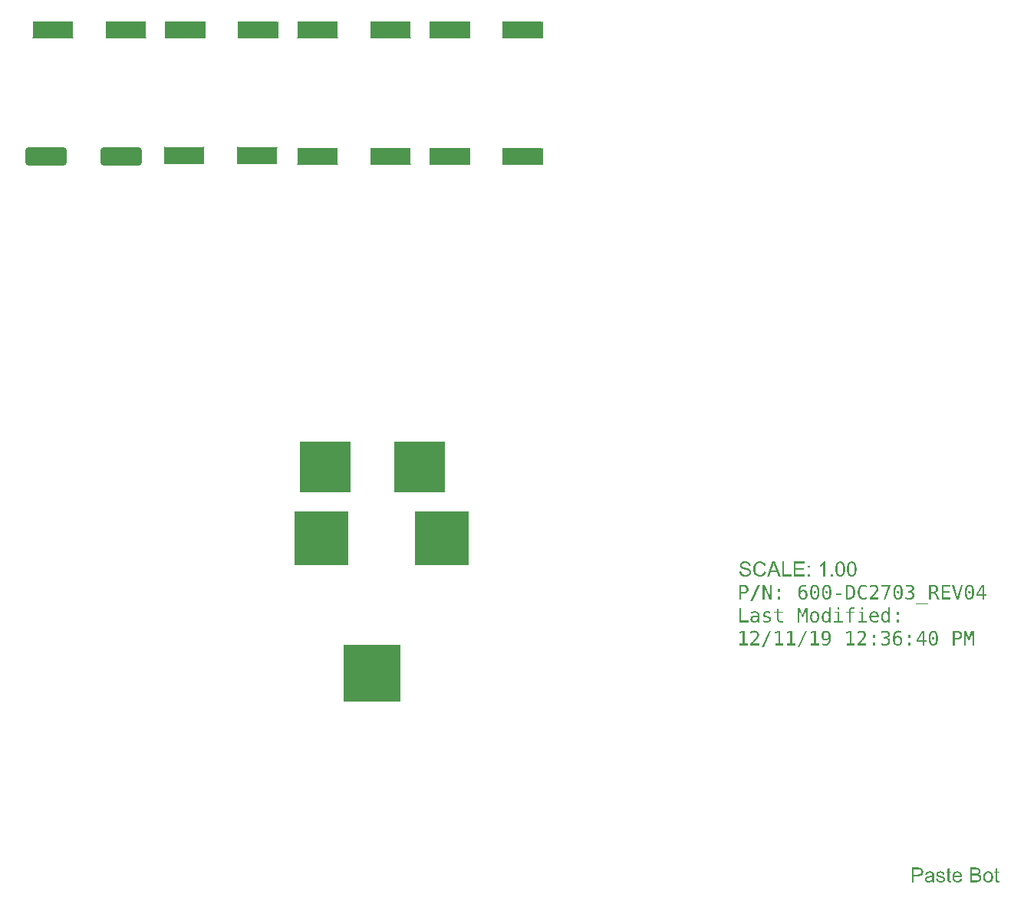
<source format=gbr>
%TF.GenerationSoftware,Altium Limited,Altium Designer,20.0.9 (164)*%
G04 Layer_Color=128*
%FSLAX26Y26*%
%MOIN*%
%TF.FileFunction,Paste,Bot*%
%TF.Part,Single*%
G01*
G75*
%TA.AperFunction,SMDPad,CuDef*%
%ADD103R,0.236220X0.236220*%
%TA.AperFunction,NonConductor*%
%ADD140C,0.007874*%
%ADD185R,0.011024X0.068504*%
%ADD186R,0.171260X0.077165*%
%TA.AperFunction,SMDPad,CuDef*%
G04:AMPARAMS|DCode=187|XSize=218mil|YSize=218mil|CornerRadius=0mil|HoleSize=0mil|Usage=FLASHONLY|Rotation=0.000|XOffset=0mil|YOffset=0mil|HoleType=Round|Shape=RoundedRectangle|*
%AMROUNDEDRECTD187*
21,1,0.218000,0.218000,0,0,0.0*
21,1,0.218000,0.218000,0,0,0.0*
1,1,0.000000,0.109000,-0.109000*
1,1,0.000000,-0.109000,-0.109000*
1,1,0.000000,-0.109000,0.109000*
1,1,0.000000,0.109000,0.109000*
%
%ADD187ROUNDEDRECTD187*%
G04:AMPARAMS|DCode=188|XSize=248mil|YSize=248mil|CornerRadius=0mil|HoleSize=0mil|Usage=FLASHONLY|Rotation=0.000|XOffset=0mil|YOffset=0mil|HoleType=Round|Shape=RoundedRectangle|*
%AMROUNDEDRECTD188*
21,1,0.248000,0.248000,0,0,0.0*
21,1,0.248000,0.248000,0,0,0.0*
1,1,0.000000,0.124000,-0.124000*
1,1,0.000000,-0.124000,-0.124000*
1,1,0.000000,-0.124000,0.124000*
1,1,0.000000,0.124000,0.124000*
%
%ADD188ROUNDEDRECTD188*%
G04:AMPARAMS|DCode=189|XSize=179.102mil|YSize=76.74mil|CornerRadius=10.811mil|HoleSize=0mil|Usage=FLASHONLY|Rotation=180.000|XOffset=0mil|YOffset=0mil|HoleType=Round|Shape=RoundedRectangle|*
%AMROUNDEDRECTD189*
21,1,0.179102,0.055118,0,0,180.0*
21,1,0.157480,0.076740,0,0,180.0*
1,1,0.021622,-0.078740,0.027559*
1,1,0.021622,0.078740,0.027559*
1,1,0.021622,0.078740,-0.027559*
1,1,0.021622,-0.078740,-0.027559*
%
%ADD189ROUNDEDRECTD189*%
G36*
X3993056Y1113594D02*
X3993913Y1113498D01*
X3994960Y1113403D01*
X3997245Y1113022D01*
X3997435D01*
X3997816Y1112927D01*
X3998387Y1112737D01*
X3999149Y1112546D01*
X4000101Y1112261D01*
X4001148Y1111975D01*
X4003338Y1111214D01*
Y1103407D01*
X4003242Y1103502D01*
X4002862Y1103693D01*
X4002290Y1103978D01*
X4001624Y1104264D01*
X4000767Y1104645D01*
X3999815Y1105026D01*
X3997626Y1105692D01*
X3997530D01*
X3997150Y1105787D01*
X3996483Y1105978D01*
X3995722Y1106168D01*
X3994865Y1106263D01*
X3993818Y1106454D01*
X3991438Y1106549D01*
X3990676D01*
X3990105Y1106454D01*
X3989438Y1106358D01*
X3988677Y1106263D01*
X3986963Y1105787D01*
X3984964Y1105026D01*
X3983917Y1104550D01*
X3982965Y1103978D01*
X3981918Y1103312D01*
X3980966Y1102455D01*
X3980109Y1101503D01*
X3979252Y1100456D01*
Y1100361D01*
X3979062Y1100170D01*
X3978871Y1099790D01*
X3978586Y1099314D01*
X3978300Y1098647D01*
X3977919Y1097886D01*
X3977634Y1097029D01*
X3977253Y1095982D01*
X3976872Y1094744D01*
X3976491Y1093411D01*
X3976110Y1091983D01*
X3975825Y1090365D01*
X3975539Y1088556D01*
X3975349Y1086747D01*
X3975254Y1084748D01*
X3975163Y1082658D01*
X3975254Y1082749D01*
X3975539Y1083225D01*
X3976015Y1083986D01*
X3976586Y1084938D01*
X3977348Y1085986D01*
X3978300Y1087033D01*
X3979442Y1088080D01*
X3980680Y1089032D01*
X3980870Y1089127D01*
X3981346Y1089413D01*
X3982108Y1089794D01*
X3983060Y1090174D01*
X3984298Y1090555D01*
X3985630Y1090936D01*
X3987249Y1091222D01*
X3988867Y1091317D01*
X3989724D01*
X3990390Y1091222D01*
X3991152Y1091126D01*
X3992009Y1091031D01*
X3992961Y1090841D01*
X3994008Y1090650D01*
X3996293Y1089984D01*
X3997435Y1089508D01*
X3998578Y1088937D01*
X3999720Y1088270D01*
X4000862Y1087604D01*
X4001910Y1086652D01*
X4002862Y1085700D01*
X4002957Y1085605D01*
X4003052Y1085414D01*
X4003338Y1085129D01*
X4003623Y1084653D01*
X4004004Y1084082D01*
X4004480Y1083415D01*
X4004956Y1082558D01*
X4005432Y1081702D01*
X4005813Y1080654D01*
X4006289Y1079417D01*
X4006765Y1078179D01*
X4007146Y1076751D01*
X4007431Y1075228D01*
X4007717Y1073610D01*
X4007812Y1071896D01*
X4007907Y1069992D01*
Y1069897D01*
Y1069516D01*
Y1069040D01*
X4007812Y1068374D01*
X4007717Y1067517D01*
X4007622Y1066470D01*
X4007526Y1065422D01*
X4007241Y1064280D01*
X4006670Y1061710D01*
X4005718Y1059139D01*
X4005146Y1057806D01*
X4004480Y1056569D01*
X4003718Y1055426D01*
X4002766Y1054284D01*
X4002671Y1054189D01*
X4002576Y1054094D01*
X4002195Y1053808D01*
X4001814Y1053427D01*
X4001338Y1053046D01*
X4000672Y1052570D01*
X3999910Y1051999D01*
X3999054Y1051523D01*
X3998102Y1051047D01*
X3996959Y1050476D01*
X3995817Y1050000D01*
X3994579Y1049619D01*
X3993151Y1049238D01*
X3991628Y1049048D01*
X3990105Y1048858D01*
X3988391Y1048762D01*
X3987915D01*
X3987344Y1048858D01*
X3986582D01*
X3985726Y1049048D01*
X3984678Y1049143D01*
X3983536Y1049429D01*
X3982298Y1049714D01*
X3980966Y1050190D01*
X3979633Y1050666D01*
X3978300Y1051333D01*
X3977062Y1052094D01*
X3975730Y1052951D01*
X3974492Y1053998D01*
X3973445Y1055236D01*
X3972398Y1056569D01*
X3972302Y1056664D01*
X3972207Y1056950D01*
X3971922Y1057426D01*
X3971636Y1058092D01*
X3971255Y1058854D01*
X3970779Y1059901D01*
X3970303Y1061138D01*
X3969922Y1062566D01*
X3969446Y1064185D01*
X3968970Y1065994D01*
X3968494Y1067993D01*
X3968114Y1070182D01*
X3967828Y1072658D01*
X3967542Y1075228D01*
X3967447Y1078084D01*
X3967352Y1081130D01*
Y1081321D01*
Y1081797D01*
Y1082654D01*
X3967447Y1083701D01*
X3967542Y1085034D01*
X3967638Y1086557D01*
X3967828Y1088270D01*
X3968114Y1090079D01*
X3968399Y1092078D01*
X3968875Y1093982D01*
X3969351Y1096077D01*
X3969922Y1098076D01*
X3970589Y1099980D01*
X3971446Y1101884D01*
X3972398Y1103693D01*
X3973445Y1105311D01*
X3973540Y1105406D01*
X3973730Y1105692D01*
X3974111Y1106073D01*
X3974587Y1106644D01*
X3975254Y1107215D01*
X3976015Y1107977D01*
X3976872Y1108738D01*
X3977919Y1109500D01*
X3979157Y1110262D01*
X3980394Y1111023D01*
X3981918Y1111785D01*
X3983441Y1112356D01*
X3985154Y1112927D01*
X3986963Y1113308D01*
X3988962Y1113594D01*
X3991057Y1113689D01*
X3992199D01*
X3993056Y1113594D01*
D02*
G37*
G36*
X4044464Y1081892D02*
X4033897D01*
Y1094554D01*
X4044464D01*
Y1081892D01*
D02*
G37*
G36*
X3889383D02*
X3878816D01*
Y1094554D01*
X3889383D01*
Y1081892D01*
D02*
G37*
G36*
X4319878Y1050000D02*
X4312071D01*
Y1105311D01*
X4300838Y1072277D01*
X4294459D01*
X4283321Y1105311D01*
Y1050000D01*
X4275514D01*
Y1112642D01*
X4286748D01*
X4297601Y1080654D01*
X4308549Y1112642D01*
X4319878D01*
Y1050000D01*
D02*
G37*
G36*
X3935174Y1113594D02*
X3935936D01*
X3936793Y1113403D01*
X3937840Y1113308D01*
X3938887Y1113118D01*
X3941267Y1112546D01*
X3943742Y1111690D01*
X3944885Y1111214D01*
X3946122Y1110547D01*
X3947265Y1109881D01*
X3948312Y1109024D01*
X3948407Y1108929D01*
X3948598Y1108834D01*
X3948788Y1108548D01*
X3949169Y1108167D01*
X3949550Y1107691D01*
X3950026Y1107215D01*
X3951073Y1105787D01*
X3952120Y1104074D01*
X3952977Y1101979D01*
X3953358Y1100837D01*
X3953643Y1099599D01*
X3953738Y1098266D01*
X3953834Y1096934D01*
Y1096838D01*
Y1096743D01*
Y1096458D01*
Y1096077D01*
X3953643Y1095125D01*
X3953453Y1093887D01*
X3953072Y1092554D01*
X3952596Y1091126D01*
X3951834Y1089698D01*
X3950882Y1088270D01*
X3950787Y1088080D01*
X3950311Y1087699D01*
X3949740Y1087128D01*
X3948788Y1086366D01*
X3947646Y1085605D01*
X3946218Y1084748D01*
X3944504Y1084082D01*
X3942600Y1083415D01*
X3942695D01*
X3942886Y1083320D01*
X3943171Y1083225D01*
X3943647Y1083130D01*
X3944694Y1082654D01*
X3946027Y1082082D01*
X3947550Y1081321D01*
X3949074Y1080274D01*
X3950597Y1079036D01*
X3951930Y1077608D01*
X3952120Y1077418D01*
X3952501Y1076846D01*
X3952977Y1075990D01*
X3953643Y1074752D01*
X3954214Y1073324D01*
X3954786Y1071515D01*
X3955166Y1069516D01*
X3955262Y1067231D01*
Y1067136D01*
Y1066850D01*
Y1066374D01*
X3955166Y1065803D01*
X3955071Y1065042D01*
X3954976Y1064185D01*
X3954500Y1062281D01*
X3953834Y1060091D01*
X3953358Y1058949D01*
X3952786Y1057806D01*
X3952120Y1056759D01*
X3951263Y1055617D01*
X3950406Y1054570D01*
X3949359Y1053618D01*
X3949264Y1053522D01*
X3949074Y1053427D01*
X3948788Y1053142D01*
X3948312Y1052856D01*
X3947741Y1052475D01*
X3946979Y1052094D01*
X3946122Y1051618D01*
X3945170Y1051238D01*
X3944123Y1050762D01*
X3942886Y1050286D01*
X3941553Y1049905D01*
X3940125Y1049524D01*
X3938602Y1049238D01*
X3936983Y1048953D01*
X3935270Y1048858D01*
X3933366Y1048762D01*
X3931747D01*
X3930605Y1048858D01*
X3929272Y1048953D01*
X3927749Y1049048D01*
X3926226Y1049238D01*
X3924512Y1049524D01*
X3924322D01*
X3923750Y1049714D01*
X3922894Y1049810D01*
X3921751Y1050095D01*
X3920418Y1050476D01*
X3918895Y1050857D01*
X3915754Y1051904D01*
Y1060377D01*
X3915849D01*
X3915944Y1060282D01*
X3916515Y1059996D01*
X3917277Y1059615D01*
X3918419Y1059139D01*
X3919657Y1058568D01*
X3921085Y1057997D01*
X3922608Y1057426D01*
X3924131Y1056950D01*
X3924322D01*
X3924893Y1056759D01*
X3925654Y1056664D01*
X3926702Y1056474D01*
X3928034Y1056283D01*
X3929367Y1056093D01*
X3930890Y1055998D01*
X3932414Y1055902D01*
X3933080D01*
X3933556Y1055998D01*
X3934127D01*
X3934794Y1056093D01*
X3936317Y1056283D01*
X3938030Y1056664D01*
X3939839Y1057235D01*
X3941553Y1057997D01*
X3943076Y1059044D01*
X3943266Y1059234D01*
X3943647Y1059615D01*
X3944314Y1060377D01*
X3944980Y1061329D01*
X3945646Y1062662D01*
X3946313Y1064185D01*
X3946694Y1065994D01*
X3946884Y1068088D01*
Y1068183D01*
Y1068374D01*
Y1068659D01*
X3946789Y1068945D01*
X3946694Y1069992D01*
X3946408Y1071230D01*
X3945932Y1072562D01*
X3945266Y1073990D01*
X3944314Y1075418D01*
X3943076Y1076751D01*
X3942886Y1076846D01*
X3942410Y1077227D01*
X3941553Y1077798D01*
X3940410Y1078370D01*
X3938982Y1078941D01*
X3937269Y1079512D01*
X3935270Y1079893D01*
X3932985Y1079988D01*
X3926606D01*
Y1086938D01*
X3933937D01*
X3934984Y1087033D01*
X3936317Y1087223D01*
X3937840Y1087509D01*
X3939363Y1087985D01*
X3940791Y1088556D01*
X3942124Y1089413D01*
X3942314Y1089508D01*
X3942695Y1089889D01*
X3943171Y1090460D01*
X3943838Y1091317D01*
X3944409Y1092269D01*
X3944980Y1093506D01*
X3945361Y1094934D01*
X3945456Y1096553D01*
Y1096648D01*
Y1096743D01*
Y1097314D01*
X3945266Y1098171D01*
X3945075Y1099218D01*
X3944694Y1100456D01*
X3944218Y1101694D01*
X3943457Y1102836D01*
X3942410Y1103883D01*
X3942314Y1103978D01*
X3941838Y1104264D01*
X3941172Y1104740D01*
X3940220Y1105216D01*
X3938982Y1105692D01*
X3937459Y1106168D01*
X3935650Y1106454D01*
X3933651Y1106549D01*
X3932223D01*
X3931271Y1106454D01*
X3930129Y1106358D01*
X3928796Y1106168D01*
X3927463Y1105978D01*
X3925940Y1105692D01*
X3925750D01*
X3925274Y1105502D01*
X3924417Y1105311D01*
X3923370Y1105026D01*
X3922132Y1104740D01*
X3920799Y1104264D01*
X3919276Y1103788D01*
X3917658Y1103217D01*
Y1111023D01*
X3917753D01*
X3917848Y1111118D01*
X3918134D01*
X3918514Y1111214D01*
X3919466Y1111499D01*
X3920704Y1111785D01*
X3922037Y1112070D01*
X3923560Y1112451D01*
X3925083Y1112737D01*
X3926606Y1113022D01*
X3926797D01*
X3927273Y1113118D01*
X3928034Y1113213D01*
X3928986Y1113403D01*
X3930129Y1113498D01*
X3931271Y1113594D01*
X3933651Y1113689D01*
X3934508D01*
X3935174Y1113594D01*
D02*
G37*
G36*
X3677373D02*
X3678134D01*
X3678991Y1113403D01*
X3680038Y1113308D01*
X3681181Y1113022D01*
X3682418Y1112737D01*
X3683751Y1112261D01*
X3685084Y1111785D01*
X3686417Y1111118D01*
X3687654Y1110357D01*
X3688987Y1109500D01*
X3690225Y1108358D01*
X3691272Y1107215D01*
X3692319Y1105787D01*
X3692414Y1105692D01*
X3692510Y1105406D01*
X3692795Y1104930D01*
X3693081Y1104264D01*
X3693557Y1103502D01*
X3693938Y1102455D01*
X3694414Y1101218D01*
X3694890Y1099790D01*
X3695366Y1098171D01*
X3695842Y1096362D01*
X3696318Y1094363D01*
X3696698Y1092078D01*
X3696984Y1089698D01*
X3697270Y1087033D01*
X3697365Y1084177D01*
X3697460Y1081130D01*
Y1080940D01*
Y1080464D01*
Y1079607D01*
X3697365Y1078560D01*
X3697270Y1077227D01*
X3697174Y1075704D01*
X3696984Y1073990D01*
X3696698Y1072182D01*
X3696318Y1070278D01*
X3695937Y1068278D01*
X3695461Y1066279D01*
X3694890Y1064280D01*
X3694128Y1062376D01*
X3693271Y1060472D01*
X3692319Y1058663D01*
X3691272Y1057045D01*
X3691177Y1056950D01*
X3690986Y1056664D01*
X3690606Y1056283D01*
X3690130Y1055712D01*
X3689463Y1055141D01*
X3688702Y1054474D01*
X3687845Y1053713D01*
X3686798Y1052951D01*
X3685560Y1052094D01*
X3684227Y1051428D01*
X3682799Y1050666D01*
X3681276Y1050095D01*
X3679467Y1049524D01*
X3677658Y1049143D01*
X3675659Y1048858D01*
X3673565Y1048762D01*
X3672422D01*
X3671661Y1048858D01*
X3670709Y1048953D01*
X3669662Y1049048D01*
X3667377Y1049429D01*
X3667282D01*
X3666901Y1049524D01*
X3666234Y1049714D01*
X3665473Y1049905D01*
X3664616Y1050095D01*
X3663569Y1050476D01*
X3661474Y1051238D01*
Y1059044D01*
X3661570Y1058949D01*
X3661950Y1058758D01*
X3662426Y1058473D01*
X3663093Y1058187D01*
X3663950Y1057711D01*
X3664902Y1057330D01*
X3666996Y1056664D01*
X3667091D01*
X3667567Y1056569D01*
X3668138Y1056474D01*
X3668900Y1056283D01*
X3669852Y1056188D01*
X3670899Y1055998D01*
X3673279Y1055902D01*
X3674041D01*
X3674612Y1055998D01*
X3675278Y1056093D01*
X3676040Y1056188D01*
X3677849Y1056664D01*
X3679848Y1057330D01*
X3680800Y1057902D01*
X3681847Y1058473D01*
X3682799Y1059139D01*
X3683751Y1059901D01*
X3684703Y1060853D01*
X3685465Y1061900D01*
X3685560Y1061995D01*
X3685655Y1062186D01*
X3685846Y1062566D01*
X3686131Y1063042D01*
X3686417Y1063709D01*
X3686798Y1064470D01*
X3687178Y1065327D01*
X3687559Y1066470D01*
X3687940Y1067612D01*
X3688321Y1068945D01*
X3688702Y1070373D01*
X3688987Y1071991D01*
X3689273Y1073800D01*
X3689463Y1075609D01*
X3689654Y1077608D01*
Y1079798D01*
X3689558Y1079607D01*
X3689273Y1079131D01*
X3688797Y1078370D01*
X3688226Y1077418D01*
X3687369Y1076370D01*
X3686417Y1075323D01*
X3685274Y1074276D01*
X3684037Y1073324D01*
X3683846Y1073229D01*
X3683370Y1072943D01*
X3682704Y1072658D01*
X3681657Y1072277D01*
X3680514Y1071801D01*
X3679086Y1071515D01*
X3677563Y1071230D01*
X3675850Y1071134D01*
X3674993D01*
X3674326Y1071230D01*
X3673565Y1071325D01*
X3672708Y1071420D01*
X3671756Y1071610D01*
X3670709Y1071801D01*
X3668424Y1072467D01*
X3667282Y1072943D01*
X3666139Y1073514D01*
X3664997Y1074086D01*
X3663854Y1074847D01*
X3662807Y1075704D01*
X3661855Y1076656D01*
X3661760Y1076751D01*
X3661665Y1076942D01*
X3661379Y1077227D01*
X3661094Y1077703D01*
X3660713Y1078274D01*
X3660332Y1078941D01*
X3659856Y1079798D01*
X3659380Y1080750D01*
X3658904Y1081797D01*
X3658428Y1082939D01*
X3658047Y1084272D01*
X3657666Y1085700D01*
X3657381Y1087223D01*
X3657095Y1088842D01*
X3657000Y1090650D01*
X3656905Y1092459D01*
Y1092554D01*
Y1092935D01*
Y1093411D01*
X3657000Y1094173D01*
X3657095Y1094934D01*
X3657190Y1095982D01*
X3657286Y1097029D01*
X3657571Y1098171D01*
X3658142Y1100742D01*
X3658999Y1103312D01*
X3659570Y1104550D01*
X3660332Y1105787D01*
X3661094Y1107025D01*
X3661950Y1108072D01*
X3662046Y1108167D01*
X3662236Y1108358D01*
X3662522Y1108548D01*
X3662902Y1108929D01*
X3663474Y1109405D01*
X3664045Y1109881D01*
X3664806Y1110357D01*
X3665663Y1110928D01*
X3666615Y1111404D01*
X3667758Y1111880D01*
X3668900Y1112356D01*
X3670233Y1112832D01*
X3671566Y1113213D01*
X3673089Y1113403D01*
X3674612Y1113594D01*
X3676326Y1113689D01*
X3676802D01*
X3677373Y1113594D01*
D02*
G37*
G36*
X4248478Y1112546D02*
X4249334D01*
X4250382Y1112356D01*
X4251524Y1112261D01*
X4252666Y1112070D01*
X4255237Y1111499D01*
X4257902Y1110642D01*
X4259140Y1110071D01*
X4260378Y1109500D01*
X4261615Y1108738D01*
X4262662Y1107882D01*
X4262758Y1107786D01*
X4262853Y1107691D01*
X4263138Y1107406D01*
X4263519Y1107025D01*
X4263900Y1106454D01*
X4264376Y1105882D01*
X4264852Y1105216D01*
X4265423Y1104359D01*
X4265899Y1103407D01*
X4266375Y1102360D01*
X4266851Y1101218D01*
X4267232Y1099980D01*
X4267613Y1098647D01*
X4267898Y1097124D01*
X4267994Y1095601D01*
X4268089Y1093887D01*
Y1093792D01*
Y1093506D01*
Y1093030D01*
X4267994Y1092364D01*
X4267898Y1091602D01*
X4267803Y1090746D01*
X4267613Y1089698D01*
X4267422Y1088651D01*
X4266756Y1086462D01*
X4266375Y1085224D01*
X4265804Y1084082D01*
X4265138Y1082939D01*
X4264471Y1081892D01*
X4263614Y1080845D01*
X4262662Y1079893D01*
X4262567Y1079798D01*
X4262377Y1079702D01*
X4262091Y1079512D01*
X4261615Y1079131D01*
X4261044Y1078846D01*
X4260378Y1078465D01*
X4259616Y1077989D01*
X4258664Y1077608D01*
X4257617Y1077132D01*
X4256379Y1076751D01*
X4255142Y1076275D01*
X4253714Y1075990D01*
X4252095Y1075704D01*
X4250477Y1075418D01*
X4248668Y1075323D01*
X4246764Y1075228D01*
X4236958D01*
Y1050000D01*
X4228486D01*
Y1112642D01*
X4247811D01*
X4248478Y1112546D01*
D02*
G37*
G36*
X4104345Y1071801D02*
X4112722D01*
Y1064946D01*
X4104345D01*
Y1050000D01*
X4095872D01*
Y1064946D01*
X4069406D01*
Y1072943D01*
X4094539Y1112642D01*
X4104345D01*
Y1071801D01*
D02*
G37*
G36*
X4044464Y1050000D02*
X4033897D01*
Y1062757D01*
X4044464D01*
Y1050000D01*
D02*
G37*
G36*
X3889383D02*
X3878816D01*
Y1062757D01*
X3889383D01*
Y1050000D01*
D02*
G37*
G36*
X3831692Y1113594D02*
X3832454Y1113498D01*
X3833406Y1113403D01*
X3834358Y1113308D01*
X3835500Y1113118D01*
X3837880Y1112451D01*
X3840355Y1111594D01*
X3841593Y1111023D01*
X3842735Y1110357D01*
X3843973Y1109595D01*
X3845020Y1108738D01*
X3845115Y1108643D01*
X3845306Y1108548D01*
X3845496Y1108262D01*
X3845877Y1107882D01*
X3846353Y1107406D01*
X3846829Y1106834D01*
X3847305Y1106073D01*
X3847876Y1105311D01*
X3848828Y1103502D01*
X3849780Y1101313D01*
X3850161Y1100075D01*
X3850351Y1098838D01*
X3850542Y1097410D01*
X3850637Y1095982D01*
Y1095791D01*
Y1095315D01*
X3850542Y1094458D01*
X3850446Y1093506D01*
X3850161Y1092269D01*
X3849875Y1090841D01*
X3849399Y1089413D01*
X3848733Y1087890D01*
X3848638Y1087699D01*
X3848352Y1087223D01*
X3847876Y1086366D01*
X3847305Y1085319D01*
X3846448Y1083986D01*
X3845401Y1082463D01*
X3844068Y1080845D01*
X3842640Y1079036D01*
X3842545Y1078941D01*
X3842259Y1078560D01*
X3841688Y1077894D01*
X3840926Y1077037D01*
X3839974Y1075990D01*
X3838832Y1074657D01*
X3837499Y1073134D01*
X3835881Y1071420D01*
X3835786Y1071325D01*
X3835690Y1071230D01*
X3835405Y1070944D01*
X3835024Y1070563D01*
X3834548Y1069992D01*
X3833977Y1069421D01*
X3833310Y1068659D01*
X3832549Y1067898D01*
X3831597Y1066946D01*
X3830550Y1065803D01*
X3829502Y1064661D01*
X3828265Y1063423D01*
X3826932Y1061995D01*
X3825504Y1060472D01*
X3823886Y1058854D01*
X3822267Y1057140D01*
X3851018D01*
Y1050000D01*
X3813033D01*
Y1057140D01*
X3813128Y1057235D01*
X3813414Y1057521D01*
X3813794Y1057902D01*
X3814366Y1058568D01*
X3815032Y1059234D01*
X3815794Y1060091D01*
X3816650Y1061043D01*
X3817698Y1061995D01*
X3819792Y1064280D01*
X3822077Y1066660D01*
X3824362Y1069230D01*
X3826646Y1071610D01*
X3826742Y1071706D01*
X3826932Y1071896D01*
X3827218Y1072182D01*
X3827598Y1072658D01*
X3828646Y1073800D01*
X3829883Y1075133D01*
X3831216Y1076561D01*
X3832549Y1078084D01*
X3833786Y1079417D01*
X3834834Y1080559D01*
X3834929Y1080654D01*
X3835024Y1080750D01*
X3835214Y1081035D01*
X3835500Y1081416D01*
X3836262Y1082368D01*
X3837118Y1083510D01*
X3838070Y1084843D01*
X3838927Y1086271D01*
X3839784Y1087604D01*
X3840450Y1088842D01*
X3840546Y1089032D01*
X3840736Y1089413D01*
X3840926Y1089984D01*
X3841212Y1090841D01*
X3841498Y1091793D01*
X3841783Y1092935D01*
X3841878Y1094078D01*
X3841974Y1095315D01*
Y1095410D01*
Y1095506D01*
Y1095791D01*
Y1096172D01*
X3841783Y1097124D01*
X3841593Y1098266D01*
X3841212Y1099599D01*
X3840641Y1101027D01*
X3839879Y1102265D01*
X3838832Y1103502D01*
X3838737Y1103598D01*
X3838261Y1103978D01*
X3837594Y1104454D01*
X3836642Y1105026D01*
X3835405Y1105597D01*
X3833977Y1106073D01*
X3832263Y1106454D01*
X3830359Y1106549D01*
X3829693D01*
X3828931Y1106454D01*
X3827979Y1106358D01*
X3826742Y1106168D01*
X3825409Y1105978D01*
X3823886Y1105597D01*
X3822362Y1105121D01*
X3822172Y1105026D01*
X3821601Y1104835D01*
X3820839Y1104550D01*
X3819697Y1104074D01*
X3818364Y1103502D01*
X3816841Y1102741D01*
X3815222Y1101884D01*
X3813509Y1100932D01*
Y1109500D01*
X3813604D01*
X3813699Y1109595D01*
X3814270Y1109786D01*
X3815127Y1110166D01*
X3816174Y1110642D01*
X3817507Y1111118D01*
X3818935Y1111594D01*
X3821982Y1112546D01*
X3822077D01*
X3822172Y1112642D01*
X3822743Y1112737D01*
X3823505Y1112927D01*
X3824552Y1113118D01*
X3825790Y1113308D01*
X3827218Y1113498D01*
X3828646Y1113689D01*
X3831026D01*
X3831692Y1113594D01*
D02*
G37*
G36*
X3787805Y1057140D02*
X3800847D01*
Y1050000D01*
X3766290D01*
Y1057140D01*
X3779427D01*
Y1105026D01*
X3765242Y1101789D01*
Y1109500D01*
X3779332Y1112642D01*
X3787805D01*
Y1057140D01*
D02*
G37*
G36*
X3632724D02*
X3645766D01*
Y1050000D01*
X3611209D01*
Y1057140D01*
X3624346D01*
Y1105026D01*
X3610162Y1101789D01*
Y1109500D01*
X3624251Y1112642D01*
X3632724D01*
Y1057140D01*
D02*
G37*
G36*
X3529337D02*
X3542379D01*
Y1050000D01*
X3507822D01*
Y1057140D01*
X3520959D01*
Y1105026D01*
X3506774Y1101789D01*
Y1109500D01*
X3520864Y1112642D01*
X3529337D01*
Y1057140D01*
D02*
G37*
G36*
X3477643D02*
X3490686D01*
Y1050000D01*
X3456128D01*
Y1057140D01*
X3469266D01*
Y1105026D01*
X3455081Y1101789D01*
Y1109500D01*
X3469170Y1112642D01*
X3477643D01*
Y1057140D01*
D02*
G37*
G36*
X3366450Y1113594D02*
X3367211Y1113498D01*
X3368163Y1113403D01*
X3369115Y1113308D01*
X3370258Y1113118D01*
X3372638Y1112451D01*
X3375113Y1111594D01*
X3376350Y1111023D01*
X3377493Y1110357D01*
X3378730Y1109595D01*
X3379778Y1108738D01*
X3379873Y1108643D01*
X3380063Y1108548D01*
X3380254Y1108262D01*
X3380634Y1107882D01*
X3381110Y1107406D01*
X3381586Y1106834D01*
X3382062Y1106073D01*
X3382634Y1105311D01*
X3383586Y1103502D01*
X3384538Y1101313D01*
X3384918Y1100075D01*
X3385109Y1098838D01*
X3385299Y1097410D01*
X3385394Y1095982D01*
Y1095791D01*
Y1095315D01*
X3385299Y1094458D01*
X3385204Y1093506D01*
X3384918Y1092269D01*
X3384633Y1090841D01*
X3384157Y1089413D01*
X3383490Y1087890D01*
X3383395Y1087699D01*
X3383110Y1087223D01*
X3382634Y1086366D01*
X3382062Y1085319D01*
X3381206Y1083986D01*
X3380158Y1082463D01*
X3378826Y1080845D01*
X3377398Y1079036D01*
X3377302Y1078941D01*
X3377017Y1078560D01*
X3376446Y1077894D01*
X3375684Y1077037D01*
X3374732Y1075990D01*
X3373590Y1074657D01*
X3372257Y1073134D01*
X3370638Y1071420D01*
X3370543Y1071325D01*
X3370448Y1071230D01*
X3370162Y1070944D01*
X3369782Y1070563D01*
X3369306Y1069992D01*
X3368734Y1069421D01*
X3368068Y1068659D01*
X3367306Y1067898D01*
X3366354Y1066946D01*
X3365307Y1065803D01*
X3364260Y1064661D01*
X3363022Y1063423D01*
X3361690Y1061995D01*
X3360262Y1060472D01*
X3358643Y1058854D01*
X3357025Y1057140D01*
X3385775D01*
Y1050000D01*
X3347790D01*
Y1057140D01*
X3347886Y1057235D01*
X3348171Y1057521D01*
X3348552Y1057902D01*
X3349123Y1058568D01*
X3349790Y1059234D01*
X3350551Y1060091D01*
X3351408Y1061043D01*
X3352455Y1061995D01*
X3354550Y1064280D01*
X3356834Y1066660D01*
X3359119Y1069230D01*
X3361404Y1071610D01*
X3361499Y1071706D01*
X3361690Y1071896D01*
X3361975Y1072182D01*
X3362356Y1072658D01*
X3363403Y1073800D01*
X3364641Y1075133D01*
X3365974Y1076561D01*
X3367306Y1078084D01*
X3368544Y1079417D01*
X3369591Y1080559D01*
X3369686Y1080654D01*
X3369782Y1080750D01*
X3369972Y1081035D01*
X3370258Y1081416D01*
X3371019Y1082368D01*
X3371876Y1083510D01*
X3372828Y1084843D01*
X3373685Y1086271D01*
X3374542Y1087604D01*
X3375208Y1088842D01*
X3375303Y1089032D01*
X3375494Y1089413D01*
X3375684Y1089984D01*
X3375970Y1090841D01*
X3376255Y1091793D01*
X3376541Y1092935D01*
X3376636Y1094078D01*
X3376731Y1095315D01*
Y1095410D01*
Y1095506D01*
Y1095791D01*
Y1096172D01*
X3376541Y1097124D01*
X3376350Y1098266D01*
X3375970Y1099599D01*
X3375398Y1101027D01*
X3374637Y1102265D01*
X3373590Y1103502D01*
X3373494Y1103598D01*
X3373018Y1103978D01*
X3372352Y1104454D01*
X3371400Y1105026D01*
X3370162Y1105597D01*
X3368734Y1106073D01*
X3367021Y1106454D01*
X3365117Y1106549D01*
X3364450D01*
X3363689Y1106454D01*
X3362737Y1106358D01*
X3361499Y1106168D01*
X3360166Y1105978D01*
X3358643Y1105597D01*
X3357120Y1105121D01*
X3356930Y1105026D01*
X3356358Y1104835D01*
X3355597Y1104550D01*
X3354454Y1104074D01*
X3353122Y1103502D01*
X3351598Y1102741D01*
X3349980Y1101884D01*
X3348266Y1100932D01*
Y1109500D01*
X3348362D01*
X3348457Y1109595D01*
X3349028Y1109786D01*
X3349885Y1110166D01*
X3350932Y1110642D01*
X3352265Y1111118D01*
X3353693Y1111594D01*
X3356739Y1112546D01*
X3356834D01*
X3356930Y1112642D01*
X3357501Y1112737D01*
X3358262Y1112927D01*
X3359310Y1113118D01*
X3360547Y1113308D01*
X3361975Y1113498D01*
X3363403Y1113689D01*
X3365783D01*
X3366450Y1113594D01*
D02*
G37*
G36*
X3322562Y1057140D02*
X3335605D01*
Y1050000D01*
X3301047D01*
Y1057140D01*
X3314185D01*
Y1105026D01*
X3300000Y1101789D01*
Y1109500D01*
X3314090Y1112642D01*
X3322562D01*
Y1057140D01*
D02*
G37*
G36*
X4143567Y1113594D02*
X4144234D01*
X4145090Y1113403D01*
X4146042Y1113213D01*
X4147185Y1113022D01*
X4148327Y1112642D01*
X4149565Y1112261D01*
X4150802Y1111690D01*
X4152040Y1111023D01*
X4153278Y1110166D01*
X4154515Y1109214D01*
X4155753Y1108167D01*
X4156800Y1106834D01*
X4157847Y1105406D01*
X4157942Y1105311D01*
X4158038Y1105026D01*
X4158323Y1104550D01*
X4158609Y1103883D01*
X4159085Y1103026D01*
X4159466Y1101979D01*
X4159942Y1100742D01*
X4160418Y1099314D01*
X4160894Y1097695D01*
X4161370Y1095886D01*
X4161846Y1093887D01*
X4162226Y1091698D01*
X4162512Y1089318D01*
X4162798Y1086842D01*
X4162893Y1084082D01*
X4162988Y1081130D01*
Y1080940D01*
Y1080464D01*
Y1079607D01*
X4162893Y1078465D01*
X4162798Y1077132D01*
X4162702Y1075609D01*
X4162607Y1073895D01*
X4162322Y1072086D01*
X4162036Y1070182D01*
X4161750Y1068183D01*
X4160798Y1064185D01*
X4160227Y1062186D01*
X4159561Y1060377D01*
X4158799Y1058568D01*
X4157847Y1056950D01*
X4157752Y1056854D01*
X4157657Y1056569D01*
X4157276Y1056188D01*
X4156895Y1055712D01*
X4156324Y1055046D01*
X4155658Y1054379D01*
X4154896Y1053618D01*
X4154039Y1052856D01*
X4152992Y1052094D01*
X4151850Y1051333D01*
X4150612Y1050666D01*
X4149279Y1050000D01*
X4147756Y1049524D01*
X4146138Y1049143D01*
X4144424Y1048858D01*
X4142615Y1048762D01*
X4142139D01*
X4141663Y1048858D01*
X4140997D01*
X4140140Y1049048D01*
X4139188Y1049238D01*
X4138141Y1049429D01*
X4136998Y1049810D01*
X4135761Y1050190D01*
X4134523Y1050762D01*
X4133286Y1051428D01*
X4132048Y1052190D01*
X4130810Y1053142D01*
X4129573Y1054284D01*
X4128526Y1055522D01*
X4127478Y1056950D01*
X4127383Y1057045D01*
X4127288Y1057330D01*
X4127002Y1057806D01*
X4126717Y1058473D01*
X4126336Y1059330D01*
X4125860Y1060377D01*
X4125384Y1061614D01*
X4125003Y1063042D01*
X4124527Y1064661D01*
X4124051Y1066470D01*
X4123575Y1068469D01*
X4123194Y1070563D01*
X4122909Y1072943D01*
X4122623Y1075514D01*
X4122528Y1078179D01*
X4122433Y1081130D01*
Y1081321D01*
Y1081797D01*
Y1082654D01*
X4122528Y1083796D01*
X4122623Y1085129D01*
X4122718Y1086652D01*
X4122814Y1088366D01*
X4123099Y1090174D01*
X4123290Y1092174D01*
X4123670Y1094173D01*
X4124527Y1098171D01*
X4125098Y1100170D01*
X4125860Y1101979D01*
X4126622Y1103788D01*
X4127478Y1105406D01*
X4127574Y1105502D01*
X4127764Y1105787D01*
X4128050Y1106168D01*
X4128430Y1106739D01*
X4129002Y1107310D01*
X4129668Y1108072D01*
X4130430Y1108738D01*
X4131286Y1109595D01*
X4132334Y1110357D01*
X4133476Y1111118D01*
X4134714Y1111785D01*
X4136046Y1112356D01*
X4137474Y1112927D01*
X4139093Y1113308D01*
X4140806Y1113594D01*
X4142615Y1113689D01*
X4143091D01*
X4143567Y1113594D01*
D02*
G37*
G36*
X3560467Y1042098D02*
X3552470D01*
X3585505Y1112642D01*
X3593502D01*
X3560467Y1042098D01*
D02*
G37*
G36*
X3405386D02*
X3397390D01*
X3430424Y1112642D01*
X3438421D01*
X3405386Y1042098D01*
D02*
G37*
G36*
X3838356Y1205406D02*
X3830645D01*
Y1215212D01*
X3838356D01*
Y1205406D01*
D02*
G37*
G36*
X3734969D02*
X3727258D01*
Y1215212D01*
X3734969D01*
Y1205406D01*
D02*
G37*
G36*
X3954976Y1150000D02*
X3947265D01*
Y1155902D01*
X3947170Y1155712D01*
X3946884Y1155331D01*
X3946503Y1154665D01*
X3945837Y1153903D01*
X3945075Y1153046D01*
X3944218Y1152190D01*
X3943171Y1151333D01*
X3942029Y1150571D01*
X3941934Y1150476D01*
X3941458Y1150286D01*
X3940791Y1150000D01*
X3939934Y1149714D01*
X3938887Y1149334D01*
X3937650Y1149048D01*
X3936222Y1148858D01*
X3934698Y1148762D01*
X3933842D01*
X3933270Y1148858D01*
X3932604Y1148953D01*
X3931747Y1149143D01*
X3929843Y1149619D01*
X3928796Y1149905D01*
X3927654Y1150381D01*
X3926511Y1150857D01*
X3925464Y1151523D01*
X3924322Y1152285D01*
X3923274Y1153142D01*
X3922227Y1154189D01*
X3921275Y1155331D01*
X3921180Y1155426D01*
X3921085Y1155617D01*
X3920799Y1155998D01*
X3920514Y1156569D01*
X3920133Y1157235D01*
X3919752Y1157997D01*
X3919276Y1158949D01*
X3918895Y1160091D01*
X3918419Y1161329D01*
X3917943Y1162662D01*
X3917562Y1164185D01*
X3917182Y1165803D01*
X3916896Y1167517D01*
X3916610Y1169421D01*
X3916515Y1171420D01*
X3916420Y1173514D01*
Y1173610D01*
Y1173990D01*
Y1174657D01*
X3916515Y1175418D01*
X3916610Y1176370D01*
X3916706Y1177513D01*
X3916801Y1178750D01*
X3916991Y1180083D01*
X3917562Y1182939D01*
X3918514Y1185986D01*
X3918990Y1187414D01*
X3919657Y1188842D01*
X3920418Y1190270D01*
X3921275Y1191507D01*
X3921370Y1191602D01*
X3921466Y1191793D01*
X3921751Y1192078D01*
X3922227Y1192554D01*
X3922703Y1193030D01*
X3923274Y1193602D01*
X3924036Y1194173D01*
X3924798Y1194839D01*
X3925750Y1195410D01*
X3926702Y1195982D01*
X3928986Y1197029D01*
X3930319Y1197505D01*
X3931652Y1197790D01*
X3933175Y1197981D01*
X3934698Y1198076D01*
X3935365D01*
X3936222Y1197981D01*
X3937174Y1197886D01*
X3938316Y1197600D01*
X3939649Y1197314D01*
X3940886Y1196838D01*
X3942124Y1196172D01*
X3942314Y1196077D01*
X3942695Y1195791D01*
X3943266Y1195410D01*
X3944028Y1194839D01*
X3944790Y1194078D01*
X3945646Y1193126D01*
X3946503Y1192078D01*
X3947265Y1190841D01*
Y1215212D01*
X3954976D01*
Y1150000D01*
D02*
G37*
G36*
X3696508D02*
X3688797D01*
Y1155902D01*
X3688702Y1155712D01*
X3688416Y1155331D01*
X3688035Y1154665D01*
X3687369Y1153903D01*
X3686607Y1153046D01*
X3685750Y1152190D01*
X3684703Y1151333D01*
X3683561Y1150571D01*
X3683466Y1150476D01*
X3682990Y1150286D01*
X3682323Y1150000D01*
X3681466Y1149714D01*
X3680419Y1149334D01*
X3679182Y1149048D01*
X3677754Y1148858D01*
X3676230Y1148762D01*
X3675374D01*
X3674802Y1148858D01*
X3674136Y1148953D01*
X3673279Y1149143D01*
X3671375Y1149619D01*
X3670328Y1149905D01*
X3669186Y1150381D01*
X3668043Y1150857D01*
X3666996Y1151523D01*
X3665854Y1152285D01*
X3664806Y1153142D01*
X3663759Y1154189D01*
X3662807Y1155331D01*
X3662712Y1155426D01*
X3662617Y1155617D01*
X3662331Y1155998D01*
X3662046Y1156569D01*
X3661665Y1157235D01*
X3661284Y1157997D01*
X3660808Y1158949D01*
X3660427Y1160091D01*
X3659951Y1161329D01*
X3659475Y1162662D01*
X3659094Y1164185D01*
X3658714Y1165803D01*
X3658428Y1167517D01*
X3658142Y1169421D01*
X3658047Y1171420D01*
X3657952Y1173514D01*
Y1173610D01*
Y1173990D01*
Y1174657D01*
X3658047Y1175418D01*
X3658142Y1176370D01*
X3658238Y1177513D01*
X3658333Y1178750D01*
X3658523Y1180083D01*
X3659094Y1182939D01*
X3660046Y1185986D01*
X3660522Y1187414D01*
X3661189Y1188842D01*
X3661950Y1190270D01*
X3662807Y1191507D01*
X3662902Y1191602D01*
X3662998Y1191793D01*
X3663283Y1192078D01*
X3663759Y1192554D01*
X3664235Y1193030D01*
X3664806Y1193602D01*
X3665568Y1194173D01*
X3666330Y1194839D01*
X3667282Y1195410D01*
X3668234Y1195982D01*
X3670518Y1197029D01*
X3671851Y1197505D01*
X3673184Y1197790D01*
X3674707Y1197981D01*
X3676230Y1198076D01*
X3676897D01*
X3677754Y1197981D01*
X3678706Y1197886D01*
X3679848Y1197600D01*
X3681181Y1197314D01*
X3682418Y1196838D01*
X3683656Y1196172D01*
X3683846Y1196077D01*
X3684227Y1195791D01*
X3684798Y1195410D01*
X3685560Y1194839D01*
X3686322Y1194078D01*
X3687178Y1193126D01*
X3688035Y1192078D01*
X3688797Y1190841D01*
Y1215212D01*
X3696508D01*
Y1150000D01*
D02*
G37*
G36*
X3423379Y1197981D02*
X3424426Y1197886D01*
X3425664Y1197790D01*
X3428234Y1197314D01*
X3428425D01*
X3428806Y1197219D01*
X3429567Y1197029D01*
X3430424Y1196838D01*
X3431471Y1196553D01*
X3432614Y1196172D01*
X3435184Y1195220D01*
Y1187699D01*
X3434994Y1187794D01*
X3434613Y1187985D01*
X3433946Y1188366D01*
X3433090Y1188746D01*
X3432042Y1189222D01*
X3430900Y1189698D01*
X3428425Y1190555D01*
X3428234Y1190650D01*
X3427854Y1190746D01*
X3427187Y1190936D01*
X3426330Y1191126D01*
X3425283Y1191317D01*
X3424141Y1191412D01*
X3422903Y1191602D01*
X3420809D01*
X3419857Y1191507D01*
X3418714Y1191412D01*
X3417477Y1191222D01*
X3416144Y1190841D01*
X3414906Y1190460D01*
X3413859Y1189889D01*
X3413764Y1189794D01*
X3413478Y1189603D01*
X3413002Y1189127D01*
X3412622Y1188556D01*
X3412146Y1187890D01*
X3411670Y1186938D01*
X3411384Y1185890D01*
X3411289Y1184653D01*
Y1184558D01*
Y1184177D01*
X3411384Y1183606D01*
X3411574Y1182939D01*
X3411765Y1182178D01*
X3412050Y1181321D01*
X3412526Y1180654D01*
X3413193Y1179988D01*
X3413288Y1179893D01*
X3413574Y1179702D01*
X3414240Y1179417D01*
X3415097Y1179036D01*
X3415668Y1178846D01*
X3416334Y1178560D01*
X3417096Y1178370D01*
X3418048Y1178084D01*
X3419000Y1177798D01*
X3420142Y1177513D01*
X3421380Y1177227D01*
X3422713Y1176942D01*
X3425854Y1176370D01*
X3425950D01*
X3426140Y1176275D01*
X3426426D01*
X3426806Y1176180D01*
X3427854Y1175894D01*
X3429091Y1175418D01*
X3430519Y1174847D01*
X3431947Y1174086D01*
X3433280Y1173134D01*
X3434518Y1171991D01*
X3434613Y1171801D01*
X3434994Y1171420D01*
X3435470Y1170658D01*
X3436041Y1169706D01*
X3436612Y1168469D01*
X3437088Y1167041D01*
X3437469Y1165422D01*
X3437564Y1163518D01*
Y1163423D01*
Y1163233D01*
Y1162852D01*
X3437469Y1162376D01*
X3437374Y1161805D01*
X3437278Y1161138D01*
X3436993Y1159520D01*
X3436326Y1157806D01*
X3435470Y1155998D01*
X3434898Y1155141D01*
X3434232Y1154284D01*
X3433470Y1153427D01*
X3432614Y1152666D01*
X3432518D01*
X3432423Y1152475D01*
X3432138Y1152285D01*
X3431662Y1152094D01*
X3431186Y1151809D01*
X3430614Y1151428D01*
X3429853Y1151047D01*
X3428996Y1150762D01*
X3428139Y1150381D01*
X3427092Y1150000D01*
X3425950Y1149714D01*
X3424712Y1149334D01*
X3423379Y1149143D01*
X3421951Y1148953D01*
X3418810Y1148762D01*
X3417477D01*
X3416620Y1148858D01*
X3415478Y1148953D01*
X3414240Y1149048D01*
X3412907Y1149238D01*
X3411479Y1149524D01*
X3411289D01*
X3410813Y1149619D01*
X3410051Y1149810D01*
X3409004Y1150095D01*
X3407766Y1150381D01*
X3406434Y1150762D01*
X3404910Y1151142D01*
X3403292Y1151714D01*
Y1159710D01*
X3403387D01*
X3403482Y1159615D01*
X3404054Y1159330D01*
X3404815Y1158949D01*
X3405958Y1158473D01*
X3407195Y1157902D01*
X3408528Y1157330D01*
X3410051Y1156759D01*
X3411479Y1156283D01*
X3411670D01*
X3412146Y1156093D01*
X3412907Y1155998D01*
X3413954Y1155807D01*
X3415097Y1155617D01*
X3416334Y1155426D01*
X3417667Y1155331D01*
X3419000Y1155236D01*
X3419857D01*
X3420714Y1155331D01*
X3421856Y1155522D01*
X3423189Y1155712D01*
X3424426Y1156093D01*
X3425759Y1156569D01*
X3426902Y1157235D01*
X3426997Y1157330D01*
X3427378Y1157616D01*
X3427854Y1158092D01*
X3428330Y1158758D01*
X3428901Y1159615D01*
X3429282Y1160567D01*
X3429662Y1161710D01*
X3429758Y1163042D01*
Y1163138D01*
Y1163328D01*
X3429662Y1163518D01*
X3429567Y1163899D01*
X3429186Y1164851D01*
X3428901Y1165422D01*
X3428520Y1165994D01*
X3427949Y1166660D01*
X3427282Y1167231D01*
X3426426Y1167898D01*
X3425378Y1168469D01*
X3424236Y1169040D01*
X3422903Y1169611D01*
X3421285Y1170087D01*
X3419476Y1170468D01*
X3419095Y1170563D01*
X3416239Y1171134D01*
X3416144D01*
X3415954Y1171230D01*
X3415573Y1171325D01*
X3415192Y1171420D01*
X3414621Y1171515D01*
X3413954Y1171706D01*
X3412526Y1172182D01*
X3410908Y1172753D01*
X3409290Y1173514D01*
X3407862Y1174466D01*
X3406529Y1175514D01*
X3406434Y1175704D01*
X3406053Y1176085D01*
X3405577Y1176751D01*
X3405006Y1177798D01*
X3404434Y1178941D01*
X3403958Y1180464D01*
X3403578Y1182082D01*
X3403482Y1183986D01*
Y1184082D01*
Y1184272D01*
Y1184653D01*
X3403578Y1185129D01*
Y1185605D01*
X3403768Y1186271D01*
X3404054Y1187794D01*
X3404625Y1189413D01*
X3405386Y1191222D01*
X3406529Y1192840D01*
X3407290Y1193602D01*
X3408052Y1194363D01*
X3408147D01*
X3408242Y1194554D01*
X3408528Y1194744D01*
X3408909Y1194934D01*
X3409385Y1195220D01*
X3409956Y1195506D01*
X3410622Y1195886D01*
X3411384Y1196267D01*
X3412241Y1196553D01*
X3413288Y1196934D01*
X3414335Y1197219D01*
X3415478Y1197505D01*
X3416715Y1197695D01*
X3418143Y1197886D01*
X3421094Y1198076D01*
X3422427D01*
X3423379Y1197981D01*
D02*
G37*
G36*
X3994008Y1181892D02*
X3983441D01*
Y1194554D01*
X3994008D01*
Y1181892D01*
D02*
G37*
G36*
X3597405Y1150000D02*
X3589598D01*
Y1205311D01*
X3578365Y1172277D01*
X3571986D01*
X3560848Y1205311D01*
Y1150000D01*
X3553042D01*
Y1212642D01*
X3564275D01*
X3575128Y1180654D01*
X3586076Y1212642D01*
X3597405D01*
Y1150000D01*
D02*
G37*
G36*
X3994008D02*
X3983441D01*
Y1162757D01*
X3994008D01*
Y1150000D01*
D02*
G37*
G36*
X3838356Y1155998D02*
X3853683D01*
Y1150000D01*
X3815318D01*
Y1155998D01*
X3830645D01*
Y1190936D01*
X3818650D01*
Y1196934D01*
X3838356D01*
Y1155998D01*
D02*
G37*
G36*
X3800847Y1208834D02*
X3791327D01*
X3790661Y1208738D01*
X3789709Y1208643D01*
X3788757Y1208453D01*
X3787900Y1208072D01*
X3786948Y1207691D01*
X3786282Y1207120D01*
X3786186Y1207025D01*
X3785996Y1206834D01*
X3785806Y1206358D01*
X3785520Y1205692D01*
X3785139Y1204835D01*
X3784949Y1203788D01*
X3784758Y1202550D01*
X3784663Y1201027D01*
Y1196934D01*
X3800847D01*
Y1190936D01*
X3784663D01*
Y1150000D01*
X3776952D01*
Y1190936D01*
X3764386D01*
Y1196934D01*
X3776952D01*
Y1200170D01*
Y1200266D01*
Y1200551D01*
Y1200932D01*
X3777047Y1201408D01*
Y1202074D01*
X3777142Y1202836D01*
X3777428Y1204454D01*
X3777809Y1206358D01*
X3778475Y1208167D01*
X3779332Y1209976D01*
X3779903Y1210738D01*
X3780474Y1211499D01*
X3780665Y1211690D01*
X3781141Y1212070D01*
X3781998Y1212642D01*
X3783140Y1213403D01*
X3784758Y1214070D01*
X3786662Y1214641D01*
X3788852Y1215022D01*
X3791518Y1215212D01*
X3800847D01*
Y1208834D01*
D02*
G37*
G36*
X3734969Y1155998D02*
X3750296D01*
Y1150000D01*
X3711930D01*
Y1155998D01*
X3727258D01*
Y1190936D01*
X3715262D01*
Y1196934D01*
X3734969D01*
Y1155998D01*
D02*
G37*
G36*
X3471741Y1196934D02*
X3489258D01*
Y1190936D01*
X3471741D01*
Y1165422D01*
Y1165327D01*
Y1165232D01*
Y1164946D01*
Y1164566D01*
X3471836Y1163709D01*
X3472026Y1162566D01*
X3472217Y1161424D01*
X3472502Y1160186D01*
X3472978Y1159139D01*
X3473645Y1158187D01*
X3473740Y1158092D01*
X3474026Y1157902D01*
X3474502Y1157521D01*
X3475263Y1157235D01*
X3476215Y1156854D01*
X3477358Y1156474D01*
X3478786Y1156283D01*
X3480499Y1156188D01*
X3489258D01*
Y1150000D01*
X3478881D01*
X3478310Y1150095D01*
X3477643D01*
X3476786Y1150190D01*
X3474978Y1150476D01*
X3472978Y1150857D01*
X3470979Y1151428D01*
X3469075Y1152285D01*
X3468314Y1152856D01*
X3467552Y1153427D01*
X3467362Y1153618D01*
X3466981Y1154094D01*
X3466410Y1154950D01*
X3466124Y1155617D01*
X3465838Y1156283D01*
X3465458Y1157045D01*
X3465172Y1157902D01*
X3464886Y1158854D01*
X3464601Y1159996D01*
X3464315Y1161138D01*
X3464220Y1162471D01*
X3464030Y1163899D01*
Y1165422D01*
Y1190936D01*
X3451463D01*
Y1196934D01*
X3464030D01*
Y1210262D01*
X3471741D01*
Y1196934D01*
D02*
G37*
G36*
X3369591Y1197981D02*
X3370924Y1197886D01*
X3372447Y1197600D01*
X3374161Y1197314D01*
X3375779Y1196838D01*
X3377398Y1196267D01*
X3377493D01*
X3377588Y1196172D01*
X3378064Y1195982D01*
X3378826Y1195506D01*
X3379778Y1195030D01*
X3380920Y1194268D01*
X3382062Y1193411D01*
X3383110Y1192364D01*
X3384157Y1191126D01*
X3384252Y1191031D01*
X3384442Y1190746D01*
X3384633Y1190270D01*
X3385014Y1189698D01*
X3385394Y1188937D01*
X3385680Y1188080D01*
X3386061Y1187128D01*
X3386346Y1185986D01*
Y1185890D01*
X3386442Y1185414D01*
X3386632Y1184653D01*
X3386727Y1183701D01*
X3386918Y1182368D01*
X3387013Y1180845D01*
X3387108Y1178941D01*
Y1176751D01*
Y1150000D01*
X3379397D01*
Y1156950D01*
X3379302Y1156759D01*
X3378921Y1156283D01*
X3378350Y1155522D01*
X3377683Y1154570D01*
X3376731Y1153522D01*
X3375589Y1152475D01*
X3374351Y1151523D01*
X3373018Y1150666D01*
X3372828Y1150571D01*
X3372352Y1150381D01*
X3371590Y1150095D01*
X3370543Y1149714D01*
X3369210Y1149334D01*
X3367687Y1149048D01*
X3365878Y1148858D01*
X3363974Y1148762D01*
X3363308D01*
X3362832Y1148858D01*
X3362166D01*
X3361499Y1148953D01*
X3359881Y1149238D01*
X3358072Y1149714D01*
X3356168Y1150476D01*
X3354264Y1151428D01*
X3352550Y1152761D01*
Y1152856D01*
X3352360Y1152951D01*
X3351884Y1153522D01*
X3351218Y1154379D01*
X3350456Y1155617D01*
X3349599Y1157140D01*
X3348933Y1159044D01*
X3348457Y1161138D01*
X3348362Y1162376D01*
X3348266Y1163614D01*
Y1163709D01*
Y1163994D01*
Y1164375D01*
X3348362Y1164946D01*
X3348457Y1165518D01*
X3348552Y1166279D01*
X3348933Y1167993D01*
X3349504Y1169992D01*
X3350456Y1171896D01*
X3351122Y1172943D01*
X3351789Y1173800D01*
X3352550Y1174752D01*
X3353502Y1175514D01*
X3353598Y1175609D01*
X3353788Y1175704D01*
X3354074Y1175894D01*
X3354454Y1176180D01*
X3355026Y1176466D01*
X3355692Y1176846D01*
X3356454Y1177227D01*
X3357406Y1177608D01*
X3358453Y1177989D01*
X3359595Y1178274D01*
X3360833Y1178655D01*
X3362261Y1178941D01*
X3363689Y1179226D01*
X3365307Y1179417D01*
X3367116Y1179607D01*
X3379397D01*
Y1180750D01*
Y1180845D01*
Y1181035D01*
Y1181321D01*
X3379302Y1181702D01*
X3379206Y1182654D01*
X3379016Y1183891D01*
X3378635Y1185224D01*
X3378159Y1186557D01*
X3377398Y1187890D01*
X3376446Y1188937D01*
X3376350Y1189032D01*
X3375874Y1189318D01*
X3375208Y1189794D01*
X3374256Y1190270D01*
X3373018Y1190650D01*
X3371495Y1191126D01*
X3369686Y1191412D01*
X3367497Y1191507D01*
X3366830D01*
X3366069Y1191412D01*
X3365022D01*
X3363784Y1191222D01*
X3362451Y1191031D01*
X3361023Y1190746D01*
X3359500Y1190365D01*
X3359310Y1190270D01*
X3358834Y1190174D01*
X3358072Y1189889D01*
X3357025Y1189508D01*
X3355882Y1189032D01*
X3354550Y1188461D01*
X3353122Y1187794D01*
X3351694Y1187033D01*
Y1194744D01*
X3351789D01*
X3351884Y1194839D01*
X3352455Y1195030D01*
X3353217Y1195315D01*
X3354264Y1195696D01*
X3355502Y1196077D01*
X3356834Y1196458D01*
X3359786Y1197219D01*
X3359976D01*
X3360452Y1197314D01*
X3361214Y1197505D01*
X3362261Y1197695D01*
X3363403Y1197790D01*
X3364736Y1197981D01*
X3367497Y1198076D01*
X3368449D01*
X3369591Y1197981D01*
D02*
G37*
G36*
X3308473Y1157140D02*
X3338746D01*
Y1150000D01*
X3300000D01*
Y1212642D01*
X3308473D01*
Y1157140D01*
D02*
G37*
G36*
X3888336Y1197981D02*
X3889098Y1197886D01*
X3889954Y1197790D01*
X3890906Y1197600D01*
X3891954Y1197314D01*
X3894238Y1196553D01*
X3895476Y1196077D01*
X3896618Y1195506D01*
X3897761Y1194839D01*
X3898903Y1193982D01*
X3899950Y1193030D01*
X3900998Y1191983D01*
X3901093Y1191888D01*
X3901188Y1191698D01*
X3901474Y1191317D01*
X3901854Y1190841D01*
X3902235Y1190270D01*
X3902616Y1189508D01*
X3903092Y1188651D01*
X3903663Y1187604D01*
X3904139Y1186462D01*
X3904615Y1185224D01*
X3904996Y1183891D01*
X3905377Y1182368D01*
X3905758Y1180750D01*
X3906043Y1179036D01*
X3906138Y1177227D01*
X3906234Y1175323D01*
Y1171610D01*
X3872723D01*
Y1171325D01*
Y1171230D01*
Y1170944D01*
Y1170563D01*
X3872818Y1170087D01*
Y1169421D01*
X3872914Y1168659D01*
X3873199Y1166946D01*
X3873675Y1165042D01*
X3874437Y1163042D01*
X3875389Y1161138D01*
X3876722Y1159425D01*
X3876817D01*
X3876912Y1159234D01*
X3877483Y1158758D01*
X3878435Y1158092D01*
X3879673Y1157426D01*
X3881291Y1156664D01*
X3883195Y1155998D01*
X3885480Y1155522D01*
X3886718Y1155426D01*
X3888050Y1155331D01*
X3888717D01*
X3889478Y1155426D01*
X3890430Y1155522D01*
X3891573Y1155617D01*
X3892906Y1155807D01*
X3894238Y1156093D01*
X3895762Y1156474D01*
X3895952Y1156569D01*
X3896428Y1156664D01*
X3897285Y1156950D01*
X3898332Y1157330D01*
X3899665Y1157902D01*
X3901093Y1158473D01*
X3902711Y1159234D01*
X3904425Y1160091D01*
Y1152380D01*
X3904330D01*
X3904234Y1152285D01*
X3903663Y1152094D01*
X3902806Y1151809D01*
X3901664Y1151333D01*
X3900331Y1150952D01*
X3898903Y1150476D01*
X3895857Y1149714D01*
X3895666D01*
X3895190Y1149524D01*
X3894334Y1149429D01*
X3893382Y1149238D01*
X3892144Y1149048D01*
X3890811Y1148953D01*
X3887955Y1148762D01*
X3886908D01*
X3886146Y1148858D01*
X3885194Y1148953D01*
X3884147Y1149143D01*
X3883005Y1149334D01*
X3881672Y1149619D01*
X3879006Y1150381D01*
X3877578Y1150857D01*
X3876150Y1151523D01*
X3874722Y1152285D01*
X3873294Y1153142D01*
X3872057Y1154094D01*
X3870819Y1155236D01*
X3870724Y1155331D01*
X3870534Y1155522D01*
X3870248Y1155902D01*
X3869867Y1156474D01*
X3869391Y1157140D01*
X3868915Y1157902D01*
X3868344Y1158854D01*
X3867773Y1159996D01*
X3867202Y1161234D01*
X3866630Y1162566D01*
X3866154Y1164090D01*
X3865678Y1165708D01*
X3865298Y1167422D01*
X3865012Y1169326D01*
X3864822Y1171325D01*
X3864726Y1173419D01*
Y1173514D01*
Y1173895D01*
Y1174466D01*
X3864822Y1175323D01*
X3864917Y1176275D01*
X3865012Y1177322D01*
X3865202Y1178560D01*
X3865488Y1179893D01*
X3866154Y1182749D01*
X3866726Y1184177D01*
X3867297Y1185700D01*
X3867963Y1187223D01*
X3868725Y1188651D01*
X3869677Y1189984D01*
X3870724Y1191317D01*
X3870819Y1191412D01*
X3871010Y1191602D01*
X3871390Y1191983D01*
X3871866Y1192364D01*
X3872438Y1192840D01*
X3873199Y1193411D01*
X3874056Y1194078D01*
X3875008Y1194744D01*
X3876055Y1195315D01*
X3877293Y1195982D01*
X3878626Y1196553D01*
X3880054Y1197029D01*
X3881577Y1197410D01*
X3883195Y1197790D01*
X3885004Y1197981D01*
X3886813Y1198076D01*
X3887670D01*
X3888336Y1197981D01*
D02*
G37*
G36*
X3628440D02*
X3629297Y1197886D01*
X3630154Y1197695D01*
X3631201Y1197505D01*
X3632343Y1197314D01*
X3634818Y1196553D01*
X3636056Y1195982D01*
X3637294Y1195410D01*
X3638436Y1194649D01*
X3639674Y1193792D01*
X3640721Y1192840D01*
X3641768Y1191698D01*
X3641863Y1191602D01*
X3641958Y1191412D01*
X3642244Y1191031D01*
X3642625Y1190555D01*
X3643006Y1189889D01*
X3643386Y1189032D01*
X3643862Y1188080D01*
X3644434Y1187033D01*
X3644910Y1185795D01*
X3645386Y1184462D01*
X3645766Y1182939D01*
X3646147Y1181321D01*
X3646528Y1179512D01*
X3646814Y1177608D01*
X3646909Y1175609D01*
X3647004Y1173419D01*
Y1173324D01*
Y1172848D01*
Y1172277D01*
X3646909Y1171420D01*
X3646814Y1170468D01*
X3646718Y1169230D01*
X3646528Y1167993D01*
X3646338Y1166565D01*
X3645766Y1163614D01*
X3644814Y1160567D01*
X3644243Y1159044D01*
X3643482Y1157616D01*
X3642720Y1156283D01*
X3641768Y1155046D01*
X3641673Y1154950D01*
X3641578Y1154760D01*
X3641197Y1154474D01*
X3640816Y1154094D01*
X3640245Y1153618D01*
X3639674Y1153046D01*
X3638817Y1152475D01*
X3637960Y1151904D01*
X3637008Y1151333D01*
X3635866Y1150762D01*
X3634628Y1150190D01*
X3633295Y1149714D01*
X3631867Y1149334D01*
X3630249Y1149048D01*
X3628630Y1148858D01*
X3626822Y1148762D01*
X3625870D01*
X3625203Y1148858D01*
X3624442Y1148953D01*
X3623490Y1149143D01*
X3622442Y1149334D01*
X3621300Y1149524D01*
X3618920Y1150286D01*
X3617682Y1150762D01*
X3616445Y1151428D01*
X3615207Y1152094D01*
X3614065Y1152951D01*
X3613018Y1153903D01*
X3611970Y1155046D01*
X3611875Y1155141D01*
X3611780Y1155331D01*
X3611494Y1155712D01*
X3611209Y1156188D01*
X3610828Y1156854D01*
X3610352Y1157711D01*
X3609876Y1158663D01*
X3609400Y1159710D01*
X3608924Y1160948D01*
X3608448Y1162281D01*
X3608067Y1163804D01*
X3607591Y1165422D01*
X3607306Y1167231D01*
X3607020Y1169135D01*
X3606925Y1171230D01*
X3606830Y1173419D01*
Y1173514D01*
Y1173990D01*
Y1174562D01*
X3606925Y1175418D01*
X3607020Y1176370D01*
X3607115Y1177513D01*
X3607306Y1178750D01*
X3607496Y1180178D01*
X3608067Y1183130D01*
X3609019Y1186176D01*
X3609590Y1187604D01*
X3610257Y1189127D01*
X3611114Y1190460D01*
X3611970Y1191698D01*
X3612066Y1191793D01*
X3612256Y1191983D01*
X3612542Y1192269D01*
X3612922Y1192745D01*
X3613494Y1193221D01*
X3614065Y1193697D01*
X3614922Y1194268D01*
X3615778Y1194934D01*
X3616730Y1195506D01*
X3617873Y1196077D01*
X3619110Y1196553D01*
X3620443Y1197124D01*
X3621871Y1197505D01*
X3623394Y1197790D01*
X3625013Y1197981D01*
X3626822Y1198076D01*
X3627774D01*
X3628440Y1197981D01*
D02*
G37*
G36*
X3326656Y1415117D02*
X3327418D01*
X3329131Y1414926D01*
X3331035Y1414641D01*
X3333130Y1414165D01*
X3335319Y1413594D01*
X3337414Y1412832D01*
X3337509D01*
X3337699Y1412737D01*
X3337985Y1412642D01*
X3338366Y1412451D01*
X3339318Y1411880D01*
X3340555Y1411118D01*
X3341888Y1410166D01*
X3343316Y1409024D01*
X3344649Y1407691D01*
X3345791Y1406073D01*
X3345886Y1405882D01*
X3346267Y1405311D01*
X3346743Y1404359D01*
X3347314Y1403217D01*
X3347886Y1401694D01*
X3348362Y1399980D01*
X3348838Y1398076D01*
X3349028Y1396077D01*
X3340936Y1395506D01*
Y1395601D01*
Y1395791D01*
X3340841Y1396077D01*
X3340746Y1396458D01*
X3340555Y1397600D01*
X3340174Y1398933D01*
X3339508Y1400361D01*
X3338746Y1401884D01*
X3337794Y1403312D01*
X3336462Y1404550D01*
X3336271Y1404645D01*
X3335795Y1405026D01*
X3334843Y1405502D01*
X3333606Y1406168D01*
X3332082Y1406739D01*
X3330083Y1407215D01*
X3327798Y1407596D01*
X3325228Y1407691D01*
X3323990D01*
X3323324Y1407596D01*
X3322658Y1407501D01*
X3320944Y1407310D01*
X3319135Y1407025D01*
X3317326Y1406454D01*
X3315613Y1405787D01*
X3314756Y1405311D01*
X3314090Y1404835D01*
X3313899Y1404740D01*
X3313518Y1404359D01*
X3312947Y1403693D01*
X3312376Y1402931D01*
X3311710Y1401884D01*
X3311138Y1400742D01*
X3310758Y1399409D01*
X3310567Y1397981D01*
Y1397790D01*
Y1397410D01*
X3310662Y1396743D01*
X3310853Y1395982D01*
X3311138Y1395125D01*
X3311614Y1394173D01*
X3312186Y1393221D01*
X3313042Y1392364D01*
X3313138Y1392269D01*
X3313614Y1391983D01*
X3313899Y1391793D01*
X3314375Y1391507D01*
X3314851Y1391222D01*
X3315518Y1390936D01*
X3316279Y1390555D01*
X3317231Y1390270D01*
X3318278Y1389794D01*
X3319421Y1389413D01*
X3320754Y1389032D01*
X3322277Y1388556D01*
X3323990Y1388175D01*
X3325799Y1387699D01*
X3325894D01*
X3326275Y1387604D01*
X3326751Y1387509D01*
X3327513Y1387318D01*
X3328370Y1387128D01*
X3329322Y1386842D01*
X3331511Y1386366D01*
X3333796Y1385700D01*
X3336176Y1385034D01*
X3337223Y1384748D01*
X3338270Y1384367D01*
X3339222Y1383986D01*
X3339984Y1383701D01*
X3340079D01*
X3340270Y1383606D01*
X3340555Y1383415D01*
X3340936Y1383225D01*
X3341888Y1382654D01*
X3343126Y1381892D01*
X3344458Y1380940D01*
X3345886Y1379893D01*
X3347124Y1378560D01*
X3348266Y1377132D01*
X3348362Y1376942D01*
X3348647Y1376466D01*
X3349123Y1375609D01*
X3349599Y1374562D01*
X3350075Y1373229D01*
X3350551Y1371706D01*
X3350837Y1369992D01*
X3350932Y1368088D01*
Y1367993D01*
Y1367898D01*
Y1367612D01*
Y1367231D01*
X3350742Y1366184D01*
X3350551Y1364946D01*
X3350170Y1363423D01*
X3349694Y1361805D01*
X3348933Y1360091D01*
X3347981Y1358378D01*
Y1358282D01*
X3347886Y1358187D01*
X3347410Y1357616D01*
X3346743Y1356854D01*
X3345791Y1355807D01*
X3344649Y1354760D01*
X3343126Y1353522D01*
X3341507Y1352475D01*
X3339508Y1351428D01*
X3339413D01*
X3339222Y1351333D01*
X3338937Y1351238D01*
X3338556Y1351047D01*
X3338080Y1350857D01*
X3337414Y1350666D01*
X3335986Y1350190D01*
X3334082Y1349714D01*
X3332082Y1349334D01*
X3329702Y1349048D01*
X3327227Y1348953D01*
X3325799D01*
X3325038Y1349048D01*
X3324181D01*
X3323229Y1349143D01*
X3322182Y1349238D01*
X3319897Y1349524D01*
X3317422Y1350000D01*
X3314946Y1350571D01*
X3312662Y1351428D01*
X3312566D01*
X3312376Y1351523D01*
X3312090Y1351714D01*
X3311710Y1351904D01*
X3310662Y1352475D01*
X3309330Y1353332D01*
X3307806Y1354379D01*
X3306283Y1355712D01*
X3304760Y1357235D01*
X3303427Y1359044D01*
Y1359139D01*
X3303332Y1359234D01*
X3303142Y1359520D01*
X3302951Y1359996D01*
X3302666Y1360472D01*
X3302380Y1361043D01*
X3301714Y1362471D01*
X3301142Y1364185D01*
X3300571Y1366089D01*
X3300190Y1368278D01*
X3300000Y1370658D01*
X3307997Y1371325D01*
Y1371230D01*
Y1371134D01*
X3308092Y1370563D01*
X3308282Y1369611D01*
X3308473Y1368469D01*
X3308854Y1367231D01*
X3309330Y1365898D01*
X3309901Y1364566D01*
X3310567Y1363328D01*
X3310662Y1363233D01*
X3310948Y1362852D01*
X3311424Y1362281D01*
X3312186Y1361614D01*
X3313042Y1360758D01*
X3314185Y1359996D01*
X3315518Y1359139D01*
X3317041Y1358378D01*
X3317136D01*
X3317231Y1358282D01*
X3317802Y1358092D01*
X3318754Y1357806D01*
X3319897Y1357426D01*
X3321325Y1357045D01*
X3323038Y1356759D01*
X3324847Y1356569D01*
X3326846Y1356474D01*
X3327703D01*
X3328560Y1356569D01*
X3329702Y1356664D01*
X3331035Y1356854D01*
X3332463Y1357045D01*
X3333891Y1357426D01*
X3335319Y1357902D01*
X3335510Y1357997D01*
X3335890Y1358187D01*
X3336557Y1358473D01*
X3337414Y1358949D01*
X3338270Y1359520D01*
X3339222Y1360186D01*
X3340079Y1360948D01*
X3340841Y1361805D01*
X3340936Y1361900D01*
X3341126Y1362281D01*
X3341412Y1362757D01*
X3341793Y1363423D01*
X3342174Y1364280D01*
X3342459Y1365232D01*
X3342650Y1366279D01*
X3342745Y1367326D01*
Y1367422D01*
Y1367802D01*
X3342650Y1368374D01*
X3342554Y1369135D01*
X3342364Y1369992D01*
X3341983Y1370849D01*
X3341602Y1371706D01*
X3341031Y1372562D01*
X3340936Y1372658D01*
X3340746Y1372943D01*
X3340270Y1373324D01*
X3339698Y1373895D01*
X3338842Y1374466D01*
X3337890Y1375133D01*
X3336652Y1375799D01*
X3335224Y1376370D01*
X3335129Y1376466D01*
X3334653Y1376561D01*
X3333986Y1376846D01*
X3333415Y1376942D01*
X3332844Y1377132D01*
X3332082Y1377322D01*
X3331321Y1377608D01*
X3330369Y1377894D01*
X3329322Y1378179D01*
X3328179Y1378465D01*
X3326846Y1378750D01*
X3325418Y1379131D01*
X3323800Y1379512D01*
X3323705D01*
X3323419Y1379607D01*
X3322943Y1379702D01*
X3322372Y1379893D01*
X3321610Y1380083D01*
X3320849Y1380274D01*
X3318945Y1380845D01*
X3316850Y1381416D01*
X3314851Y1382082D01*
X3312947Y1382749D01*
X3312186Y1383130D01*
X3311424Y1383510D01*
X3311329D01*
X3311234Y1383606D01*
X3310662Y1383986D01*
X3309901Y1384462D01*
X3308854Y1385129D01*
X3307711Y1385986D01*
X3306569Y1387033D01*
X3305522Y1388175D01*
X3304570Y1389413D01*
X3304474Y1389603D01*
X3304189Y1390079D01*
X3303903Y1390841D01*
X3303522Y1391793D01*
X3303046Y1392935D01*
X3302761Y1394363D01*
X3302475Y1395886D01*
X3302380Y1397505D01*
Y1397600D01*
Y1397695D01*
Y1397981D01*
Y1398362D01*
X3302570Y1399218D01*
X3302761Y1400456D01*
X3303046Y1401884D01*
X3303522Y1403407D01*
X3304189Y1404930D01*
X3305046Y1406549D01*
Y1406644D01*
X3305141Y1406739D01*
X3305522Y1407215D01*
X3306188Y1407977D01*
X3307140Y1408929D01*
X3308282Y1409976D01*
X3309615Y1411118D01*
X3311234Y1412166D01*
X3313138Y1413022D01*
X3313233D01*
X3313423Y1413118D01*
X3313709Y1413213D01*
X3314090Y1413403D01*
X3314566Y1413498D01*
X3315137Y1413689D01*
X3316565Y1414165D01*
X3318374Y1414546D01*
X3320373Y1414831D01*
X3322562Y1415117D01*
X3324847Y1415212D01*
X3326085D01*
X3326656Y1415117D01*
D02*
G37*
G36*
X3391868D02*
X3392725Y1415022D01*
X3393677Y1414926D01*
X3394724Y1414831D01*
X3395962Y1414641D01*
X3398437Y1413974D01*
X3401198Y1413118D01*
X3402530Y1412546D01*
X3403863Y1411880D01*
X3405196Y1411118D01*
X3406434Y1410262D01*
X3406529Y1410166D01*
X3406719Y1410071D01*
X3407100Y1409786D01*
X3407481Y1409405D01*
X3408052Y1408834D01*
X3408623Y1408262D01*
X3409290Y1407501D01*
X3410051Y1406739D01*
X3410813Y1405787D01*
X3411574Y1404740D01*
X3412336Y1403693D01*
X3413098Y1402455D01*
X3413859Y1401122D01*
X3414526Y1399694D01*
X3415097Y1398171D01*
X3415668Y1396553D01*
X3407290Y1394554D01*
Y1394649D01*
X3407195Y1394839D01*
X3407100Y1395220D01*
X3406910Y1395696D01*
X3406624Y1396267D01*
X3406338Y1396934D01*
X3405577Y1398457D01*
X3404720Y1400075D01*
X3403578Y1401789D01*
X3402245Y1403407D01*
X3400722Y1404740D01*
X3400531Y1404835D01*
X3399960Y1405216D01*
X3399103Y1405787D01*
X3397866Y1406358D01*
X3396342Y1406930D01*
X3394534Y1407501D01*
X3392439Y1407882D01*
X3390154Y1407977D01*
X3389393D01*
X3388917Y1407882D01*
X3388250D01*
X3387584Y1407786D01*
X3385870Y1407501D01*
X3383871Y1407120D01*
X3381777Y1406454D01*
X3379778Y1405597D01*
X3377778Y1404359D01*
X3377683D01*
X3377588Y1404169D01*
X3377017Y1403693D01*
X3376065Y1402931D01*
X3375018Y1401884D01*
X3373875Y1400456D01*
X3372733Y1398838D01*
X3371686Y1396934D01*
X3370829Y1394839D01*
Y1394744D01*
X3370734Y1394554D01*
X3370638Y1394268D01*
X3370543Y1393792D01*
X3370353Y1393316D01*
X3370162Y1392650D01*
X3369877Y1391126D01*
X3369496Y1389222D01*
X3369115Y1387128D01*
X3368925Y1384938D01*
X3368830Y1382558D01*
Y1382463D01*
Y1382178D01*
Y1381797D01*
Y1381226D01*
X3368925Y1380464D01*
Y1379607D01*
X3369020Y1378750D01*
X3369115Y1377703D01*
X3369401Y1375514D01*
X3369877Y1373038D01*
X3370448Y1370658D01*
X3371210Y1368278D01*
Y1368183D01*
X3371305Y1367993D01*
X3371495Y1367707D01*
X3371686Y1367326D01*
X3372257Y1366184D01*
X3373018Y1364851D01*
X3374066Y1363328D01*
X3375303Y1361900D01*
X3376826Y1360377D01*
X3378540Y1359139D01*
X3378635D01*
X3378730Y1359044D01*
X3379016Y1358854D01*
X3379397Y1358663D01*
X3380444Y1358187D01*
X3381777Y1357711D01*
X3383395Y1357140D01*
X3385299Y1356664D01*
X3387298Y1356283D01*
X3389488Y1356188D01*
X3390154D01*
X3390630Y1356283D01*
X3391297D01*
X3391963Y1356378D01*
X3393677Y1356664D01*
X3395486Y1357235D01*
X3397485Y1357902D01*
X3399579Y1358949D01*
X3400531Y1359520D01*
X3401483Y1360282D01*
X3401578Y1360377D01*
X3401674Y1360472D01*
X3401959Y1360758D01*
X3402245Y1361043D01*
X3402721Y1361519D01*
X3403102Y1361995D01*
X3404149Y1363328D01*
X3405291Y1365042D01*
X3406434Y1367136D01*
X3407481Y1369611D01*
X3408242Y1372467D01*
X3416715Y1370278D01*
Y1370182D01*
X3416620Y1369802D01*
X3416430Y1369326D01*
X3416239Y1368564D01*
X3415858Y1367707D01*
X3415478Y1366660D01*
X3415097Y1365613D01*
X3414526Y1364375D01*
X3413193Y1361805D01*
X3411574Y1359234D01*
X3410527Y1357902D01*
X3409480Y1356664D01*
X3408338Y1355426D01*
X3407100Y1354379D01*
X3407005Y1354284D01*
X3406814Y1354189D01*
X3406434Y1353903D01*
X3405862Y1353522D01*
X3405196Y1353142D01*
X3404339Y1352666D01*
X3403482Y1352190D01*
X3402340Y1351714D01*
X3401198Y1351142D01*
X3399865Y1350666D01*
X3398532Y1350190D01*
X3397009Y1349810D01*
X3395390Y1349429D01*
X3393772Y1349143D01*
X3391963Y1349048D01*
X3390154Y1348953D01*
X3389202D01*
X3388441Y1349048D01*
X3387584D01*
X3386537Y1349143D01*
X3385394Y1349334D01*
X3384157Y1349524D01*
X3381491Y1350000D01*
X3378635Y1350762D01*
X3375874Y1351809D01*
X3374542Y1352380D01*
X3373304Y1353142D01*
X3373209Y1353237D01*
X3373018Y1353332D01*
X3372733Y1353618D01*
X3372257Y1353903D01*
X3371686Y1354379D01*
X3371114Y1354855D01*
X3369686Y1356283D01*
X3368068Y1357997D01*
X3366354Y1360091D01*
X3364831Y1362471D01*
X3363403Y1365327D01*
Y1365422D01*
X3363308Y1365708D01*
X3363118Y1366089D01*
X3362927Y1366755D01*
X3362642Y1367422D01*
X3362356Y1368374D01*
X3362070Y1369326D01*
X3361785Y1370468D01*
X3361404Y1371706D01*
X3361118Y1373038D01*
X3360642Y1375990D01*
X3360262Y1379131D01*
X3360071Y1382558D01*
Y1382654D01*
Y1383034D01*
Y1383510D01*
X3360166Y1384272D01*
Y1385129D01*
X3360262Y1386081D01*
X3360357Y1387223D01*
X3360547Y1388461D01*
X3361023Y1391222D01*
X3361690Y1394173D01*
X3362642Y1397124D01*
X3363879Y1399980D01*
Y1400075D01*
X3364070Y1400266D01*
X3364260Y1400646D01*
X3364546Y1401218D01*
X3365022Y1401789D01*
X3365498Y1402550D01*
X3366640Y1404169D01*
X3368163Y1405978D01*
X3370067Y1407882D01*
X3372257Y1409690D01*
X3374732Y1411309D01*
X3374827D01*
X3375018Y1411499D01*
X3375398Y1411690D01*
X3375970Y1411880D01*
X3376636Y1412261D01*
X3377398Y1412546D01*
X3378350Y1412927D01*
X3379302Y1413308D01*
X3380444Y1413594D01*
X3381586Y1413974D01*
X3384252Y1414641D01*
X3387108Y1415022D01*
X3390250Y1415212D01*
X3391202D01*
X3391868Y1415117D01*
D02*
G37*
G36*
X3606449Y1387509D02*
X3597500D01*
Y1396458D01*
X3606449D01*
Y1387509D01*
D02*
G37*
G36*
X3705933Y1350000D02*
X3696984D01*
Y1358949D01*
X3705933D01*
Y1350000D01*
D02*
G37*
G36*
X3672422D02*
X3664521D01*
Y1399980D01*
X3664426Y1399885D01*
X3664045Y1399504D01*
X3663378Y1399028D01*
X3662522Y1398266D01*
X3661474Y1397505D01*
X3660142Y1396553D01*
X3658618Y1395601D01*
X3657000Y1394554D01*
X3656905D01*
X3656810Y1394458D01*
X3656238Y1394078D01*
X3655382Y1393602D01*
X3654239Y1393030D01*
X3653002Y1392364D01*
X3651669Y1391793D01*
X3650241Y1391126D01*
X3648813Y1390555D01*
Y1398171D01*
X3648908D01*
X3649098Y1398266D01*
X3649479Y1398457D01*
X3649955Y1398742D01*
X3650526Y1399028D01*
X3651193Y1399409D01*
X3652716Y1400266D01*
X3654525Y1401313D01*
X3656429Y1402550D01*
X3658333Y1403978D01*
X3660237Y1405597D01*
X3660332Y1405692D01*
X3660427Y1405787D01*
X3661094Y1406358D01*
X3661950Y1407215D01*
X3662998Y1408358D01*
X3664140Y1409690D01*
X3665282Y1411118D01*
X3666425Y1412642D01*
X3667282Y1414260D01*
X3672422D01*
Y1350000D01*
D02*
G37*
G36*
X3606449D02*
X3597500D01*
Y1358949D01*
X3606449D01*
Y1350000D01*
D02*
G37*
G36*
X3583125Y1406549D02*
X3545235D01*
Y1386938D01*
X3580745D01*
Y1379417D01*
X3545235D01*
Y1357521D01*
X3584648D01*
Y1350000D01*
X3536762D01*
Y1414070D01*
X3583125D01*
Y1406549D01*
D02*
G37*
G36*
X3494970Y1357521D02*
X3526481D01*
Y1350000D01*
X3486497D01*
Y1414070D01*
X3494970D01*
Y1357521D01*
D02*
G37*
G36*
X3479928Y1350000D02*
X3470313D01*
X3462887Y1369421D01*
X3436041D01*
X3429091Y1350000D01*
X3420142D01*
X3444514Y1414070D01*
X3453843D01*
X3479928Y1350000D01*
D02*
G37*
G36*
X3789899Y1414165D02*
X3791137Y1413974D01*
X3792565Y1413784D01*
X3794088Y1413403D01*
X3795611Y1412832D01*
X3797134Y1412166D01*
X3797325Y1412070D01*
X3797801Y1411785D01*
X3798467Y1411309D01*
X3799419Y1410642D01*
X3800371Y1409786D01*
X3801514Y1408738D01*
X3802561Y1407596D01*
X3803513Y1406168D01*
X3803608Y1405978D01*
X3803894Y1405502D01*
X3804370Y1404645D01*
X3804941Y1403502D01*
X3805607Y1402170D01*
X3806274Y1400551D01*
X3806940Y1398647D01*
X3807511Y1396648D01*
Y1396553D01*
X3807606Y1396362D01*
X3807702Y1396077D01*
X3807797Y1395601D01*
X3807892Y1395030D01*
X3807987Y1394363D01*
X3808178Y1393602D01*
X3808273Y1392650D01*
X3808463Y1391602D01*
X3808558Y1390460D01*
X3808654Y1389222D01*
X3808844Y1387890D01*
X3808939Y1386462D01*
Y1384938D01*
X3809034Y1383225D01*
Y1381511D01*
Y1381416D01*
Y1381035D01*
Y1380464D01*
Y1379607D01*
X3808939Y1378655D01*
Y1377608D01*
X3808844Y1376370D01*
X3808749Y1375038D01*
X3808463Y1372182D01*
X3807987Y1369135D01*
X3807416Y1366089D01*
X3807035Y1364661D01*
X3806654Y1363328D01*
Y1363233D01*
X3806559Y1363042D01*
X3806369Y1362662D01*
X3806274Y1362186D01*
X3805988Y1361614D01*
X3805702Y1360948D01*
X3804941Y1359425D01*
X3803989Y1357711D01*
X3802751Y1355902D01*
X3801323Y1354189D01*
X3799705Y1352666D01*
X3799610D01*
X3799514Y1352475D01*
X3799229Y1352285D01*
X3798848Y1352094D01*
X3797896Y1351523D01*
X3796563Y1350857D01*
X3794850Y1350095D01*
X3792850Y1349524D01*
X3790661Y1349143D01*
X3788090Y1348953D01*
X3787234D01*
X3786567Y1349048D01*
X3785806Y1349143D01*
X3784854Y1349334D01*
X3783902Y1349524D01*
X3782854Y1349810D01*
X3781712Y1350095D01*
X3780474Y1350571D01*
X3779237Y1351047D01*
X3778094Y1351714D01*
X3776857Y1352475D01*
X3775714Y1353332D01*
X3774572Y1354379D01*
X3773525Y1355522D01*
X3773430Y1355617D01*
X3773239Y1355902D01*
X3772954Y1356378D01*
X3772573Y1357045D01*
X3772097Y1357902D01*
X3771526Y1359044D01*
X3770954Y1360282D01*
X3770383Y1361805D01*
X3769812Y1363518D01*
X3769241Y1365422D01*
X3768670Y1367517D01*
X3768194Y1369897D01*
X3767813Y1372467D01*
X3767527Y1375228D01*
X3767337Y1378274D01*
X3767242Y1381511D01*
Y1381606D01*
Y1381987D01*
Y1382558D01*
Y1383415D01*
X3767337Y1384367D01*
Y1385510D01*
X3767432Y1386747D01*
X3767527Y1388080D01*
X3767813Y1390936D01*
X3768194Y1393982D01*
X3768765Y1397029D01*
X3769146Y1398457D01*
X3769526Y1399790D01*
Y1399885D01*
X3769622Y1400075D01*
X3769812Y1400456D01*
X3770002Y1400932D01*
X3770193Y1401503D01*
X3770478Y1402170D01*
X3771335Y1403693D01*
X3772287Y1405406D01*
X3773430Y1407215D01*
X3774858Y1408929D01*
X3776476Y1410452D01*
X3776571D01*
X3776666Y1410642D01*
X3776952Y1410833D01*
X3777333Y1411023D01*
X3777809Y1411309D01*
X3778285Y1411690D01*
X3779713Y1412356D01*
X3781331Y1413022D01*
X3783330Y1413689D01*
X3785615Y1414070D01*
X3788090Y1414260D01*
X3788947D01*
X3789899Y1414165D01*
D02*
G37*
G36*
X3740110D02*
X3741347Y1413974D01*
X3742775Y1413784D01*
X3744298Y1413403D01*
X3745822Y1412832D01*
X3747345Y1412166D01*
X3747535Y1412070D01*
X3748011Y1411785D01*
X3748678Y1411309D01*
X3749630Y1410642D01*
X3750582Y1409786D01*
X3751724Y1408738D01*
X3752771Y1407596D01*
X3753723Y1406168D01*
X3753818Y1405978D01*
X3754104Y1405502D01*
X3754580Y1404645D01*
X3755151Y1403502D01*
X3755818Y1402170D01*
X3756484Y1400551D01*
X3757150Y1398647D01*
X3757722Y1396648D01*
Y1396553D01*
X3757817Y1396362D01*
X3757912Y1396077D01*
X3758007Y1395601D01*
X3758102Y1395030D01*
X3758198Y1394363D01*
X3758388Y1393602D01*
X3758483Y1392650D01*
X3758674Y1391602D01*
X3758769Y1390460D01*
X3758864Y1389222D01*
X3759054Y1387890D01*
X3759150Y1386462D01*
Y1384938D01*
X3759245Y1383225D01*
Y1381511D01*
Y1381416D01*
Y1381035D01*
Y1380464D01*
Y1379607D01*
X3759150Y1378655D01*
Y1377608D01*
X3759054Y1376370D01*
X3758959Y1375038D01*
X3758674Y1372182D01*
X3758198Y1369135D01*
X3757626Y1366089D01*
X3757246Y1364661D01*
X3756865Y1363328D01*
Y1363233D01*
X3756770Y1363042D01*
X3756579Y1362662D01*
X3756484Y1362186D01*
X3756198Y1361614D01*
X3755913Y1360948D01*
X3755151Y1359425D01*
X3754199Y1357711D01*
X3752962Y1355902D01*
X3751534Y1354189D01*
X3749915Y1352666D01*
X3749820D01*
X3749725Y1352475D01*
X3749439Y1352285D01*
X3749058Y1352094D01*
X3748106Y1351523D01*
X3746774Y1350857D01*
X3745060Y1350095D01*
X3743061Y1349524D01*
X3740871Y1349143D01*
X3738301Y1348953D01*
X3737444D01*
X3736778Y1349048D01*
X3736016Y1349143D01*
X3735064Y1349334D01*
X3734112Y1349524D01*
X3733065Y1349810D01*
X3731922Y1350095D01*
X3730685Y1350571D01*
X3729447Y1351047D01*
X3728305Y1351714D01*
X3727067Y1352475D01*
X3725925Y1353332D01*
X3724782Y1354379D01*
X3723735Y1355522D01*
X3723640Y1355617D01*
X3723450Y1355902D01*
X3723164Y1356378D01*
X3722783Y1357045D01*
X3722307Y1357902D01*
X3721736Y1359044D01*
X3721165Y1360282D01*
X3720594Y1361805D01*
X3720022Y1363518D01*
X3719451Y1365422D01*
X3718880Y1367517D01*
X3718404Y1369897D01*
X3718023Y1372467D01*
X3717738Y1375228D01*
X3717547Y1378274D01*
X3717452Y1381511D01*
Y1381606D01*
Y1381987D01*
Y1382558D01*
Y1383415D01*
X3717547Y1384367D01*
Y1385510D01*
X3717642Y1386747D01*
X3717738Y1388080D01*
X3718023Y1390936D01*
X3718404Y1393982D01*
X3718975Y1397029D01*
X3719356Y1398457D01*
X3719737Y1399790D01*
Y1399885D01*
X3719832Y1400075D01*
X3720022Y1400456D01*
X3720213Y1400932D01*
X3720403Y1401503D01*
X3720689Y1402170D01*
X3721546Y1403693D01*
X3722498Y1405406D01*
X3723640Y1407215D01*
X3725068Y1408929D01*
X3726686Y1410452D01*
X3726782D01*
X3726877Y1410642D01*
X3727162Y1410833D01*
X3727543Y1411023D01*
X3728019Y1411309D01*
X3728495Y1411690D01*
X3729923Y1412356D01*
X3731542Y1413022D01*
X3733541Y1413689D01*
X3735826Y1414070D01*
X3738301Y1414260D01*
X3739158D01*
X3740110Y1414165D01*
D02*
G37*
G36*
X3581506Y1313594D02*
X3582363Y1313498D01*
X3583410Y1313403D01*
X3585695Y1313022D01*
X3585886D01*
X3586266Y1312927D01*
X3586838Y1312737D01*
X3587599Y1312546D01*
X3588551Y1312261D01*
X3589598Y1311975D01*
X3591788Y1311214D01*
Y1303407D01*
X3591693Y1303502D01*
X3591312Y1303693D01*
X3590741Y1303978D01*
X3590074Y1304264D01*
X3589218Y1304645D01*
X3588266Y1305026D01*
X3586076Y1305692D01*
X3585981D01*
X3585600Y1305787D01*
X3584934Y1305978D01*
X3584172Y1306168D01*
X3583315Y1306263D01*
X3582268Y1306454D01*
X3579888Y1306549D01*
X3579126D01*
X3578555Y1306454D01*
X3577889Y1306358D01*
X3577127Y1306263D01*
X3575414Y1305787D01*
X3573414Y1305026D01*
X3572367Y1304550D01*
X3571415Y1303978D01*
X3570368Y1303312D01*
X3569416Y1302455D01*
X3568559Y1301503D01*
X3567702Y1300456D01*
Y1300361D01*
X3567512Y1300170D01*
X3567322Y1299790D01*
X3567036Y1299314D01*
X3566750Y1298647D01*
X3566370Y1297886D01*
X3566084Y1297029D01*
X3565703Y1295982D01*
X3565322Y1294744D01*
X3564942Y1293411D01*
X3564561Y1291983D01*
X3564275Y1290365D01*
X3563990Y1288556D01*
X3563799Y1286747D01*
X3563704Y1284748D01*
X3563613Y1282658D01*
X3563704Y1282749D01*
X3563990Y1283225D01*
X3564466Y1283986D01*
X3565037Y1284938D01*
X3565798Y1285986D01*
X3566750Y1287033D01*
X3567893Y1288080D01*
X3569130Y1289032D01*
X3569321Y1289127D01*
X3569797Y1289413D01*
X3570558Y1289794D01*
X3571510Y1290174D01*
X3572748Y1290555D01*
X3574081Y1290936D01*
X3575699Y1291222D01*
X3577318Y1291317D01*
X3578174D01*
X3578841Y1291222D01*
X3579602Y1291126D01*
X3580459Y1291031D01*
X3581411Y1290841D01*
X3582458Y1290650D01*
X3584743Y1289984D01*
X3585886Y1289508D01*
X3587028Y1288937D01*
X3588170Y1288270D01*
X3589313Y1287604D01*
X3590360Y1286652D01*
X3591312Y1285700D01*
X3591407Y1285605D01*
X3591502Y1285414D01*
X3591788Y1285129D01*
X3592074Y1284653D01*
X3592454Y1284082D01*
X3592930Y1283415D01*
X3593406Y1282558D01*
X3593882Y1281702D01*
X3594263Y1280654D01*
X3594739Y1279417D01*
X3595215Y1278179D01*
X3595596Y1276751D01*
X3595882Y1275228D01*
X3596167Y1273610D01*
X3596262Y1271896D01*
X3596358Y1269992D01*
Y1269897D01*
Y1269516D01*
Y1269040D01*
X3596262Y1268374D01*
X3596167Y1267517D01*
X3596072Y1266470D01*
X3595977Y1265422D01*
X3595691Y1264280D01*
X3595120Y1261710D01*
X3594168Y1259139D01*
X3593597Y1257806D01*
X3592930Y1256569D01*
X3592169Y1255426D01*
X3591217Y1254284D01*
X3591122Y1254189D01*
X3591026Y1254094D01*
X3590646Y1253808D01*
X3590265Y1253427D01*
X3589789Y1253046D01*
X3589122Y1252570D01*
X3588361Y1251999D01*
X3587504Y1251523D01*
X3586552Y1251047D01*
X3585410Y1250476D01*
X3584267Y1250000D01*
X3583030Y1249619D01*
X3581602Y1249238D01*
X3580078Y1249048D01*
X3578555Y1248858D01*
X3576842Y1248762D01*
X3576366D01*
X3575794Y1248858D01*
X3575033D01*
X3574176Y1249048D01*
X3573129Y1249143D01*
X3571986Y1249429D01*
X3570749Y1249714D01*
X3569416Y1250190D01*
X3568083Y1250666D01*
X3566750Y1251333D01*
X3565513Y1252094D01*
X3564180Y1252951D01*
X3562942Y1253998D01*
X3561895Y1255236D01*
X3560848Y1256569D01*
X3560753Y1256664D01*
X3560658Y1256950D01*
X3560372Y1257426D01*
X3560086Y1258092D01*
X3559706Y1258854D01*
X3559230Y1259901D01*
X3558754Y1261138D01*
X3558373Y1262566D01*
X3557897Y1264185D01*
X3557421Y1265994D01*
X3556945Y1267993D01*
X3556564Y1270182D01*
X3556278Y1272658D01*
X3555993Y1275228D01*
X3555898Y1278084D01*
X3555802Y1281130D01*
Y1281321D01*
Y1281797D01*
Y1282654D01*
X3555898Y1283701D01*
X3555993Y1285034D01*
X3556088Y1286557D01*
X3556278Y1288270D01*
X3556564Y1290079D01*
X3556850Y1292078D01*
X3557326Y1293982D01*
X3557802Y1296077D01*
X3558373Y1298076D01*
X3559039Y1299980D01*
X3559896Y1301884D01*
X3560848Y1303693D01*
X3561895Y1305311D01*
X3561990Y1305406D01*
X3562181Y1305692D01*
X3562562Y1306073D01*
X3563038Y1306644D01*
X3563704Y1307215D01*
X3564466Y1307977D01*
X3565322Y1308738D01*
X3566370Y1309500D01*
X3567607Y1310262D01*
X3568845Y1311023D01*
X3570368Y1311785D01*
X3571891Y1312356D01*
X3573605Y1312927D01*
X3575414Y1313308D01*
X3577413Y1313594D01*
X3579507Y1313689D01*
X3580650D01*
X3581506Y1313594D01*
D02*
G37*
G36*
X3842069D02*
X3843116Y1313498D01*
X3844354Y1313308D01*
X3846924Y1312832D01*
X3847114D01*
X3847495Y1312642D01*
X3848162Y1312451D01*
X3849018Y1312166D01*
X3850066Y1311785D01*
X3851208Y1311404D01*
X3853588Y1310262D01*
Y1301598D01*
X3853493Y1301694D01*
X3853017Y1301979D01*
X3852446Y1302455D01*
X3851589Y1303026D01*
X3850542Y1303598D01*
X3849399Y1304264D01*
X3848162Y1304835D01*
X3846829Y1305406D01*
X3846638Y1305502D01*
X3846258Y1305597D01*
X3845496Y1305882D01*
X3844639Y1306168D01*
X3843497Y1306358D01*
X3842354Y1306644D01*
X3841022Y1306739D01*
X3839689Y1306834D01*
X3838927D01*
X3838356Y1306739D01*
X3837690Y1306644D01*
X3836928Y1306454D01*
X3835119Y1306073D01*
X3833120Y1305311D01*
X3832073Y1304740D01*
X3831026Y1304169D01*
X3830074Y1303407D01*
X3829122Y1302550D01*
X3828265Y1301598D01*
X3827408Y1300456D01*
Y1300361D01*
X3827218Y1300170D01*
X3827027Y1299790D01*
X3826742Y1299218D01*
X3826456Y1298552D01*
X3826075Y1297790D01*
X3825790Y1296743D01*
X3825409Y1295696D01*
X3825028Y1294363D01*
X3824647Y1292935D01*
X3824266Y1291317D01*
X3823981Y1289603D01*
X3823695Y1287699D01*
X3823505Y1285700D01*
X3823410Y1283510D01*
X3823314Y1281130D01*
Y1280940D01*
Y1280559D01*
Y1279893D01*
X3823410Y1279036D01*
Y1277989D01*
X3823505Y1276751D01*
X3823695Y1275418D01*
X3823790Y1273895D01*
X3824362Y1270754D01*
X3825028Y1267612D01*
X3826075Y1264566D01*
X3826646Y1263138D01*
X3827408Y1261900D01*
X3827503Y1261805D01*
X3827598Y1261614D01*
X3827884Y1261329D01*
X3828170Y1260948D01*
X3828646Y1260472D01*
X3829122Y1259901D01*
X3829788Y1259330D01*
X3830454Y1258758D01*
X3831311Y1258187D01*
X3832168Y1257616D01*
X3833215Y1257045D01*
X3834358Y1256569D01*
X3835500Y1256188D01*
X3836833Y1255902D01*
X3838166Y1255712D01*
X3839689Y1255617D01*
X3840355D01*
X3841022Y1255712D01*
X3841974Y1255807D01*
X3843116Y1255902D01*
X3844354Y1256188D01*
X3845591Y1256474D01*
X3846924Y1256950D01*
X3847114Y1257045D01*
X3847495Y1257235D01*
X3848162Y1257521D01*
X3849114Y1257902D01*
X3850066Y1258473D01*
X3851208Y1259139D01*
X3852446Y1259996D01*
X3853588Y1260853D01*
Y1252190D01*
X3853493Y1252094D01*
X3853017Y1251904D01*
X3852350Y1251618D01*
X3851589Y1251238D01*
X3850542Y1250857D01*
X3849399Y1250381D01*
X3846924Y1249619D01*
X3846734D01*
X3846353Y1249524D01*
X3845686Y1249334D01*
X3844734Y1249238D01*
X3843687Y1249048D01*
X3842450Y1248858D01*
X3841117Y1248762D01*
X3839118D01*
X3838546Y1248858D01*
X3837690D01*
X3836738Y1249048D01*
X3835500Y1249238D01*
X3834262Y1249429D01*
X3832834Y1249810D01*
X3831406Y1250286D01*
X3829883Y1250857D01*
X3828360Y1251523D01*
X3826742Y1252380D01*
X3825218Y1253332D01*
X3823790Y1254474D01*
X3822362Y1255712D01*
X3821030Y1257235D01*
X3820934Y1257330D01*
X3820744Y1257616D01*
X3820458Y1258092D01*
X3819982Y1258758D01*
X3819506Y1259710D01*
X3818935Y1260758D01*
X3818364Y1261995D01*
X3817793Y1263423D01*
X3817126Y1265042D01*
X3816555Y1266755D01*
X3815984Y1268754D01*
X3815508Y1270849D01*
X3815032Y1273229D01*
X3814746Y1275704D01*
X3814556Y1278370D01*
X3814461Y1281130D01*
Y1281321D01*
Y1281797D01*
Y1282558D01*
X3814556Y1283701D01*
X3814651Y1284938D01*
X3814842Y1286462D01*
X3815032Y1288080D01*
X3815318Y1289889D01*
X3815603Y1291793D01*
X3816079Y1293697D01*
X3816650Y1295696D01*
X3817317Y1297695D01*
X3818078Y1299599D01*
X3818935Y1301503D01*
X3819982Y1303312D01*
X3821125Y1305026D01*
X3821220Y1305121D01*
X3821410Y1305406D01*
X3821791Y1305787D01*
X3822362Y1306358D01*
X3823029Y1307025D01*
X3823886Y1307786D01*
X3824838Y1308548D01*
X3825980Y1309405D01*
X3827218Y1310166D01*
X3828550Y1310928D01*
X3830074Y1311690D01*
X3831787Y1312356D01*
X3833596Y1312927D01*
X3835500Y1313308D01*
X3837499Y1313594D01*
X3839689Y1313689D01*
X3841117D01*
X3842069Y1313594D01*
D02*
G37*
G36*
X3477834Y1281892D02*
X3467266D01*
Y1294554D01*
X3477834D01*
Y1281892D01*
D02*
G37*
G36*
X3742014Y1270087D02*
X3720213D01*
Y1276942D01*
X3742014D01*
Y1270087D01*
D02*
G37*
G36*
X3440991Y1250000D02*
X3430234D01*
X3409099Y1301503D01*
Y1250000D01*
X3400912D01*
Y1312642D01*
X3411574D01*
X3432804Y1261043D01*
Y1312642D01*
X3440991D01*
Y1250000D01*
D02*
G37*
G36*
X4253142D02*
X4242861D01*
X4224582Y1312642D01*
X4233341D01*
X4248002Y1257045D01*
X4262662Y1312642D01*
X4271516D01*
X4253142Y1250000D01*
D02*
G37*
G36*
X4040561Y1313594D02*
X4041322D01*
X4042179Y1313403D01*
X4043226Y1313308D01*
X4044274Y1313118D01*
X4046654Y1312546D01*
X4049129Y1311690D01*
X4050271Y1311214D01*
X4051509Y1310547D01*
X4052651Y1309881D01*
X4053698Y1309024D01*
X4053794Y1308929D01*
X4053984Y1308834D01*
X4054174Y1308548D01*
X4054555Y1308167D01*
X4054936Y1307691D01*
X4055412Y1307215D01*
X4056459Y1305787D01*
X4057506Y1304074D01*
X4058363Y1301979D01*
X4058744Y1300837D01*
X4059030Y1299599D01*
X4059125Y1298266D01*
X4059220Y1296934D01*
Y1296838D01*
Y1296743D01*
Y1296458D01*
Y1296077D01*
X4059030Y1295125D01*
X4058839Y1293887D01*
X4058458Y1292554D01*
X4057982Y1291126D01*
X4057221Y1289698D01*
X4056269Y1288270D01*
X4056174Y1288080D01*
X4055698Y1287699D01*
X4055126Y1287128D01*
X4054174Y1286366D01*
X4053032Y1285605D01*
X4051604Y1284748D01*
X4049890Y1284082D01*
X4047986Y1283415D01*
X4048082D01*
X4048272Y1283320D01*
X4048558Y1283225D01*
X4049034Y1283130D01*
X4050081Y1282654D01*
X4051414Y1282082D01*
X4052937Y1281321D01*
X4054460Y1280274D01*
X4055983Y1279036D01*
X4057316Y1277608D01*
X4057506Y1277418D01*
X4057887Y1276846D01*
X4058363Y1275990D01*
X4059030Y1274752D01*
X4059601Y1273324D01*
X4060172Y1271515D01*
X4060553Y1269516D01*
X4060648Y1267231D01*
Y1267136D01*
Y1266850D01*
Y1266374D01*
X4060553Y1265803D01*
X4060458Y1265042D01*
X4060362Y1264185D01*
X4059886Y1262281D01*
X4059220Y1260091D01*
X4058744Y1258949D01*
X4058173Y1257806D01*
X4057506Y1256759D01*
X4056650Y1255617D01*
X4055793Y1254570D01*
X4054746Y1253618D01*
X4054650Y1253522D01*
X4054460Y1253427D01*
X4054174Y1253142D01*
X4053698Y1252856D01*
X4053127Y1252475D01*
X4052366Y1252094D01*
X4051509Y1251618D01*
X4050557Y1251238D01*
X4049510Y1250762D01*
X4048272Y1250286D01*
X4046939Y1249905D01*
X4045511Y1249524D01*
X4043988Y1249238D01*
X4042370Y1248953D01*
X4040656Y1248858D01*
X4038752Y1248762D01*
X4037134D01*
X4035991Y1248858D01*
X4034658Y1248953D01*
X4033135Y1249048D01*
X4031612Y1249238D01*
X4029898Y1249524D01*
X4029708D01*
X4029137Y1249714D01*
X4028280Y1249810D01*
X4027138Y1250095D01*
X4025805Y1250476D01*
X4024282Y1250857D01*
X4021140Y1251904D01*
Y1260377D01*
X4021235D01*
X4021330Y1260282D01*
X4021902Y1259996D01*
X4022663Y1259615D01*
X4023806Y1259139D01*
X4025043Y1258568D01*
X4026471Y1257997D01*
X4027994Y1257426D01*
X4029518Y1256950D01*
X4029708D01*
X4030279Y1256759D01*
X4031041Y1256664D01*
X4032088Y1256474D01*
X4033421Y1256283D01*
X4034754Y1256093D01*
X4036277Y1255998D01*
X4037800Y1255902D01*
X4038466D01*
X4038942Y1255998D01*
X4039514D01*
X4040180Y1256093D01*
X4041703Y1256283D01*
X4043417Y1256664D01*
X4045226Y1257235D01*
X4046939Y1257997D01*
X4048462Y1259044D01*
X4048653Y1259234D01*
X4049034Y1259615D01*
X4049700Y1260377D01*
X4050366Y1261329D01*
X4051033Y1262662D01*
X4051699Y1264185D01*
X4052080Y1265994D01*
X4052270Y1268088D01*
Y1268183D01*
Y1268374D01*
Y1268659D01*
X4052175Y1268945D01*
X4052080Y1269992D01*
X4051794Y1271230D01*
X4051318Y1272562D01*
X4050652Y1273990D01*
X4049700Y1275418D01*
X4048462Y1276751D01*
X4048272Y1276846D01*
X4047796Y1277227D01*
X4046939Y1277798D01*
X4045797Y1278370D01*
X4044369Y1278941D01*
X4042655Y1279512D01*
X4040656Y1279893D01*
X4038371Y1279988D01*
X4031993D01*
Y1286938D01*
X4039323D01*
X4040370Y1287033D01*
X4041703Y1287223D01*
X4043226Y1287509D01*
X4044750Y1287985D01*
X4046178Y1288556D01*
X4047510Y1289413D01*
X4047701Y1289508D01*
X4048082Y1289889D01*
X4048558Y1290460D01*
X4049224Y1291317D01*
X4049795Y1292269D01*
X4050366Y1293506D01*
X4050747Y1294934D01*
X4050842Y1296553D01*
Y1296648D01*
Y1296743D01*
Y1297314D01*
X4050652Y1298171D01*
X4050462Y1299218D01*
X4050081Y1300456D01*
X4049605Y1301694D01*
X4048843Y1302836D01*
X4047796Y1303883D01*
X4047701Y1303978D01*
X4047225Y1304264D01*
X4046558Y1304740D01*
X4045606Y1305216D01*
X4044369Y1305692D01*
X4042846Y1306168D01*
X4041037Y1306454D01*
X4039038Y1306549D01*
X4037610D01*
X4036658Y1306454D01*
X4035515Y1306358D01*
X4034182Y1306168D01*
X4032850Y1305978D01*
X4031326Y1305692D01*
X4031136D01*
X4030660Y1305502D01*
X4029803Y1305311D01*
X4028756Y1305026D01*
X4027518Y1304740D01*
X4026186Y1304264D01*
X4024662Y1303788D01*
X4023044Y1303217D01*
Y1311023D01*
X4023139D01*
X4023234Y1311118D01*
X4023520D01*
X4023901Y1311214D01*
X4024853Y1311499D01*
X4026090Y1311785D01*
X4027423Y1312070D01*
X4028946Y1312451D01*
X4030470Y1312737D01*
X4031993Y1313022D01*
X4032183D01*
X4032659Y1313118D01*
X4033421Y1313213D01*
X4034373Y1313403D01*
X4035515Y1313498D01*
X4036658Y1313594D01*
X4039038Y1313689D01*
X4039894D01*
X4040561Y1313594D01*
D02*
G37*
G36*
X4364812Y1271801D02*
X4373190D01*
Y1264946D01*
X4364812D01*
Y1250000D01*
X4356339D01*
Y1264946D01*
X4329874D01*
Y1272943D01*
X4355006Y1312642D01*
X4364812D01*
Y1271801D01*
D02*
G37*
G36*
X4216014Y1305502D02*
X4187264D01*
Y1286938D01*
X4214682D01*
Y1279798D01*
X4187264D01*
Y1257140D01*
X4216776D01*
Y1250000D01*
X4178791D01*
Y1312642D01*
X4216014D01*
Y1305502D01*
D02*
G37*
G36*
X4143853Y1312546D02*
X4144710D01*
X4145757Y1312356D01*
X4146804Y1312261D01*
X4148042Y1312070D01*
X4150612Y1311499D01*
X4153182Y1310642D01*
X4154515Y1310166D01*
X4155753Y1309500D01*
X4156990Y1308834D01*
X4158038Y1307977D01*
X4158133Y1307882D01*
X4158323Y1307786D01*
X4158514Y1307501D01*
X4158894Y1307120D01*
X4159275Y1306644D01*
X4159751Y1306073D01*
X4160322Y1305311D01*
X4160798Y1304550D01*
X4161274Y1303598D01*
X4161846Y1302646D01*
X4162322Y1301503D01*
X4162702Y1300266D01*
X4163083Y1299028D01*
X4163369Y1297600D01*
X4163464Y1296077D01*
X4163559Y1294458D01*
Y1294363D01*
Y1294173D01*
Y1293887D01*
X4163464Y1293411D01*
Y1292935D01*
X4163369Y1292269D01*
X4163178Y1290841D01*
X4162702Y1289222D01*
X4162131Y1287509D01*
X4161274Y1285890D01*
X4160132Y1284272D01*
X4159942Y1284082D01*
X4159466Y1283606D01*
X4158704Y1283034D01*
X4157657Y1282178D01*
X4156324Y1281416D01*
X4154706Y1280654D01*
X4152802Y1279988D01*
X4150612Y1279512D01*
X4150802D01*
X4151183Y1279322D01*
X4151754Y1279131D01*
X4152516Y1278750D01*
X4153373Y1278370D01*
X4154325Y1277798D01*
X4155277Y1277132D01*
X4156134Y1276275D01*
X4156229Y1276180D01*
X4156610Y1275799D01*
X4157086Y1275228D01*
X4157752Y1274276D01*
X4158609Y1273038D01*
X4159085Y1272277D01*
X4159561Y1271420D01*
X4160132Y1270468D01*
X4160703Y1269421D01*
X4161274Y1268278D01*
X4161941Y1267041D01*
X4170509Y1250000D01*
X4161370D01*
X4153849Y1265803D01*
Y1265898D01*
X4153754Y1266089D01*
X4153563Y1266470D01*
X4153278Y1266850D01*
X4152706Y1268088D01*
X4151945Y1269421D01*
X4150993Y1270849D01*
X4150041Y1272277D01*
X4148994Y1273514D01*
X4148518Y1274086D01*
X4148042Y1274466D01*
X4147946Y1274562D01*
X4147566Y1274752D01*
X4146994Y1275133D01*
X4146233Y1275514D01*
X4145281Y1275799D01*
X4144138Y1276180D01*
X4142806Y1276370D01*
X4141378Y1276466D01*
X4133286D01*
Y1250000D01*
X4124813D01*
Y1312642D01*
X4143091D01*
X4143853Y1312546D01*
D02*
G37*
G36*
X3957261Y1309024D02*
X3934794Y1250000D01*
X3926035D01*
X3947741Y1305502D01*
X3917848D01*
Y1312642D01*
X3957261D01*
Y1309024D01*
D02*
G37*
G36*
X3885385Y1313594D02*
X3886146Y1313498D01*
X3887098Y1313403D01*
X3888050Y1313308D01*
X3889193Y1313118D01*
X3891573Y1312451D01*
X3894048Y1311594D01*
X3895286Y1311023D01*
X3896428Y1310357D01*
X3897666Y1309595D01*
X3898713Y1308738D01*
X3898808Y1308643D01*
X3898998Y1308548D01*
X3899189Y1308262D01*
X3899570Y1307882D01*
X3900046Y1307406D01*
X3900522Y1306834D01*
X3900998Y1306073D01*
X3901569Y1305311D01*
X3902521Y1303502D01*
X3903473Y1301313D01*
X3903854Y1300075D01*
X3904044Y1298838D01*
X3904234Y1297410D01*
X3904330Y1295982D01*
Y1295791D01*
Y1295315D01*
X3904234Y1294458D01*
X3904139Y1293506D01*
X3903854Y1292269D01*
X3903568Y1290841D01*
X3903092Y1289413D01*
X3902426Y1287890D01*
X3902330Y1287699D01*
X3902045Y1287223D01*
X3901569Y1286366D01*
X3900998Y1285319D01*
X3900141Y1283986D01*
X3899094Y1282463D01*
X3897761Y1280845D01*
X3896333Y1279036D01*
X3896238Y1278941D01*
X3895952Y1278560D01*
X3895381Y1277894D01*
X3894619Y1277037D01*
X3893667Y1275990D01*
X3892525Y1274657D01*
X3891192Y1273134D01*
X3889574Y1271420D01*
X3889478Y1271325D01*
X3889383Y1271230D01*
X3889098Y1270944D01*
X3888717Y1270563D01*
X3888241Y1269992D01*
X3887670Y1269421D01*
X3887003Y1268659D01*
X3886242Y1267898D01*
X3885290Y1266946D01*
X3884242Y1265803D01*
X3883195Y1264661D01*
X3881958Y1263423D01*
X3880625Y1261995D01*
X3879197Y1260472D01*
X3877578Y1258854D01*
X3875960Y1257140D01*
X3904710D01*
Y1250000D01*
X3866726D01*
Y1257140D01*
X3866821Y1257235D01*
X3867106Y1257521D01*
X3867487Y1257902D01*
X3868058Y1258568D01*
X3868725Y1259234D01*
X3869486Y1260091D01*
X3870343Y1261043D01*
X3871390Y1261995D01*
X3873485Y1264280D01*
X3875770Y1266660D01*
X3878054Y1269230D01*
X3880339Y1271610D01*
X3880434Y1271706D01*
X3880625Y1271896D01*
X3880910Y1272182D01*
X3881291Y1272658D01*
X3882338Y1273800D01*
X3883576Y1275133D01*
X3884909Y1276561D01*
X3886242Y1278084D01*
X3887479Y1279417D01*
X3888526Y1280559D01*
X3888622Y1280654D01*
X3888717Y1280750D01*
X3888907Y1281035D01*
X3889193Y1281416D01*
X3889954Y1282368D01*
X3890811Y1283510D01*
X3891763Y1284843D01*
X3892620Y1286271D01*
X3893477Y1287604D01*
X3894143Y1288842D01*
X3894238Y1289032D01*
X3894429Y1289413D01*
X3894619Y1289984D01*
X3894905Y1290841D01*
X3895190Y1291793D01*
X3895476Y1292935D01*
X3895571Y1294078D01*
X3895666Y1295315D01*
Y1295410D01*
Y1295506D01*
Y1295791D01*
Y1296172D01*
X3895476Y1297124D01*
X3895286Y1298266D01*
X3894905Y1299599D01*
X3894334Y1301027D01*
X3893572Y1302265D01*
X3892525Y1303502D01*
X3892430Y1303598D01*
X3891954Y1303978D01*
X3891287Y1304454D01*
X3890335Y1305026D01*
X3889098Y1305597D01*
X3887670Y1306073D01*
X3885956Y1306454D01*
X3884052Y1306549D01*
X3883386D01*
X3882624Y1306454D01*
X3881672Y1306358D01*
X3880434Y1306168D01*
X3879102Y1305978D01*
X3877578Y1305597D01*
X3876055Y1305121D01*
X3875865Y1305026D01*
X3875294Y1304835D01*
X3874532Y1304550D01*
X3873390Y1304074D01*
X3872057Y1303502D01*
X3870534Y1302741D01*
X3868915Y1301884D01*
X3867202Y1300932D01*
Y1309500D01*
X3867297D01*
X3867392Y1309595D01*
X3867963Y1309786D01*
X3868820Y1310166D01*
X3869867Y1310642D01*
X3871200Y1311118D01*
X3872628Y1311594D01*
X3875674Y1312546D01*
X3875770D01*
X3875865Y1312642D01*
X3876436Y1312737D01*
X3877198Y1312927D01*
X3878245Y1313118D01*
X3879482Y1313308D01*
X3880910Y1313498D01*
X3882338Y1313689D01*
X3884718D01*
X3885385Y1313594D01*
D02*
G37*
G36*
X3776666Y1312546D02*
X3777714D01*
X3778856Y1312451D01*
X3780284Y1312261D01*
X3781712Y1311975D01*
X3783330Y1311690D01*
X3785044Y1311309D01*
X3786853Y1310738D01*
X3788566Y1310166D01*
X3790280Y1309405D01*
X3791994Y1308548D01*
X3793612Y1307501D01*
X3795135Y1306263D01*
X3796468Y1304930D01*
X3796563Y1304835D01*
X3796754Y1304550D01*
X3797134Y1304169D01*
X3797515Y1303502D01*
X3798086Y1302646D01*
X3798658Y1301694D01*
X3799229Y1300456D01*
X3799895Y1299123D01*
X3800562Y1297505D01*
X3801133Y1295791D01*
X3801704Y1293887D01*
X3802275Y1291698D01*
X3802656Y1289413D01*
X3803037Y1286842D01*
X3803227Y1284177D01*
X3803322Y1281226D01*
Y1281035D01*
Y1280559D01*
Y1279702D01*
X3803227Y1278560D01*
X3803132Y1277227D01*
X3802942Y1275704D01*
X3802751Y1274086D01*
X3802466Y1272277D01*
X3802085Y1270373D01*
X3801609Y1268374D01*
X3801133Y1266374D01*
X3800466Y1264470D01*
X3799610Y1262566D01*
X3798753Y1260758D01*
X3797706Y1259044D01*
X3796468Y1257521D01*
X3796373Y1257426D01*
X3796182Y1257235D01*
X3795706Y1256854D01*
X3795230Y1256378D01*
X3794469Y1255807D01*
X3793612Y1255141D01*
X3792565Y1254474D01*
X3791327Y1253808D01*
X3789899Y1253046D01*
X3788376Y1252380D01*
X3786567Y1251714D01*
X3784663Y1251142D01*
X3782664Y1250666D01*
X3780379Y1250286D01*
X3777904Y1250095D01*
X3775334Y1250000D01*
X3762672D01*
Y1312642D01*
X3776000D01*
X3776666Y1312546D01*
D02*
G37*
G36*
X3477834Y1250000D02*
X3467266D01*
Y1262757D01*
X3477834D01*
Y1250000D01*
D02*
G37*
G36*
X3319992Y1312546D02*
X3320849D01*
X3321896Y1312356D01*
X3323038Y1312261D01*
X3324181Y1312070D01*
X3326751Y1311499D01*
X3329417Y1310642D01*
X3330654Y1310071D01*
X3331892Y1309500D01*
X3333130Y1308738D01*
X3334177Y1307882D01*
X3334272Y1307786D01*
X3334367Y1307691D01*
X3334653Y1307406D01*
X3335034Y1307025D01*
X3335414Y1306454D01*
X3335890Y1305882D01*
X3336366Y1305216D01*
X3336938Y1304359D01*
X3337414Y1303407D01*
X3337890Y1302360D01*
X3338366Y1301218D01*
X3338746Y1299980D01*
X3339127Y1298647D01*
X3339413Y1297124D01*
X3339508Y1295601D01*
X3339603Y1293887D01*
Y1293792D01*
Y1293506D01*
Y1293030D01*
X3339508Y1292364D01*
X3339413Y1291602D01*
X3339318Y1290746D01*
X3339127Y1289698D01*
X3338937Y1288651D01*
X3338270Y1286462D01*
X3337890Y1285224D01*
X3337318Y1284082D01*
X3336652Y1282939D01*
X3335986Y1281892D01*
X3335129Y1280845D01*
X3334177Y1279893D01*
X3334082Y1279798D01*
X3333891Y1279702D01*
X3333606Y1279512D01*
X3333130Y1279131D01*
X3332558Y1278846D01*
X3331892Y1278465D01*
X3331130Y1277989D01*
X3330178Y1277608D01*
X3329131Y1277132D01*
X3327894Y1276751D01*
X3326656Y1276275D01*
X3325228Y1275990D01*
X3323610Y1275704D01*
X3321991Y1275418D01*
X3320182Y1275323D01*
X3318278Y1275228D01*
X3308473D01*
Y1250000D01*
X3300000D01*
Y1312642D01*
X3319326D01*
X3319992Y1312546D01*
D02*
G37*
G36*
X4300647Y1313594D02*
X4301314D01*
X4302170Y1313403D01*
X4303122Y1313213D01*
X4304265Y1313022D01*
X4305407Y1312642D01*
X4306645Y1312261D01*
X4307882Y1311690D01*
X4309120Y1311023D01*
X4310358Y1310166D01*
X4311595Y1309214D01*
X4312833Y1308167D01*
X4313880Y1306834D01*
X4314927Y1305406D01*
X4315022Y1305311D01*
X4315118Y1305026D01*
X4315403Y1304550D01*
X4315689Y1303883D01*
X4316165Y1303026D01*
X4316546Y1301979D01*
X4317022Y1300742D01*
X4317498Y1299314D01*
X4317974Y1297695D01*
X4318450Y1295886D01*
X4318926Y1293887D01*
X4319306Y1291698D01*
X4319592Y1289318D01*
X4319878Y1286842D01*
X4319973Y1284082D01*
X4320068Y1281130D01*
Y1280940D01*
Y1280464D01*
Y1279607D01*
X4319973Y1278465D01*
X4319878Y1277132D01*
X4319782Y1275609D01*
X4319687Y1273895D01*
X4319402Y1272086D01*
X4319116Y1270182D01*
X4318830Y1268183D01*
X4317878Y1264185D01*
X4317307Y1262186D01*
X4316641Y1260377D01*
X4315879Y1258568D01*
X4314927Y1256950D01*
X4314832Y1256854D01*
X4314737Y1256569D01*
X4314356Y1256188D01*
X4313975Y1255712D01*
X4313404Y1255046D01*
X4312738Y1254379D01*
X4311976Y1253618D01*
X4311119Y1252856D01*
X4310072Y1252094D01*
X4308930Y1251333D01*
X4307692Y1250666D01*
X4306359Y1250000D01*
X4304836Y1249524D01*
X4303218Y1249143D01*
X4301504Y1248858D01*
X4299695Y1248762D01*
X4299219D01*
X4298743Y1248858D01*
X4298077D01*
X4297220Y1249048D01*
X4296268Y1249238D01*
X4295221Y1249429D01*
X4294078Y1249810D01*
X4292841Y1250190D01*
X4291603Y1250762D01*
X4290366Y1251428D01*
X4289128Y1252190D01*
X4287890Y1253142D01*
X4286653Y1254284D01*
X4285606Y1255522D01*
X4284558Y1256950D01*
X4284463Y1257045D01*
X4284368Y1257330D01*
X4284082Y1257806D01*
X4283797Y1258473D01*
X4283416Y1259330D01*
X4282940Y1260377D01*
X4282464Y1261614D01*
X4282083Y1263042D01*
X4281607Y1264661D01*
X4281131Y1266470D01*
X4280655Y1268469D01*
X4280274Y1270563D01*
X4279989Y1272943D01*
X4279703Y1275514D01*
X4279608Y1278179D01*
X4279513Y1281130D01*
Y1281321D01*
Y1281797D01*
Y1282654D01*
X4279608Y1283796D01*
X4279703Y1285129D01*
X4279798Y1286652D01*
X4279894Y1288366D01*
X4280179Y1290174D01*
X4280370Y1292174D01*
X4280750Y1294173D01*
X4281607Y1298171D01*
X4282178Y1300170D01*
X4282940Y1301979D01*
X4283702Y1303788D01*
X4284558Y1305406D01*
X4284654Y1305502D01*
X4284844Y1305787D01*
X4285130Y1306168D01*
X4285510Y1306739D01*
X4286082Y1307310D01*
X4286748Y1308072D01*
X4287510Y1308738D01*
X4288366Y1309595D01*
X4289414Y1310357D01*
X4290556Y1311118D01*
X4291794Y1311785D01*
X4293126Y1312356D01*
X4294554Y1312927D01*
X4296173Y1313308D01*
X4297886Y1313594D01*
X4299695Y1313689D01*
X4300171D01*
X4300647Y1313594D01*
D02*
G37*
G36*
X3990486D02*
X3991152D01*
X3992009Y1313403D01*
X3992961Y1313213D01*
X3994103Y1313022D01*
X3995246Y1312642D01*
X3996483Y1312261D01*
X3997721Y1311690D01*
X3998958Y1311023D01*
X4000196Y1310166D01*
X4001434Y1309214D01*
X4002671Y1308167D01*
X4003718Y1306834D01*
X4004766Y1305406D01*
X4004861Y1305311D01*
X4004956Y1305026D01*
X4005242Y1304550D01*
X4005527Y1303883D01*
X4006003Y1303026D01*
X4006384Y1301979D01*
X4006860Y1300742D01*
X4007336Y1299314D01*
X4007812Y1297695D01*
X4008288Y1295886D01*
X4008764Y1293887D01*
X4009145Y1291698D01*
X4009430Y1289318D01*
X4009716Y1286842D01*
X4009811Y1284082D01*
X4009906Y1281130D01*
Y1280940D01*
Y1280464D01*
Y1279607D01*
X4009811Y1278465D01*
X4009716Y1277132D01*
X4009621Y1275609D01*
X4009526Y1273895D01*
X4009240Y1272086D01*
X4008954Y1270182D01*
X4008669Y1268183D01*
X4007717Y1264185D01*
X4007146Y1262186D01*
X4006479Y1260377D01*
X4005718Y1258568D01*
X4004766Y1256950D01*
X4004670Y1256854D01*
X4004575Y1256569D01*
X4004194Y1256188D01*
X4003814Y1255712D01*
X4003242Y1255046D01*
X4002576Y1254379D01*
X4001814Y1253618D01*
X4000958Y1252856D01*
X3999910Y1252094D01*
X3998768Y1251333D01*
X3997530Y1250666D01*
X3996198Y1250000D01*
X3994674Y1249524D01*
X3993056Y1249143D01*
X3991342Y1248858D01*
X3989534Y1248762D01*
X3989058D01*
X3988582Y1248858D01*
X3987915D01*
X3987058Y1249048D01*
X3986106Y1249238D01*
X3985059Y1249429D01*
X3983917Y1249810D01*
X3982679Y1250190D01*
X3981442Y1250762D01*
X3980204Y1251428D01*
X3978966Y1252190D01*
X3977729Y1253142D01*
X3976491Y1254284D01*
X3975444Y1255522D01*
X3974397Y1256950D01*
X3974302Y1257045D01*
X3974206Y1257330D01*
X3973921Y1257806D01*
X3973635Y1258473D01*
X3973254Y1259330D01*
X3972778Y1260377D01*
X3972302Y1261614D01*
X3971922Y1263042D01*
X3971446Y1264661D01*
X3970970Y1266470D01*
X3970494Y1268469D01*
X3970113Y1270563D01*
X3969827Y1272943D01*
X3969542Y1275514D01*
X3969446Y1278179D01*
X3969351Y1281130D01*
Y1281321D01*
Y1281797D01*
Y1282654D01*
X3969446Y1283796D01*
X3969542Y1285129D01*
X3969637Y1286652D01*
X3969732Y1288366D01*
X3970018Y1290174D01*
X3970208Y1292174D01*
X3970589Y1294173D01*
X3971446Y1298171D01*
X3972017Y1300170D01*
X3972778Y1301979D01*
X3973540Y1303788D01*
X3974397Y1305406D01*
X3974492Y1305502D01*
X3974682Y1305787D01*
X3974968Y1306168D01*
X3975349Y1306739D01*
X3975920Y1307310D01*
X3976586Y1308072D01*
X3977348Y1308738D01*
X3978205Y1309595D01*
X3979252Y1310357D01*
X3980394Y1311118D01*
X3981632Y1311785D01*
X3982965Y1312356D01*
X3984393Y1312927D01*
X3986011Y1313308D01*
X3987725Y1313594D01*
X3989534Y1313689D01*
X3990010D01*
X3990486Y1313594D01*
D02*
G37*
G36*
X3680324D02*
X3680990D01*
X3681847Y1313403D01*
X3682799Y1313213D01*
X3683942Y1313022D01*
X3685084Y1312642D01*
X3686322Y1312261D01*
X3687559Y1311690D01*
X3688797Y1311023D01*
X3690034Y1310166D01*
X3691272Y1309214D01*
X3692510Y1308167D01*
X3693557Y1306834D01*
X3694604Y1305406D01*
X3694699Y1305311D01*
X3694794Y1305026D01*
X3695080Y1304550D01*
X3695366Y1303883D01*
X3695842Y1303026D01*
X3696222Y1301979D01*
X3696698Y1300742D01*
X3697174Y1299314D01*
X3697650Y1297695D01*
X3698126Y1295886D01*
X3698602Y1293887D01*
X3698983Y1291698D01*
X3699269Y1289318D01*
X3699554Y1286842D01*
X3699650Y1284082D01*
X3699745Y1281130D01*
Y1280940D01*
Y1280464D01*
Y1279607D01*
X3699650Y1278465D01*
X3699554Y1277132D01*
X3699459Y1275609D01*
X3699364Y1273895D01*
X3699078Y1272086D01*
X3698793Y1270182D01*
X3698507Y1268183D01*
X3697555Y1264185D01*
X3696984Y1262186D01*
X3696318Y1260377D01*
X3695556Y1258568D01*
X3694604Y1256950D01*
X3694509Y1256854D01*
X3694414Y1256569D01*
X3694033Y1256188D01*
X3693652Y1255712D01*
X3693081Y1255046D01*
X3692414Y1254379D01*
X3691653Y1253618D01*
X3690796Y1252856D01*
X3689749Y1252094D01*
X3688606Y1251333D01*
X3687369Y1250666D01*
X3686036Y1250000D01*
X3684513Y1249524D01*
X3682894Y1249143D01*
X3681181Y1248858D01*
X3679372Y1248762D01*
X3678896D01*
X3678420Y1248858D01*
X3677754D01*
X3676897Y1249048D01*
X3675945Y1249238D01*
X3674898Y1249429D01*
X3673755Y1249810D01*
X3672518Y1250190D01*
X3671280Y1250762D01*
X3670042Y1251428D01*
X3668805Y1252190D01*
X3667567Y1253142D01*
X3666330Y1254284D01*
X3665282Y1255522D01*
X3664235Y1256950D01*
X3664140Y1257045D01*
X3664045Y1257330D01*
X3663759Y1257806D01*
X3663474Y1258473D01*
X3663093Y1259330D01*
X3662617Y1260377D01*
X3662141Y1261614D01*
X3661760Y1263042D01*
X3661284Y1264661D01*
X3660808Y1266470D01*
X3660332Y1268469D01*
X3659951Y1270563D01*
X3659666Y1272943D01*
X3659380Y1275514D01*
X3659285Y1278179D01*
X3659190Y1281130D01*
Y1281321D01*
Y1281797D01*
Y1282654D01*
X3659285Y1283796D01*
X3659380Y1285129D01*
X3659475Y1286652D01*
X3659570Y1288366D01*
X3659856Y1290174D01*
X3660046Y1292174D01*
X3660427Y1294173D01*
X3661284Y1298171D01*
X3661855Y1300170D01*
X3662617Y1301979D01*
X3663378Y1303788D01*
X3664235Y1305406D01*
X3664330Y1305502D01*
X3664521Y1305787D01*
X3664806Y1306168D01*
X3665187Y1306739D01*
X3665758Y1307310D01*
X3666425Y1308072D01*
X3667186Y1308738D01*
X3668043Y1309595D01*
X3669090Y1310357D01*
X3670233Y1311118D01*
X3671470Y1311785D01*
X3672803Y1312356D01*
X3674231Y1312927D01*
X3675850Y1313308D01*
X3677563Y1313594D01*
X3679372Y1313689D01*
X3679848D01*
X3680324Y1313594D01*
D02*
G37*
G36*
X3628630D02*
X3629297D01*
X3630154Y1313403D01*
X3631106Y1313213D01*
X3632248Y1313022D01*
X3633390Y1312642D01*
X3634628Y1312261D01*
X3635866Y1311690D01*
X3637103Y1311023D01*
X3638341Y1310166D01*
X3639578Y1309214D01*
X3640816Y1308167D01*
X3641863Y1306834D01*
X3642910Y1305406D01*
X3643006Y1305311D01*
X3643101Y1305026D01*
X3643386Y1304550D01*
X3643672Y1303883D01*
X3644148Y1303026D01*
X3644529Y1301979D01*
X3645005Y1300742D01*
X3645481Y1299314D01*
X3645957Y1297695D01*
X3646433Y1295886D01*
X3646909Y1293887D01*
X3647290Y1291698D01*
X3647575Y1289318D01*
X3647861Y1286842D01*
X3647956Y1284082D01*
X3648051Y1281130D01*
Y1280940D01*
Y1280464D01*
Y1279607D01*
X3647956Y1278465D01*
X3647861Y1277132D01*
X3647766Y1275609D01*
X3647670Y1273895D01*
X3647385Y1272086D01*
X3647099Y1270182D01*
X3646814Y1268183D01*
X3645862Y1264185D01*
X3645290Y1262186D01*
X3644624Y1260377D01*
X3643862Y1258568D01*
X3642910Y1256950D01*
X3642815Y1256854D01*
X3642720Y1256569D01*
X3642339Y1256188D01*
X3641958Y1255712D01*
X3641387Y1255046D01*
X3640721Y1254379D01*
X3639959Y1253618D01*
X3639102Y1252856D01*
X3638055Y1252094D01*
X3636913Y1251333D01*
X3635675Y1250666D01*
X3634342Y1250000D01*
X3632819Y1249524D01*
X3631201Y1249143D01*
X3629487Y1248858D01*
X3627678Y1248762D01*
X3627202D01*
X3626726Y1248858D01*
X3626060D01*
X3625203Y1249048D01*
X3624251Y1249238D01*
X3623204Y1249429D01*
X3622062Y1249810D01*
X3620824Y1250190D01*
X3619586Y1250762D01*
X3618349Y1251428D01*
X3617111Y1252190D01*
X3615874Y1253142D01*
X3614636Y1254284D01*
X3613589Y1255522D01*
X3612542Y1256950D01*
X3612446Y1257045D01*
X3612351Y1257330D01*
X3612066Y1257806D01*
X3611780Y1258473D01*
X3611399Y1259330D01*
X3610923Y1260377D01*
X3610447Y1261614D01*
X3610066Y1263042D01*
X3609590Y1264661D01*
X3609114Y1266470D01*
X3608638Y1268469D01*
X3608258Y1270563D01*
X3607972Y1272943D01*
X3607686Y1275514D01*
X3607591Y1278179D01*
X3607496Y1281130D01*
Y1281321D01*
Y1281797D01*
Y1282654D01*
X3607591Y1283796D01*
X3607686Y1285129D01*
X3607782Y1286652D01*
X3607877Y1288366D01*
X3608162Y1290174D01*
X3608353Y1292174D01*
X3608734Y1294173D01*
X3609590Y1298171D01*
X3610162Y1300170D01*
X3610923Y1301979D01*
X3611685Y1303788D01*
X3612542Y1305406D01*
X3612637Y1305502D01*
X3612827Y1305787D01*
X3613113Y1306168D01*
X3613494Y1306739D01*
X3614065Y1307310D01*
X3614731Y1308072D01*
X3615493Y1308738D01*
X3616350Y1309595D01*
X3617397Y1310357D01*
X3618539Y1311118D01*
X3619777Y1311785D01*
X3621110Y1312356D01*
X3622538Y1312927D01*
X3624156Y1313308D01*
X3625870Y1313594D01*
X3627678Y1313689D01*
X3628154D01*
X3628630Y1313594D01*
D02*
G37*
G36*
X3355692Y1242098D02*
X3347695D01*
X3380730Y1312642D01*
X3388726D01*
X3355692Y1242098D01*
D02*
G37*
G36*
X4118815Y1229722D02*
X4067122D01*
Y1233054D01*
X4118815D01*
Y1229722D01*
D02*
G37*
G36*
X4175664Y67410D02*
X4176902Y67314D01*
X4178425Y67124D01*
X4180043Y66838D01*
X4181662Y66458D01*
X4183280Y65886D01*
X4183375D01*
X4183470Y65791D01*
X4183946Y65601D01*
X4184708Y65220D01*
X4185565Y64744D01*
X4186612Y64173D01*
X4187564Y63411D01*
X4188516Y62554D01*
X4189373Y61602D01*
X4189468Y61507D01*
X4189658Y61126D01*
X4190039Y60555D01*
X4190515Y59698D01*
X4190896Y58651D01*
X4191372Y57509D01*
X4191753Y56081D01*
X4192134Y54462D01*
X4184422Y53415D01*
Y53606D01*
X4184327Y53986D01*
X4184137Y54653D01*
X4183851Y55414D01*
X4183375Y56271D01*
X4182899Y57223D01*
X4182138Y58175D01*
X4181281Y58937D01*
X4181186Y59032D01*
X4180805Y59222D01*
X4180234Y59603D01*
X4179472Y59984D01*
X4178520Y60365D01*
X4177282Y60746D01*
X4175854Y60936D01*
X4174236Y61031D01*
X4173379D01*
X4172427Y60936D01*
X4171285Y60841D01*
X4169952Y60555D01*
X4168714Y60270D01*
X4167477Y59794D01*
X4166525Y59222D01*
X4166430Y59127D01*
X4166144Y58937D01*
X4165763Y58556D01*
X4165382Y57985D01*
X4165002Y57414D01*
X4164621Y56652D01*
X4164335Y55890D01*
X4164240Y55034D01*
Y54938D01*
Y54748D01*
X4164335Y54462D01*
Y54082D01*
X4164621Y53225D01*
X4165192Y52273D01*
X4165287Y52178D01*
X4165382Y52082D01*
X4165954Y51511D01*
X4166334Y51226D01*
X4166810Y50845D01*
X4167477Y50464D01*
X4168143Y50178D01*
X4168238D01*
X4168429Y50083D01*
X4168810Y49988D01*
X4169476Y49702D01*
X4170428Y49417D01*
X4171570Y49131D01*
X4172332Y48846D01*
X4173189Y48655D01*
X4174046Y48370D01*
X4175093Y48084D01*
X4175188D01*
X4175474Y47989D01*
X4175854Y47894D01*
X4176426Y47703D01*
X4177092Y47513D01*
X4177949Y47322D01*
X4179662Y46846D01*
X4181566Y46275D01*
X4183566Y45609D01*
X4185279Y45038D01*
X4186041Y44752D01*
X4186707Y44466D01*
X4186898Y44371D01*
X4187278Y44181D01*
X4187850Y43895D01*
X4188611Y43419D01*
X4189468Y42848D01*
X4190325Y42086D01*
X4191182Y41230D01*
X4191943Y40278D01*
X4192038Y40182D01*
X4192229Y39802D01*
X4192514Y39230D01*
X4192895Y38469D01*
X4193276Y37517D01*
X4193562Y36374D01*
X4193752Y35042D01*
X4193847Y33614D01*
Y33423D01*
Y32947D01*
X4193752Y32186D01*
X4193562Y31234D01*
X4193276Y30091D01*
X4192800Y28854D01*
X4192229Y27521D01*
X4191467Y26188D01*
X4191372Y25998D01*
X4191086Y25617D01*
X4190515Y24950D01*
X4189754Y24189D01*
X4188802Y23332D01*
X4187659Y22380D01*
X4186326Y21523D01*
X4184803Y20762D01*
X4184613Y20666D01*
X4184042Y20476D01*
X4183185Y20190D01*
X4181947Y19905D01*
X4180519Y19524D01*
X4178901Y19238D01*
X4177092Y19048D01*
X4175093Y18953D01*
X4174236D01*
X4173570Y19048D01*
X4172808D01*
X4171951Y19143D01*
X4169952Y19429D01*
X4167762Y19905D01*
X4165478Y20476D01*
X4163288Y21428D01*
X4162241Y21999D01*
X4161289Y22666D01*
X4161194D01*
X4161098Y22856D01*
X4160527Y23427D01*
X4159766Y24284D01*
X4158718Y25522D01*
X4157766Y27045D01*
X4156719Y29044D01*
X4155862Y31329D01*
X4155291Y33899D01*
X4163098Y35137D01*
Y35042D01*
Y34946D01*
X4163193Y34375D01*
X4163478Y33518D01*
X4163764Y32471D01*
X4164240Y31329D01*
X4164811Y30091D01*
X4165668Y28949D01*
X4166620Y27902D01*
X4166810Y27806D01*
X4167191Y27521D01*
X4167858Y27140D01*
X4168810Y26664D01*
X4170047Y26188D01*
X4171475Y25807D01*
X4173189Y25522D01*
X4175093Y25426D01*
X4175950D01*
X4176902Y25522D01*
X4178139Y25712D01*
X4179377Y25998D01*
X4180710Y26378D01*
X4181947Y26854D01*
X4183090Y27616D01*
X4183185Y27711D01*
X4183470Y27997D01*
X4183946Y28473D01*
X4184422Y29044D01*
X4184898Y29806D01*
X4185374Y30758D01*
X4185660Y31710D01*
X4185755Y32757D01*
Y32852D01*
Y33233D01*
X4185660Y33709D01*
X4185470Y34280D01*
X4185184Y34946D01*
X4184708Y35613D01*
X4184137Y36374D01*
X4183375Y36946D01*
X4183280Y37041D01*
X4182994Y37136D01*
X4182518Y37326D01*
X4181757Y37707D01*
X4180710Y38088D01*
X4179282Y38469D01*
X4178520Y38754D01*
X4177568Y39040D01*
X4176521Y39326D01*
X4175378Y39611D01*
X4175283D01*
X4174998Y39706D01*
X4174522Y39802D01*
X4173950Y39992D01*
X4173284Y40182D01*
X4172427Y40373D01*
X4170618Y40944D01*
X4168619Y41515D01*
X4166620Y42182D01*
X4164811Y42753D01*
X4164050Y43134D01*
X4163383Y43419D01*
X4163193Y43514D01*
X4162812Y43705D01*
X4162241Y44086D01*
X4161479Y44562D01*
X4160718Y45228D01*
X4159861Y45990D01*
X4159004Y46846D01*
X4158338Y47798D01*
X4158242Y47894D01*
X4158052Y48274D01*
X4157766Y48846D01*
X4157481Y49702D01*
X4157195Y50559D01*
X4156910Y51702D01*
X4156719Y52844D01*
X4156624Y54082D01*
Y54272D01*
Y54653D01*
X4156719Y55224D01*
X4156814Y55986D01*
X4156910Y56842D01*
X4157195Y57794D01*
X4157481Y58842D01*
X4157957Y59794D01*
X4158052Y59889D01*
X4158242Y60270D01*
X4158528Y60746D01*
X4159004Y61317D01*
X4159575Y62078D01*
X4160242Y62840D01*
X4161003Y63602D01*
X4161860Y64268D01*
X4161955Y64363D01*
X4162241Y64458D01*
X4162622Y64744D01*
X4163193Y65030D01*
X4163859Y65410D01*
X4164716Y65791D01*
X4165668Y66172D01*
X4166810Y66553D01*
X4167001D01*
X4167382Y66743D01*
X4168048Y66838D01*
X4168905Y67029D01*
X4169952Y67219D01*
X4171094Y67314D01*
X4172332Y67505D01*
X4174617D01*
X4175664Y67410D01*
D02*
G37*
G36*
X4329126Y83974D02*
X4329888D01*
X4331506Y83784D01*
X4333410Y83594D01*
X4335314Y83213D01*
X4337314Y82737D01*
X4339027Y82070D01*
X4339122D01*
X4339218Y81975D01*
X4339789Y81690D01*
X4340550Y81214D01*
X4341598Y80642D01*
X4342740Y79786D01*
X4343882Y78738D01*
X4344930Y77501D01*
X4345977Y76073D01*
X4346072Y75882D01*
X4346358Y75406D01*
X4346834Y74550D01*
X4347310Y73502D01*
X4347690Y72265D01*
X4348166Y70837D01*
X4348452Y69218D01*
X4348547Y67600D01*
Y67410D01*
Y66934D01*
X4348452Y66077D01*
X4348262Y65125D01*
X4347976Y63887D01*
X4347595Y62650D01*
X4347024Y61222D01*
X4346262Y59889D01*
X4346167Y59698D01*
X4345882Y59318D01*
X4345310Y58651D01*
X4344644Y57794D01*
X4343692Y56842D01*
X4342454Y55890D01*
X4341122Y54938D01*
X4339503Y54082D01*
X4339598D01*
X4339789Y53986D01*
X4340074Y53891D01*
X4340455Y53796D01*
X4341502Y53320D01*
X4342835Y52749D01*
X4344263Y51892D01*
X4345691Y50845D01*
X4347214Y49607D01*
X4348452Y48179D01*
X4348547Y47989D01*
X4348928Y47418D01*
X4349499Y46561D01*
X4350070Y45418D01*
X4350642Y43990D01*
X4351213Y42372D01*
X4351594Y40563D01*
X4351689Y38564D01*
Y38469D01*
Y38374D01*
Y37802D01*
X4351594Y36946D01*
X4351498Y35803D01*
X4351213Y34470D01*
X4350927Y33042D01*
X4350451Y31614D01*
X4349785Y30091D01*
X4349690Y29901D01*
X4349404Y29425D01*
X4349023Y28758D01*
X4348452Y27902D01*
X4347786Y26950D01*
X4347024Y25998D01*
X4346072Y25046D01*
X4345025Y24189D01*
X4344930Y24094D01*
X4344549Y23808D01*
X4343882Y23427D01*
X4343121Y23046D01*
X4342074Y22475D01*
X4340931Y21999D01*
X4339503Y21523D01*
X4337980Y21047D01*
X4337790D01*
X4337218Y20857D01*
X4336362Y20762D01*
X4335124Y20571D01*
X4333601Y20381D01*
X4331887Y20190D01*
X4329888Y20095D01*
X4327698Y20000D01*
X4303327D01*
Y84070D01*
X4328555D01*
X4329126Y83974D01*
D02*
G37*
G36*
X4130349Y67410D02*
X4131682Y67314D01*
X4133300Y67124D01*
X4134918Y66934D01*
X4136442Y66553D01*
X4137965Y66077D01*
X4138155Y65982D01*
X4138536Y65791D01*
X4139202Y65506D01*
X4140059Y65125D01*
X4140916Y64554D01*
X4141868Y63982D01*
X4142630Y63316D01*
X4143391Y62554D01*
X4143486Y62459D01*
X4143677Y62174D01*
X4143962Y61698D01*
X4144343Y61126D01*
X4144819Y60365D01*
X4145200Y59413D01*
X4145581Y58366D01*
X4145866Y57223D01*
Y57128D01*
X4145962Y56842D01*
X4146057Y56271D01*
X4146152Y55605D01*
Y54558D01*
X4146247Y53320D01*
X4146342Y51797D01*
Y49988D01*
Y39421D01*
Y39326D01*
Y38945D01*
Y38374D01*
Y37707D01*
Y36755D01*
Y35803D01*
X4146438Y33614D01*
Y31234D01*
X4146533Y28949D01*
X4146628Y27902D01*
Y26950D01*
X4146723Y26188D01*
X4146818Y25522D01*
Y25426D01*
X4146914Y25046D01*
X4147009Y24474D01*
X4147199Y23808D01*
X4147485Y22951D01*
X4147866Y21999D01*
X4148722Y20000D01*
X4140535D01*
X4140440Y20095D01*
X4140345Y20476D01*
X4140154Y20952D01*
X4139869Y21618D01*
X4139583Y22475D01*
X4139393Y23522D01*
X4139202Y24570D01*
X4139012Y25807D01*
X4138822Y25617D01*
X4138250Y25236D01*
X4137394Y24570D01*
X4136346Y23713D01*
X4135014Y22856D01*
X4133586Y21999D01*
X4132062Y21142D01*
X4130539Y20476D01*
X4130349Y20381D01*
X4129873Y20286D01*
X4129016Y20000D01*
X4127969Y19714D01*
X4126636Y19429D01*
X4125208Y19238D01*
X4123590Y19048D01*
X4121876Y18953D01*
X4121114D01*
X4120638Y19048D01*
X4119972D01*
X4119210Y19143D01*
X4117497Y19429D01*
X4115593Y19905D01*
X4113689Y20476D01*
X4111785Y21428D01*
X4110071Y22666D01*
X4109881Y22856D01*
X4109405Y23332D01*
X4108738Y24189D01*
X4108072Y25236D01*
X4107310Y26664D01*
X4106644Y28282D01*
X4106168Y30091D01*
X4106073Y31138D01*
X4105978Y32186D01*
Y32376D01*
Y32757D01*
X4106073Y33423D01*
X4106168Y34280D01*
X4106358Y35232D01*
X4106644Y36279D01*
X4107025Y37422D01*
X4107501Y38469D01*
X4107596Y38564D01*
X4107786Y38945D01*
X4108072Y39421D01*
X4108548Y40087D01*
X4109119Y40849D01*
X4109881Y41610D01*
X4110642Y42277D01*
X4111499Y42943D01*
X4111594Y43038D01*
X4111975Y43229D01*
X4112451Y43514D01*
X4113213Y43895D01*
X4114070Y44371D01*
X4115022Y44752D01*
X4116069Y45228D01*
X4117211Y45609D01*
X4117306D01*
X4117687Y45704D01*
X4118258Y45799D01*
X4119020Y45990D01*
X4119972Y46180D01*
X4121210Y46370D01*
X4122638Y46561D01*
X4124256Y46751D01*
X4124351D01*
X4124637Y46846D01*
X4125208D01*
X4125874Y46942D01*
X4126636Y47037D01*
X4127493Y47227D01*
X4128540Y47322D01*
X4129587Y47513D01*
X4131967Y47894D01*
X4134252Y48370D01*
X4136442Y48941D01*
X4137489Y49226D01*
X4138346Y49512D01*
Y49607D01*
Y49798D01*
X4138441Y50369D01*
Y51035D01*
Y51321D01*
Y51511D01*
Y51606D01*
Y51702D01*
Y52273D01*
X4138346Y53130D01*
X4138155Y54177D01*
X4137870Y55319D01*
X4137489Y56462D01*
X4136918Y57414D01*
X4136156Y58270D01*
X4136061Y58366D01*
X4135585Y58746D01*
X4134918Y59127D01*
X4133871Y59698D01*
X4132634Y60174D01*
X4131015Y60650D01*
X4129206Y60936D01*
X4127112Y61031D01*
X4126255D01*
X4125208Y60936D01*
X4124066Y60746D01*
X4122733Y60555D01*
X4121305Y60174D01*
X4120067Y59698D01*
X4118925Y59032D01*
X4118830Y58937D01*
X4118449Y58651D01*
X4117973Y58175D01*
X4117402Y57509D01*
X4116830Y56557D01*
X4116164Y55319D01*
X4115593Y53891D01*
X4115022Y52178D01*
X4107310Y53225D01*
Y53320D01*
X4107406Y53415D01*
X4107501Y54082D01*
X4107786Y54938D01*
X4108167Y56081D01*
X4108643Y57318D01*
X4109214Y58651D01*
X4109881Y59889D01*
X4110738Y61126D01*
X4110833Y61222D01*
X4111214Y61602D01*
X4111690Y62174D01*
X4112546Y62840D01*
X4113498Y63602D01*
X4114641Y64363D01*
X4116069Y65125D01*
X4117687Y65791D01*
X4117782D01*
X4117878Y65886D01*
X4118163Y65982D01*
X4118544Y66077D01*
X4119496Y66362D01*
X4120734Y66648D01*
X4122257Y66934D01*
X4124066Y67219D01*
X4126065Y67410D01*
X4128254Y67505D01*
X4129206D01*
X4130349Y67410D01*
D02*
G37*
G36*
X4077703Y83974D02*
X4079226Y83879D01*
X4080845Y83784D01*
X4082463Y83594D01*
X4083796Y83403D01*
X4083986D01*
X4084558Y83213D01*
X4085510Y83022D01*
X4086557Y82737D01*
X4087794Y82356D01*
X4089127Y81880D01*
X4090460Y81214D01*
X4091698Y80452D01*
X4091888Y80357D01*
X4092269Y80071D01*
X4092840Y79595D01*
X4093602Y78834D01*
X4094363Y77977D01*
X4095220Y76930D01*
X4096077Y75692D01*
X4096838Y74264D01*
X4096934Y74074D01*
X4097124Y73598D01*
X4097505Y72741D01*
X4097886Y71694D01*
X4098171Y70361D01*
X4098552Y68933D01*
X4098742Y67219D01*
X4098838Y65506D01*
Y65410D01*
Y65125D01*
Y64744D01*
X4098742Y64173D01*
X4098647Y63411D01*
X4098552Y62650D01*
X4098362Y61698D01*
X4098171Y60746D01*
X4097600Y58556D01*
X4096648Y56271D01*
X4096077Y55034D01*
X4095315Y53891D01*
X4094554Y52749D01*
X4093602Y51702D01*
X4093506Y51606D01*
X4093316Y51416D01*
X4093030Y51226D01*
X4092554Y50845D01*
X4091983Y50369D01*
X4091222Y49893D01*
X4090365Y49417D01*
X4089318Y48941D01*
X4088080Y48370D01*
X4086747Y47894D01*
X4085224Y47418D01*
X4083510Y46942D01*
X4081606Y46561D01*
X4079512Y46370D01*
X4077322Y46180D01*
X4074847Y46085D01*
X4058473D01*
Y20000D01*
X4050000D01*
Y84070D01*
X4076275D01*
X4077703Y83974D01*
D02*
G37*
G36*
X4421375Y66458D02*
X4429277D01*
Y60365D01*
X4421375D01*
Y33138D01*
Y33042D01*
Y32566D01*
Y31995D01*
X4421470Y31329D01*
X4421566Y29901D01*
X4421661Y29234D01*
X4421756Y28758D01*
X4421851Y28568D01*
X4422042Y28187D01*
X4422518Y27711D01*
X4423089Y27235D01*
X4423279Y27140D01*
X4423755Y27045D01*
X4424612Y26854D01*
X4425754Y26759D01*
X4426706D01*
X4427182Y26854D01*
X4427849D01*
X4429277Y27045D01*
X4430324Y20095D01*
X4430134D01*
X4429753Y20000D01*
X4429086Y19905D01*
X4428325Y19810D01*
X4427373Y19619D01*
X4426421Y19524D01*
X4424326Y19429D01*
X4423660D01*
X4422803Y19524D01*
X4421851Y19619D01*
X4420804Y19714D01*
X4419757Y20000D01*
X4418614Y20286D01*
X4417662Y20762D01*
X4417567Y20857D01*
X4417282Y21047D01*
X4416901Y21333D01*
X4416425Y21714D01*
X4415854Y22190D01*
X4415378Y22856D01*
X4414806Y23522D01*
X4414426Y24284D01*
Y24379D01*
X4414235Y24760D01*
X4414140Y25331D01*
X4413950Y26283D01*
X4413759Y27521D01*
X4413664Y28282D01*
Y29139D01*
X4413569Y30091D01*
X4413474Y31138D01*
Y32376D01*
Y33614D01*
Y60365D01*
X4407666D01*
Y66458D01*
X4413474D01*
Y77882D01*
X4421375Y82642D01*
Y66458D01*
D02*
G37*
G36*
X4212411D02*
X4220313D01*
Y60365D01*
X4212411D01*
Y33138D01*
Y33042D01*
Y32566D01*
Y31995D01*
X4212506Y31329D01*
X4212602Y29901D01*
X4212697Y29234D01*
X4212792Y28758D01*
X4212887Y28568D01*
X4213078Y28187D01*
X4213554Y27711D01*
X4214125Y27235D01*
X4214315Y27140D01*
X4214791Y27045D01*
X4215648Y26854D01*
X4216790Y26759D01*
X4217742D01*
X4218218Y26854D01*
X4218885D01*
X4220313Y27045D01*
X4221360Y20095D01*
X4221170D01*
X4220789Y20000D01*
X4220122Y19905D01*
X4219361Y19810D01*
X4218409Y19619D01*
X4217457Y19524D01*
X4215362Y19429D01*
X4214696D01*
X4213839Y19524D01*
X4212887Y19619D01*
X4211840Y19714D01*
X4210793Y20000D01*
X4209650Y20286D01*
X4208698Y20762D01*
X4208603Y20857D01*
X4208318Y21047D01*
X4207937Y21333D01*
X4207461Y21714D01*
X4206890Y22190D01*
X4206414Y22856D01*
X4205842Y23522D01*
X4205462Y24284D01*
Y24379D01*
X4205271Y24760D01*
X4205176Y25331D01*
X4204986Y26283D01*
X4204795Y27521D01*
X4204700Y28282D01*
Y29139D01*
X4204605Y30091D01*
X4204510Y31138D01*
Y32376D01*
Y33614D01*
Y60365D01*
X4198702D01*
Y66458D01*
X4204510D01*
Y77882D01*
X4212411Y82642D01*
Y66458D01*
D02*
G37*
G36*
X4382724Y67410D02*
X4383486Y67314D01*
X4384438Y67219D01*
X4385485Y67029D01*
X4386722Y66743D01*
X4389198Y65982D01*
X4390435Y65506D01*
X4391768Y64839D01*
X4393101Y64173D01*
X4394434Y63316D01*
X4395671Y62364D01*
X4396814Y61222D01*
X4396909Y61126D01*
X4397099Y60936D01*
X4397385Y60555D01*
X4397766Y60079D01*
X4398242Y59413D01*
X4398718Y58651D01*
X4399289Y57699D01*
X4399860Y56652D01*
X4400431Y55510D01*
X4401002Y54177D01*
X4401478Y52749D01*
X4401954Y51226D01*
X4402335Y49512D01*
X4402621Y47703D01*
X4402811Y45799D01*
X4402906Y43800D01*
Y43705D01*
Y43419D01*
Y42943D01*
Y42372D01*
X4402811Y41610D01*
Y40658D01*
X4402716Y39706D01*
X4402526Y38659D01*
X4402240Y36470D01*
X4401764Y34090D01*
X4401098Y31805D01*
X4400146Y29710D01*
Y29615D01*
X4400050Y29520D01*
X4399860Y29234D01*
X4399670Y28854D01*
X4399003Y27902D01*
X4398146Y26759D01*
X4397099Y25522D01*
X4395766Y24189D01*
X4394148Y22856D01*
X4392339Y21714D01*
X4392244D01*
X4392149Y21618D01*
X4391863Y21428D01*
X4391482Y21333D01*
X4391006Y21047D01*
X4390435Y20857D01*
X4389007Y20381D01*
X4387294Y19810D01*
X4385390Y19429D01*
X4383295Y19048D01*
X4381106Y18953D01*
X4380154D01*
X4379487Y19048D01*
X4378630Y19143D01*
X4377678Y19238D01*
X4376631Y19429D01*
X4375489Y19714D01*
X4373014Y20476D01*
X4371681Y20952D01*
X4370348Y21523D01*
X4369110Y22285D01*
X4367778Y23142D01*
X4366540Y24094D01*
X4365398Y25141D01*
X4365302Y25236D01*
X4365112Y25426D01*
X4364826Y25807D01*
X4364446Y26283D01*
X4363970Y26950D01*
X4363494Y27711D01*
X4362922Y28663D01*
X4362446Y29806D01*
X4361875Y30948D01*
X4361304Y32281D01*
X4360828Y33804D01*
X4360352Y35422D01*
X4359971Y37136D01*
X4359686Y39040D01*
X4359495Y41039D01*
X4359400Y43229D01*
Y43419D01*
Y43800D01*
X4359495Y44466D01*
Y45323D01*
X4359590Y46370D01*
X4359781Y47608D01*
X4359971Y48941D01*
X4360257Y50464D01*
X4360638Y51987D01*
X4361114Y53510D01*
X4361685Y55129D01*
X4362446Y56652D01*
X4363208Y58175D01*
X4364160Y59698D01*
X4365302Y61031D01*
X4366540Y62269D01*
X4366635Y62364D01*
X4366826Y62459D01*
X4367111Y62745D01*
X4367587Y63126D01*
X4368158Y63506D01*
X4368920Y63887D01*
X4369682Y64363D01*
X4370634Y64934D01*
X4371586Y65410D01*
X4372728Y65886D01*
X4375203Y66648D01*
X4378059Y67314D01*
X4379487Y67410D01*
X4381106Y67505D01*
X4382058D01*
X4382724Y67410D01*
D02*
G37*
G36*
X4248492D02*
X4249349Y67314D01*
X4250206Y67124D01*
X4251253Y66934D01*
X4252395Y66743D01*
X4254775Y65982D01*
X4256013Y65410D01*
X4257346Y64839D01*
X4258583Y64078D01*
X4259821Y63221D01*
X4261058Y62269D01*
X4262201Y61126D01*
X4262296Y61031D01*
X4262486Y60841D01*
X4262772Y60460D01*
X4263153Y59984D01*
X4263629Y59318D01*
X4264105Y58556D01*
X4264676Y57604D01*
X4265247Y56557D01*
X4265723Y55319D01*
X4266294Y53986D01*
X4266770Y52558D01*
X4267246Y50940D01*
X4267627Y49226D01*
X4267913Y47418D01*
X4268103Y45418D01*
X4268198Y43324D01*
Y43229D01*
Y42753D01*
Y42086D01*
X4268103Y41230D01*
X4233450D01*
Y41134D01*
Y40849D01*
X4233546Y40468D01*
Y39992D01*
X4233641Y39326D01*
X4233736Y38564D01*
X4234117Y36850D01*
X4234688Y34946D01*
X4235450Y33042D01*
X4236402Y31138D01*
X4237734Y29425D01*
X4237925Y29234D01*
X4238401Y28758D01*
X4239258Y28187D01*
X4240400Y27426D01*
X4241828Y26664D01*
X4243446Y26093D01*
X4245350Y25617D01*
X4247445Y25426D01*
X4248206D01*
X4248968Y25522D01*
X4250015Y25712D01*
X4251158Y25998D01*
X4252395Y26378D01*
X4253633Y26854D01*
X4254870Y27616D01*
X4254966Y27711D01*
X4255346Y28092D01*
X4255918Y28568D01*
X4256679Y29425D01*
X4257441Y30377D01*
X4258298Y31710D01*
X4259059Y33233D01*
X4259821Y34946D01*
X4267913Y33899D01*
Y33804D01*
X4267818Y33614D01*
X4267722Y33233D01*
X4267532Y32757D01*
X4267342Y32090D01*
X4267056Y31424D01*
X4266294Y29806D01*
X4265342Y28092D01*
X4264105Y26188D01*
X4262582Y24474D01*
X4260773Y22856D01*
X4260678D01*
X4260582Y22666D01*
X4260202Y22475D01*
X4259821Y22285D01*
X4259345Y21999D01*
X4258678Y21618D01*
X4258012Y21238D01*
X4257155Y20952D01*
X4255251Y20190D01*
X4252966Y19524D01*
X4250301Y19143D01*
X4247445Y18953D01*
X4246493D01*
X4245731Y19048D01*
X4244874Y19143D01*
X4243922Y19238D01*
X4242780Y19429D01*
X4241638Y19714D01*
X4239067Y20476D01*
X4237639Y20952D01*
X4236306Y21523D01*
X4234974Y22285D01*
X4233641Y23142D01*
X4232403Y24094D01*
X4231261Y25141D01*
X4231166Y25236D01*
X4230975Y25426D01*
X4230690Y25807D01*
X4230309Y26283D01*
X4229928Y26950D01*
X4229357Y27711D01*
X4228881Y28663D01*
X4228310Y29710D01*
X4227738Y30853D01*
X4227262Y32186D01*
X4226691Y33614D01*
X4226310Y35232D01*
X4225930Y36946D01*
X4225644Y38754D01*
X4225454Y40658D01*
X4225358Y42753D01*
Y42848D01*
Y43229D01*
Y43895D01*
X4225454Y44657D01*
X4225549Y45704D01*
X4225644Y46846D01*
X4225834Y48084D01*
X4226120Y49512D01*
X4226786Y52368D01*
X4227358Y53891D01*
X4227929Y55414D01*
X4228595Y56938D01*
X4229357Y58366D01*
X4230309Y59794D01*
X4231356Y61031D01*
X4231451Y61126D01*
X4231642Y61317D01*
X4232022Y61602D01*
X4232403Y62078D01*
X4233070Y62554D01*
X4233736Y63126D01*
X4234593Y63697D01*
X4235545Y64268D01*
X4236592Y64839D01*
X4237830Y65506D01*
X4239067Y65982D01*
X4240495Y66458D01*
X4241923Y66934D01*
X4243542Y67219D01*
X4245255Y67410D01*
X4246969Y67505D01*
X4247826D01*
X4248492Y67410D01*
D02*
G37*
%LPC*%
G36*
X3975163Y1082658D02*
X3975158Y1082654D01*
Y1082558D01*
X3975163Y1082658D01*
D02*
G37*
G36*
X3988201Y1084653D02*
X3987725D01*
X3987344Y1084558D01*
X3986297Y1084462D01*
X3985059Y1084177D01*
X3983726Y1083701D01*
X3982298Y1083034D01*
X3980870Y1082082D01*
X3979633Y1080750D01*
X3979538Y1080559D01*
X3979157Y1080083D01*
X3978681Y1079131D01*
X3978110Y1077989D01*
X3977538Y1076370D01*
X3977062Y1074562D01*
X3976682Y1072467D01*
X3976586Y1069992D01*
Y1069897D01*
Y1069706D01*
Y1069326D01*
X3976682Y1068850D01*
Y1068278D01*
X3976777Y1067612D01*
X3976967Y1066089D01*
X3977348Y1064375D01*
X3977919Y1062566D01*
X3978586Y1060853D01*
X3979633Y1059234D01*
X3979823Y1059044D01*
X3980204Y1058663D01*
X3980870Y1057997D01*
X3981918Y1057330D01*
X3983155Y1056664D01*
X3984583Y1055998D01*
X3986297Y1055617D01*
X3988201Y1055426D01*
X3988772D01*
X3989153Y1055522D01*
X3990105Y1055617D01*
X3991342Y1055902D01*
X3992770Y1056283D01*
X3994103Y1056950D01*
X3995531Y1057806D01*
X3996674Y1059044D01*
X3996769Y1059234D01*
X3997150Y1059710D01*
X3997626Y1060567D01*
X3998102Y1061805D01*
X3998673Y1063328D01*
X3999054Y1065232D01*
X3999434Y1067422D01*
X3999530Y1069992D01*
Y1070087D01*
Y1070278D01*
Y1070658D01*
Y1071230D01*
X3999434Y1071801D01*
X3999339Y1072467D01*
X3999149Y1074086D01*
X3998863Y1075894D01*
X3998292Y1077703D01*
X3997626Y1079417D01*
X3996674Y1080940D01*
X3996578Y1081130D01*
X3996102Y1081511D01*
X3995436Y1082082D01*
X3994579Y1082844D01*
X3993342Y1083510D01*
X3991914Y1084082D01*
X3990200Y1084462D01*
X3988201Y1084653D01*
D02*
G37*
G36*
X3676516Y1107025D02*
X3675945D01*
X3675564Y1106930D01*
X3674612Y1106834D01*
X3673374Y1106549D01*
X3671946Y1106168D01*
X3670614Y1105502D01*
X3669186Y1104550D01*
X3668043Y1103312D01*
X3667948Y1103122D01*
X3667662Y1102646D01*
X3667186Y1101789D01*
X3666710Y1100551D01*
X3666139Y1099028D01*
X3665758Y1097124D01*
X3665378Y1094934D01*
X3665282Y1092364D01*
Y1092269D01*
Y1092078D01*
Y1091698D01*
Y1091222D01*
X3665378Y1090555D01*
X3665473Y1089889D01*
X3665663Y1088270D01*
X3665949Y1086557D01*
X3666425Y1084653D01*
X3667091Y1082939D01*
X3668043Y1081416D01*
X3668138Y1081226D01*
X3668614Y1080845D01*
X3669281Y1080274D01*
X3670138Y1079607D01*
X3671375Y1078941D01*
X3672803Y1078370D01*
X3674517Y1077989D01*
X3676516Y1077798D01*
X3677087D01*
X3677373Y1077894D01*
X3678420Y1077989D01*
X3679658Y1078274D01*
X3680990Y1078750D01*
X3682418Y1079417D01*
X3683751Y1080369D01*
X3684989Y1081606D01*
X3685084Y1081797D01*
X3685465Y1082368D01*
X3685941Y1083225D01*
X3686607Y1084462D01*
X3687178Y1085986D01*
X3687654Y1087794D01*
X3688035Y1089984D01*
X3688130Y1092364D01*
Y1092459D01*
Y1092650D01*
Y1093030D01*
Y1093506D01*
X3688035Y1094078D01*
X3687940Y1094744D01*
X3687750Y1096267D01*
X3687369Y1097981D01*
X3686798Y1099790D01*
X3686036Y1101503D01*
X3684989Y1103122D01*
X3684894Y1103312D01*
X3684418Y1103693D01*
X3683751Y1104359D01*
X3682799Y1105121D01*
X3681562Y1105787D01*
X3680134Y1106454D01*
X3678420Y1106834D01*
X3676516Y1107025D01*
D02*
G37*
G36*
X4246764Y1105692D02*
X4236958D01*
Y1082178D01*
X4247335D01*
X4247716Y1082273D01*
X4248763Y1082368D01*
X4250096Y1082558D01*
X4251524Y1082939D01*
X4253047Y1083510D01*
X4254570Y1084177D01*
X4255903Y1085224D01*
X4256094Y1085414D01*
X4256474Y1085795D01*
X4256950Y1086557D01*
X4257617Y1087509D01*
X4258188Y1088746D01*
X4258759Y1090174D01*
X4259140Y1091888D01*
X4259235Y1093887D01*
Y1093982D01*
Y1094173D01*
Y1094458D01*
X4259140Y1094839D01*
X4259045Y1095791D01*
X4258854Y1097124D01*
X4258378Y1098457D01*
X4257807Y1099885D01*
X4257046Y1101313D01*
X4255903Y1102550D01*
X4255713Y1102646D01*
X4255332Y1103026D01*
X4254570Y1103502D01*
X4253523Y1104169D01*
X4252286Y1104740D01*
X4250667Y1105216D01*
X4248858Y1105597D01*
X4246764Y1105692D01*
D02*
G37*
G36*
X4095872Y1104835D02*
X4076166Y1071801D01*
X4095872D01*
Y1104835D01*
D02*
G37*
G36*
X4142615Y1107025D02*
X4142044D01*
X4141663Y1106930D01*
X4140616Y1106644D01*
X4139283Y1106263D01*
X4137855Y1105406D01*
X4137094Y1104930D01*
X4136427Y1104264D01*
X4135666Y1103598D01*
X4134999Y1102646D01*
X4134333Y1101694D01*
X4133762Y1100551D01*
Y1100456D01*
X4133666Y1100266D01*
X4133476Y1099885D01*
X4133286Y1099314D01*
X4133095Y1098647D01*
X4132905Y1097886D01*
X4132619Y1096838D01*
X4132334Y1095696D01*
X4132048Y1094458D01*
X4131858Y1093030D01*
X4131572Y1091412D01*
X4131382Y1089698D01*
X4131191Y1087794D01*
X4131001Y1085700D01*
X4130906Y1083510D01*
Y1081130D01*
Y1080940D01*
Y1080559D01*
Y1079893D01*
X4131001Y1079036D01*
Y1077894D01*
X4131096Y1076656D01*
X4131191Y1075323D01*
X4131286Y1073895D01*
X4131572Y1070754D01*
X4132143Y1067517D01*
X4132429Y1065994D01*
X4132810Y1064470D01*
X4133286Y1063042D01*
X4133762Y1061805D01*
Y1061710D01*
X4133857Y1061519D01*
X4134047Y1061234D01*
X4134333Y1060853D01*
X4134999Y1059806D01*
X4135951Y1058663D01*
X4137189Y1057426D01*
X4138712Y1056474D01*
X4139569Y1055998D01*
X4140521Y1055712D01*
X4141568Y1055522D01*
X4142615Y1055426D01*
X4143186D01*
X4143567Y1055522D01*
X4144710Y1055807D01*
X4145947Y1056188D01*
X4147470Y1056950D01*
X4148137Y1057521D01*
X4148898Y1058092D01*
X4149660Y1058854D01*
X4150326Y1059710D01*
X4150993Y1060662D01*
X4151564Y1061805D01*
Y1061900D01*
X4151659Y1062090D01*
X4151850Y1062471D01*
X4152040Y1063042D01*
X4152230Y1063709D01*
X4152516Y1064470D01*
X4152802Y1065518D01*
X4153087Y1066660D01*
X4153278Y1067898D01*
X4153563Y1069326D01*
X4153849Y1070944D01*
X4154039Y1072658D01*
X4154230Y1074562D01*
X4154420Y1076561D01*
X4154515Y1078750D01*
Y1081130D01*
Y1081321D01*
Y1081702D01*
Y1082368D01*
Y1083225D01*
X4154420Y1084367D01*
X4154325Y1085605D01*
X4154230Y1086938D01*
X4154134Y1088461D01*
X4153754Y1091602D01*
X4153278Y1094839D01*
X4152897Y1096362D01*
X4152516Y1097886D01*
X4152040Y1099314D01*
X4151564Y1100551D01*
Y1100646D01*
X4151469Y1100837D01*
X4151278Y1101122D01*
X4150993Y1101598D01*
X4150326Y1102646D01*
X4149374Y1103788D01*
X4148042Y1105026D01*
X4146518Y1105978D01*
X4145662Y1106454D01*
X4144710Y1106739D01*
X4143662Y1106930D01*
X4142615Y1107025D01*
D02*
G37*
%LPD*%
G36*
X4143377Y1086938D02*
X4143948Y1086842D01*
X4144614Y1086652D01*
X4145281Y1086271D01*
X4145947Y1085890D01*
X4146614Y1085319D01*
X4146709Y1085224D01*
X4146899Y1085034D01*
X4147185Y1084653D01*
X4147470Y1084177D01*
X4147756Y1083606D01*
X4148042Y1082939D01*
X4148232Y1082178D01*
X4148327Y1081321D01*
Y1081226D01*
Y1080940D01*
X4148232Y1080559D01*
X4148137Y1079988D01*
X4147946Y1079322D01*
X4147566Y1078750D01*
X4147185Y1078084D01*
X4146614Y1077418D01*
X4146518Y1077322D01*
X4146328Y1077132D01*
X4145947Y1076942D01*
X4145471Y1076656D01*
X4144900Y1076275D01*
X4144234Y1076085D01*
X4143377Y1075894D01*
X4142520Y1075799D01*
X4142139D01*
X4141758Y1075894D01*
X4141187Y1075990D01*
X4140521Y1076180D01*
X4139950Y1076466D01*
X4139283Y1076846D01*
X4138617Y1077322D01*
X4138522Y1077418D01*
X4138426Y1077608D01*
X4138141Y1077989D01*
X4137855Y1078465D01*
X4137570Y1079036D01*
X4137379Y1079702D01*
X4137189Y1080464D01*
X4137094Y1081321D01*
Y1081416D01*
Y1081702D01*
X4137189Y1082178D01*
X4137284Y1082654D01*
X4137474Y1083320D01*
X4137760Y1083986D01*
X4138141Y1084653D01*
X4138712Y1085319D01*
X4138807Y1085414D01*
X4138998Y1085605D01*
X4139378Y1085890D01*
X4139759Y1086176D01*
X4140330Y1086462D01*
X4140997Y1086747D01*
X4141758Y1086938D01*
X4142520Y1087033D01*
X4142901D01*
X4143377Y1086938D01*
D02*
G37*
%LPC*%
G36*
X3935746Y1191507D02*
X3935174D01*
X3934889Y1191412D01*
X3933842Y1191317D01*
X3932604Y1190936D01*
X3931271Y1190365D01*
X3929843Y1189603D01*
X3928510Y1188461D01*
X3927939Y1187699D01*
X3927368Y1186938D01*
Y1186842D01*
X3927273Y1186747D01*
X3927082Y1186462D01*
X3926892Y1186081D01*
X3926702Y1185605D01*
X3926511Y1185034D01*
X3926226Y1184367D01*
X3925940Y1183510D01*
X3925654Y1182654D01*
X3925464Y1181606D01*
X3925178Y1180559D01*
X3924988Y1179322D01*
X3924798Y1177989D01*
X3924607Y1176561D01*
X3924512Y1175038D01*
Y1173419D01*
Y1173324D01*
Y1173038D01*
Y1172562D01*
X3924607Y1171896D01*
Y1171230D01*
X3924702Y1170278D01*
X3924893Y1168374D01*
X3925178Y1166089D01*
X3925750Y1163899D01*
X3926416Y1161710D01*
X3926892Y1160758D01*
X3927368Y1159806D01*
X3927463Y1159615D01*
X3927939Y1159139D01*
X3928606Y1158378D01*
X3929462Y1157616D01*
X3930700Y1156759D01*
X3932128Y1155998D01*
X3933842Y1155522D01*
X3934698Y1155426D01*
X3935746Y1155331D01*
X3936317D01*
X3936698Y1155426D01*
X3937650Y1155617D01*
X3938887Y1155902D01*
X3940315Y1156474D01*
X3941743Y1157235D01*
X3943076Y1158378D01*
X3943742Y1159139D01*
X3944314Y1159901D01*
Y1159996D01*
X3944409Y1160091D01*
X3944599Y1160377D01*
X3944790Y1160758D01*
X3944980Y1161234D01*
X3945266Y1161805D01*
X3945551Y1162471D01*
X3945837Y1163328D01*
X3946027Y1164185D01*
X3946313Y1165232D01*
X3946598Y1166279D01*
X3946789Y1167517D01*
X3946979Y1168850D01*
X3947170Y1170278D01*
X3947265Y1171801D01*
Y1173419D01*
Y1173514D01*
Y1173800D01*
Y1174276D01*
Y1174847D01*
X3947170Y1175609D01*
X3947074Y1176466D01*
X3946884Y1178465D01*
X3946503Y1180559D01*
X3946027Y1182844D01*
X3945266Y1184938D01*
X3944790Y1185986D01*
X3944314Y1186842D01*
Y1186938D01*
X3944218Y1187033D01*
X3943742Y1187604D01*
X3943076Y1188366D01*
X3942124Y1189222D01*
X3940886Y1190079D01*
X3939458Y1190746D01*
X3937745Y1191317D01*
X3936793Y1191412D01*
X3935746Y1191507D01*
D02*
G37*
G36*
X3677278D02*
X3676706D01*
X3676421Y1191412D01*
X3675374Y1191317D01*
X3674136Y1190936D01*
X3672803Y1190365D01*
X3671375Y1189603D01*
X3670042Y1188461D01*
X3669471Y1187699D01*
X3668900Y1186938D01*
Y1186842D01*
X3668805Y1186747D01*
X3668614Y1186462D01*
X3668424Y1186081D01*
X3668234Y1185605D01*
X3668043Y1185034D01*
X3667758Y1184367D01*
X3667472Y1183510D01*
X3667186Y1182654D01*
X3666996Y1181606D01*
X3666710Y1180559D01*
X3666520Y1179322D01*
X3666330Y1177989D01*
X3666139Y1176561D01*
X3666044Y1175038D01*
Y1173419D01*
Y1173324D01*
Y1173038D01*
Y1172562D01*
X3666139Y1171896D01*
Y1171230D01*
X3666234Y1170278D01*
X3666425Y1168374D01*
X3666710Y1166089D01*
X3667282Y1163899D01*
X3667948Y1161710D01*
X3668424Y1160758D01*
X3668900Y1159806D01*
X3668995Y1159615D01*
X3669471Y1159139D01*
X3670138Y1158378D01*
X3670994Y1157616D01*
X3672232Y1156759D01*
X3673660Y1155998D01*
X3675374Y1155522D01*
X3676230Y1155426D01*
X3677278Y1155331D01*
X3677849D01*
X3678230Y1155426D01*
X3679182Y1155617D01*
X3680419Y1155902D01*
X3681847Y1156474D01*
X3683275Y1157235D01*
X3684608Y1158378D01*
X3685274Y1159139D01*
X3685846Y1159901D01*
Y1159996D01*
X3685941Y1160091D01*
X3686131Y1160377D01*
X3686322Y1160758D01*
X3686512Y1161234D01*
X3686798Y1161805D01*
X3687083Y1162471D01*
X3687369Y1163328D01*
X3687559Y1164185D01*
X3687845Y1165232D01*
X3688130Y1166279D01*
X3688321Y1167517D01*
X3688511Y1168850D01*
X3688702Y1170278D01*
X3688797Y1171801D01*
Y1173419D01*
Y1173514D01*
Y1173800D01*
Y1174276D01*
Y1174847D01*
X3688702Y1175609D01*
X3688606Y1176466D01*
X3688416Y1178465D01*
X3688035Y1180559D01*
X3687559Y1182844D01*
X3686798Y1184938D01*
X3686322Y1185986D01*
X3685846Y1186842D01*
Y1186938D01*
X3685750Y1187033D01*
X3685274Y1187604D01*
X3684608Y1188366D01*
X3683656Y1189222D01*
X3682418Y1190079D01*
X3680990Y1190746D01*
X3679277Y1191317D01*
X3678325Y1191412D01*
X3677278Y1191507D01*
D02*
G37*
G36*
X3379397Y1173610D02*
X3368449D01*
X3367878Y1173514D01*
X3367211D01*
X3365783Y1173324D01*
X3364070Y1173038D01*
X3362356Y1172562D01*
X3360738Y1171991D01*
X3359310Y1171230D01*
X3359214Y1171134D01*
X3358834Y1170754D01*
X3358262Y1170182D01*
X3357691Y1169421D01*
X3357025Y1168469D01*
X3356549Y1167231D01*
X3356168Y1165803D01*
X3355978Y1164090D01*
Y1163899D01*
Y1163423D01*
X3356073Y1162662D01*
X3356263Y1161710D01*
X3356549Y1160662D01*
X3357025Y1159520D01*
X3357596Y1158473D01*
X3358453Y1157521D01*
X3358548Y1157426D01*
X3358929Y1157140D01*
X3359500Y1156759D01*
X3360357Y1156378D01*
X3361309Y1155998D01*
X3362546Y1155617D01*
X3363974Y1155331D01*
X3365593Y1155236D01*
X3366164D01*
X3366640Y1155331D01*
X3367211D01*
X3367782Y1155426D01*
X3369210Y1155807D01*
X3370829Y1156283D01*
X3372542Y1157045D01*
X3374161Y1158187D01*
X3374922Y1158854D01*
X3375589Y1159615D01*
Y1159710D01*
X3375779Y1159806D01*
X3375970Y1160091D01*
X3376160Y1160472D01*
X3376446Y1160853D01*
X3376731Y1161424D01*
X3377493Y1162757D01*
X3378159Y1164470D01*
X3378730Y1166565D01*
X3379206Y1169040D01*
X3379397Y1171801D01*
Y1173610D01*
D02*
G37*
G36*
X3886527Y1191507D02*
X3885956D01*
X3885575Y1191412D01*
X3884528Y1191317D01*
X3883290Y1191031D01*
X3881767Y1190650D01*
X3880244Y1189984D01*
X3878721Y1189032D01*
X3877293Y1187794D01*
X3877102Y1187604D01*
X3876722Y1187128D01*
X3876150Y1186271D01*
X3875484Y1185129D01*
X3874722Y1183701D01*
X3874056Y1181892D01*
X3873485Y1179798D01*
X3873104Y1177513D01*
X3898522Y1177608D01*
Y1177703D01*
Y1177894D01*
Y1178274D01*
X3898427Y1178750D01*
Y1179322D01*
X3898332Y1179893D01*
X3898046Y1181416D01*
X3897666Y1183130D01*
X3897094Y1184843D01*
X3896333Y1186462D01*
X3895286Y1187890D01*
X3895190Y1188080D01*
X3894714Y1188461D01*
X3894048Y1189032D01*
X3893096Y1189698D01*
X3891858Y1190365D01*
X3890335Y1190936D01*
X3888526Y1191317D01*
X3886527Y1191507D01*
D02*
G37*
G36*
X3626822D02*
X3626250D01*
X3625870Y1191412D01*
X3624822Y1191317D01*
X3623585Y1190936D01*
X3622157Y1190365D01*
X3620634Y1189603D01*
X3619206Y1188461D01*
X3618539Y1187699D01*
X3617968Y1186938D01*
Y1186842D01*
X3617873Y1186747D01*
X3617682Y1186462D01*
X3617492Y1186081D01*
X3617302Y1185605D01*
X3617016Y1185034D01*
X3616730Y1184367D01*
X3616540Y1183510D01*
X3616254Y1182654D01*
X3615969Y1181606D01*
X3615683Y1180559D01*
X3615493Y1179322D01*
X3615302Y1177989D01*
X3615112Y1176561D01*
X3615017Y1175038D01*
Y1173419D01*
Y1173324D01*
Y1173038D01*
Y1172562D01*
X3615112Y1171991D01*
Y1171230D01*
X3615207Y1170373D01*
X3615398Y1168374D01*
X3615778Y1166184D01*
X3616254Y1163899D01*
X3617016Y1161805D01*
X3617492Y1160853D01*
X3617968Y1159901D01*
Y1159806D01*
X3618158Y1159710D01*
X3618539Y1159234D01*
X3619206Y1158473D01*
X3620253Y1157616D01*
X3621490Y1156759D01*
X3623014Y1156093D01*
X3624822Y1155522D01*
X3625774Y1155426D01*
X3626822Y1155331D01*
X3627393D01*
X3627774Y1155426D01*
X3628821Y1155617D01*
X3630154Y1155902D01*
X3631582Y1156474D01*
X3633105Y1157235D01*
X3634533Y1158378D01*
X3635199Y1159139D01*
X3635770Y1159901D01*
Y1159996D01*
X3635866Y1160091D01*
X3636056Y1160377D01*
X3636246Y1160758D01*
X3636437Y1161234D01*
X3636722Y1161805D01*
X3637008Y1162471D01*
X3637294Y1163328D01*
X3637579Y1164185D01*
X3637865Y1165232D01*
X3638150Y1166279D01*
X3638341Y1167517D01*
X3638531Y1168850D01*
X3638722Y1170278D01*
X3638817Y1171801D01*
Y1173419D01*
Y1173514D01*
Y1173800D01*
Y1174276D01*
Y1174847D01*
X3638722Y1175609D01*
X3638626Y1176466D01*
X3638436Y1178465D01*
X3638055Y1180654D01*
X3637579Y1182939D01*
X3636818Y1185034D01*
X3636342Y1186081D01*
X3635770Y1186938D01*
Y1187033D01*
X3635675Y1187128D01*
X3635199Y1187699D01*
X3634533Y1188366D01*
X3633486Y1189222D01*
X3632248Y1190079D01*
X3630725Y1190841D01*
X3628916Y1191317D01*
X3627869Y1191412D01*
X3626822Y1191507D01*
D02*
G37*
G36*
X3448988Y1407406D02*
Y1407310D01*
X3448893Y1407120D01*
Y1406834D01*
X3448798Y1406358D01*
X3448607Y1405787D01*
X3448512Y1405121D01*
X3448131Y1403502D01*
X3447560Y1401694D01*
X3446989Y1399599D01*
X3446322Y1397410D01*
X3445466Y1395125D01*
X3438516Y1376370D01*
X3460222D01*
X3453558Y1393982D01*
Y1394078D01*
X3453462Y1394363D01*
X3453272Y1394744D01*
X3453082Y1395315D01*
X3452796Y1395982D01*
X3452510Y1396838D01*
X3451844Y1398742D01*
X3451082Y1400837D01*
X3450321Y1403026D01*
X3449654Y1405311D01*
X3448988Y1407406D01*
D02*
G37*
G36*
X3787995Y1407786D02*
X3787519D01*
X3787138Y1407691D01*
X3786091Y1407501D01*
X3784854Y1407215D01*
X3783521Y1406644D01*
X3782093Y1405787D01*
X3781331Y1405311D01*
X3780665Y1404645D01*
X3779998Y1403978D01*
X3779332Y1403122D01*
Y1403026D01*
X3779142Y1402836D01*
X3778951Y1402455D01*
X3778666Y1401979D01*
X3778380Y1401313D01*
X3778094Y1400456D01*
X3777714Y1399409D01*
X3777333Y1398266D01*
X3776952Y1396838D01*
X3776571Y1395315D01*
X3776286Y1393602D01*
X3776000Y1391602D01*
X3775714Y1389413D01*
X3775524Y1387033D01*
X3775429Y1384462D01*
X3775334Y1381606D01*
Y1381416D01*
Y1380940D01*
Y1380083D01*
X3775429Y1379036D01*
Y1377798D01*
X3775524Y1376370D01*
X3775619Y1374752D01*
X3775810Y1373038D01*
X3776190Y1369516D01*
X3776857Y1366089D01*
X3777238Y1364470D01*
X3777714Y1362947D01*
X3778285Y1361710D01*
X3778951Y1360567D01*
Y1360472D01*
X3779142Y1360377D01*
X3779618Y1359806D01*
X3780379Y1358949D01*
X3781522Y1357997D01*
X3782854Y1357045D01*
X3784378Y1356188D01*
X3786186Y1355617D01*
X3787138Y1355522D01*
X3788090Y1355426D01*
X3788662D01*
X3789042Y1355522D01*
X3789994Y1355712D01*
X3791232Y1356093D01*
X3792755Y1356664D01*
X3794278Y1357616D01*
X3795040Y1358187D01*
X3795802Y1358854D01*
X3796563Y1359710D01*
X3797230Y1360567D01*
Y1360662D01*
X3797420Y1360853D01*
X3797610Y1361138D01*
X3797801Y1361614D01*
X3798086Y1362281D01*
X3798372Y1363042D01*
X3798753Y1363994D01*
X3799134Y1365137D01*
X3799419Y1366470D01*
X3799800Y1367993D01*
X3800086Y1369706D01*
X3800371Y1371610D01*
X3800562Y1373800D01*
X3800752Y1376180D01*
X3800942Y1378750D01*
Y1381606D01*
Y1381797D01*
Y1382273D01*
Y1383130D01*
X3800847Y1384177D01*
Y1385414D01*
X3800752Y1386842D01*
X3800657Y1388461D01*
X3800466Y1390079D01*
X3800086Y1393602D01*
X3799419Y1397029D01*
X3798943Y1398647D01*
X3798467Y1400170D01*
X3797896Y1401408D01*
X3797230Y1402550D01*
Y1402646D01*
X3797039Y1402741D01*
X3796563Y1403407D01*
X3795802Y1404169D01*
X3794659Y1405216D01*
X3793326Y1406168D01*
X3791803Y1406930D01*
X3789994Y1407596D01*
X3789042Y1407691D01*
X3787995Y1407786D01*
D02*
G37*
G36*
X3738206D02*
X3737730D01*
X3737349Y1407691D01*
X3736302Y1407501D01*
X3735064Y1407215D01*
X3733731Y1406644D01*
X3732303Y1405787D01*
X3731542Y1405311D01*
X3730875Y1404645D01*
X3730209Y1403978D01*
X3729542Y1403122D01*
Y1403026D01*
X3729352Y1402836D01*
X3729162Y1402455D01*
X3728876Y1401979D01*
X3728590Y1401313D01*
X3728305Y1400456D01*
X3727924Y1399409D01*
X3727543Y1398266D01*
X3727162Y1396838D01*
X3726782Y1395315D01*
X3726496Y1393602D01*
X3726210Y1391602D01*
X3725925Y1389413D01*
X3725734Y1387033D01*
X3725639Y1384462D01*
X3725544Y1381606D01*
Y1381416D01*
Y1380940D01*
Y1380083D01*
X3725639Y1379036D01*
Y1377798D01*
X3725734Y1376370D01*
X3725830Y1374752D01*
X3726020Y1373038D01*
X3726401Y1369516D01*
X3727067Y1366089D01*
X3727448Y1364470D01*
X3727924Y1362947D01*
X3728495Y1361710D01*
X3729162Y1360567D01*
Y1360472D01*
X3729352Y1360377D01*
X3729828Y1359806D01*
X3730590Y1358949D01*
X3731732Y1357997D01*
X3733065Y1357045D01*
X3734588Y1356188D01*
X3736397Y1355617D01*
X3737349Y1355522D01*
X3738301Y1355426D01*
X3738872D01*
X3739253Y1355522D01*
X3740205Y1355712D01*
X3741442Y1356093D01*
X3742966Y1356664D01*
X3744489Y1357616D01*
X3745250Y1358187D01*
X3746012Y1358854D01*
X3746774Y1359710D01*
X3747440Y1360567D01*
Y1360662D01*
X3747630Y1360853D01*
X3747821Y1361138D01*
X3748011Y1361614D01*
X3748297Y1362281D01*
X3748582Y1363042D01*
X3748963Y1363994D01*
X3749344Y1365137D01*
X3749630Y1366470D01*
X3750010Y1367993D01*
X3750296Y1369706D01*
X3750582Y1371610D01*
X3750772Y1373800D01*
X3750962Y1376180D01*
X3751153Y1378750D01*
Y1381606D01*
Y1381797D01*
Y1382273D01*
Y1383130D01*
X3751058Y1384177D01*
Y1385414D01*
X3750962Y1386842D01*
X3750867Y1388461D01*
X3750677Y1390079D01*
X3750296Y1393602D01*
X3749630Y1397029D01*
X3749154Y1398647D01*
X3748678Y1400170D01*
X3748106Y1401408D01*
X3747440Y1402550D01*
Y1402646D01*
X3747250Y1402741D01*
X3746774Y1403407D01*
X3746012Y1404169D01*
X3744870Y1405216D01*
X3743537Y1406168D01*
X3742014Y1406930D01*
X3740205Y1407596D01*
X3739253Y1407691D01*
X3738206Y1407786D01*
D02*
G37*
G36*
X3563613Y1282658D02*
X3563609Y1282654D01*
Y1282558D01*
X3563613Y1282658D01*
D02*
G37*
G36*
X3576651Y1284653D02*
X3576175D01*
X3575794Y1284558D01*
X3574747Y1284462D01*
X3573510Y1284177D01*
X3572177Y1283701D01*
X3570749Y1283034D01*
X3569321Y1282082D01*
X3568083Y1280750D01*
X3567988Y1280559D01*
X3567607Y1280083D01*
X3567131Y1279131D01*
X3566560Y1277989D01*
X3565989Y1276370D01*
X3565513Y1274562D01*
X3565132Y1272467D01*
X3565037Y1269992D01*
Y1269897D01*
Y1269706D01*
Y1269326D01*
X3565132Y1268850D01*
Y1268278D01*
X3565227Y1267612D01*
X3565418Y1266089D01*
X3565798Y1264375D01*
X3566370Y1262566D01*
X3567036Y1260853D01*
X3568083Y1259234D01*
X3568274Y1259044D01*
X3568654Y1258663D01*
X3569321Y1257997D01*
X3570368Y1257330D01*
X3571606Y1256664D01*
X3573034Y1255998D01*
X3574747Y1255617D01*
X3576651Y1255426D01*
X3577222D01*
X3577603Y1255522D01*
X3578555Y1255617D01*
X3579793Y1255902D01*
X3581221Y1256283D01*
X3582554Y1256950D01*
X3583982Y1257806D01*
X3585124Y1259044D01*
X3585219Y1259234D01*
X3585600Y1259710D01*
X3586076Y1260567D01*
X3586552Y1261805D01*
X3587123Y1263328D01*
X3587504Y1265232D01*
X3587885Y1267422D01*
X3587980Y1269992D01*
Y1270087D01*
Y1270278D01*
Y1270658D01*
Y1271230D01*
X3587885Y1271801D01*
X3587790Y1272467D01*
X3587599Y1274086D01*
X3587314Y1275894D01*
X3586742Y1277703D01*
X3586076Y1279417D01*
X3585124Y1280940D01*
X3585029Y1281130D01*
X3584553Y1281511D01*
X3583886Y1282082D01*
X3583030Y1282844D01*
X3581792Y1283510D01*
X3580364Y1284082D01*
X3578650Y1284462D01*
X3576651Y1284653D01*
D02*
G37*
G36*
X4356339Y1304835D02*
X4336633Y1271801D01*
X4356339D01*
Y1304835D01*
D02*
G37*
G36*
X4142139Y1305692D02*
X4133286D01*
Y1283415D01*
X4143567D01*
X4144614Y1283606D01*
X4145947Y1283796D01*
X4147375Y1284082D01*
X4148898Y1284558D01*
X4150326Y1285224D01*
X4151564Y1286081D01*
X4151659Y1286176D01*
X4152040Y1286557D01*
X4152516Y1287223D01*
X4153087Y1288175D01*
X4153658Y1289318D01*
X4154134Y1290746D01*
X4154515Y1292459D01*
X4154610Y1294458D01*
Y1294554D01*
Y1294744D01*
Y1294934D01*
Y1295315D01*
X4154420Y1296362D01*
X4154230Y1297505D01*
X4153849Y1298838D01*
X4153278Y1300266D01*
X4152421Y1301598D01*
X4151374Y1302741D01*
X4151183Y1302836D01*
X4150802Y1303217D01*
X4150041Y1303693D01*
X4149089Y1304264D01*
X4147756Y1304740D01*
X4146138Y1305216D01*
X4144329Y1305597D01*
X4142139Y1305692D01*
D02*
G37*
G36*
X3775143D02*
X3771145D01*
Y1256950D01*
X3776190D01*
X3776857Y1257045D01*
X3777714Y1257140D01*
X3778761Y1257235D01*
X3779808Y1257426D01*
X3781046Y1257616D01*
X3783521Y1258187D01*
X3785996Y1259139D01*
X3787138Y1259806D01*
X3788186Y1260472D01*
X3789233Y1261234D01*
X3790090Y1262186D01*
X3790185Y1262281D01*
X3790280Y1262471D01*
X3790470Y1262757D01*
X3790756Y1263233D01*
X3791042Y1263804D01*
X3791422Y1264566D01*
X3791803Y1265518D01*
X3792279Y1266565D01*
X3792660Y1267707D01*
X3793041Y1269135D01*
X3793422Y1270658D01*
X3793707Y1272467D01*
X3793993Y1274371D01*
X3794183Y1276466D01*
X3794374Y1278750D01*
Y1281226D01*
Y1281416D01*
Y1281797D01*
Y1282558D01*
X3794278Y1283510D01*
Y1284653D01*
X3794183Y1285890D01*
X3793993Y1287318D01*
X3793802Y1288842D01*
X3793326Y1291983D01*
X3792565Y1295125D01*
X3792089Y1296648D01*
X3791518Y1298076D01*
X3790851Y1299314D01*
X3790090Y1300361D01*
Y1300456D01*
X3789899Y1300551D01*
X3789614Y1300837D01*
X3789233Y1301218D01*
X3788757Y1301598D01*
X3788186Y1302074D01*
X3787519Y1302550D01*
X3786662Y1303026D01*
X3785710Y1303502D01*
X3784568Y1303978D01*
X3783426Y1304454D01*
X3781998Y1304835D01*
X3780474Y1305216D01*
X3778856Y1305502D01*
X3777047Y1305597D01*
X3775143Y1305692D01*
D02*
G37*
G36*
X3318278D02*
X3308473D01*
Y1282178D01*
X3318850D01*
X3319230Y1282273D01*
X3320278Y1282368D01*
X3321610Y1282558D01*
X3323038Y1282939D01*
X3324562Y1283510D01*
X3326085Y1284177D01*
X3327418Y1285224D01*
X3327608Y1285414D01*
X3327989Y1285795D01*
X3328465Y1286557D01*
X3329131Y1287509D01*
X3329702Y1288746D01*
X3330274Y1290174D01*
X3330654Y1291888D01*
X3330750Y1293887D01*
Y1293982D01*
Y1294173D01*
Y1294458D01*
X3330654Y1294839D01*
X3330559Y1295791D01*
X3330369Y1297124D01*
X3329893Y1298457D01*
X3329322Y1299885D01*
X3328560Y1301313D01*
X3327418Y1302550D01*
X3327227Y1302646D01*
X3326846Y1303026D01*
X3326085Y1303502D01*
X3325038Y1304169D01*
X3323800Y1304740D01*
X3322182Y1305216D01*
X3320373Y1305597D01*
X3318278Y1305692D01*
D02*
G37*
G36*
X4299695Y1307025D02*
X4299124D01*
X4298743Y1306930D01*
X4297696Y1306644D01*
X4296363Y1306263D01*
X4294935Y1305406D01*
X4294174Y1304930D01*
X4293507Y1304264D01*
X4292746Y1303598D01*
X4292079Y1302646D01*
X4291413Y1301694D01*
X4290842Y1300551D01*
Y1300456D01*
X4290746Y1300266D01*
X4290556Y1299885D01*
X4290366Y1299314D01*
X4290175Y1298647D01*
X4289985Y1297886D01*
X4289699Y1296838D01*
X4289414Y1295696D01*
X4289128Y1294458D01*
X4288938Y1293030D01*
X4288652Y1291412D01*
X4288462Y1289698D01*
X4288271Y1287794D01*
X4288081Y1285700D01*
X4287986Y1283510D01*
Y1281130D01*
Y1280940D01*
Y1280559D01*
Y1279893D01*
X4288081Y1279036D01*
Y1277894D01*
X4288176Y1276656D01*
X4288271Y1275323D01*
X4288366Y1273895D01*
X4288652Y1270754D01*
X4289223Y1267517D01*
X4289509Y1265994D01*
X4289890Y1264470D01*
X4290366Y1263042D01*
X4290842Y1261805D01*
Y1261710D01*
X4290937Y1261519D01*
X4291127Y1261234D01*
X4291413Y1260853D01*
X4292079Y1259806D01*
X4293031Y1258663D01*
X4294269Y1257426D01*
X4295792Y1256474D01*
X4296649Y1255998D01*
X4297601Y1255712D01*
X4298648Y1255522D01*
X4299695Y1255426D01*
X4300266D01*
X4300647Y1255522D01*
X4301790Y1255807D01*
X4303027Y1256188D01*
X4304550Y1256950D01*
X4305217Y1257521D01*
X4305978Y1258092D01*
X4306740Y1258854D01*
X4307406Y1259710D01*
X4308073Y1260662D01*
X4308644Y1261805D01*
Y1261900D01*
X4308739Y1262090D01*
X4308930Y1262471D01*
X4309120Y1263042D01*
X4309310Y1263709D01*
X4309596Y1264470D01*
X4309882Y1265518D01*
X4310167Y1266660D01*
X4310358Y1267898D01*
X4310643Y1269326D01*
X4310929Y1270944D01*
X4311119Y1272658D01*
X4311310Y1274562D01*
X4311500Y1276561D01*
X4311595Y1278750D01*
Y1281130D01*
Y1281321D01*
Y1281702D01*
Y1282368D01*
Y1283225D01*
X4311500Y1284367D01*
X4311405Y1285605D01*
X4311310Y1286938D01*
X4311214Y1288461D01*
X4310834Y1291602D01*
X4310358Y1294839D01*
X4309977Y1296362D01*
X4309596Y1297886D01*
X4309120Y1299314D01*
X4308644Y1300551D01*
Y1300646D01*
X4308549Y1300837D01*
X4308358Y1301122D01*
X4308073Y1301598D01*
X4307406Y1302646D01*
X4306454Y1303788D01*
X4305122Y1305026D01*
X4303598Y1305978D01*
X4302742Y1306454D01*
X4301790Y1306739D01*
X4300742Y1306930D01*
X4299695Y1307025D01*
D02*
G37*
%LPD*%
G36*
X4300457Y1286938D02*
X4301028Y1286842D01*
X4301694Y1286652D01*
X4302361Y1286271D01*
X4303027Y1285890D01*
X4303694Y1285319D01*
X4303789Y1285224D01*
X4303979Y1285034D01*
X4304265Y1284653D01*
X4304550Y1284177D01*
X4304836Y1283606D01*
X4305122Y1282939D01*
X4305312Y1282178D01*
X4305407Y1281321D01*
Y1281226D01*
Y1280940D01*
X4305312Y1280559D01*
X4305217Y1279988D01*
X4305026Y1279322D01*
X4304646Y1278750D01*
X4304265Y1278084D01*
X4303694Y1277418D01*
X4303598Y1277322D01*
X4303408Y1277132D01*
X4303027Y1276942D01*
X4302551Y1276656D01*
X4301980Y1276275D01*
X4301314Y1276085D01*
X4300457Y1275894D01*
X4299600Y1275799D01*
X4299219D01*
X4298838Y1275894D01*
X4298267Y1275990D01*
X4297601Y1276180D01*
X4297030Y1276466D01*
X4296363Y1276846D01*
X4295697Y1277322D01*
X4295602Y1277418D01*
X4295506Y1277608D01*
X4295221Y1277989D01*
X4294935Y1278465D01*
X4294650Y1279036D01*
X4294459Y1279702D01*
X4294269Y1280464D01*
X4294174Y1281321D01*
Y1281416D01*
Y1281702D01*
X4294269Y1282178D01*
X4294364Y1282654D01*
X4294554Y1283320D01*
X4294840Y1283986D01*
X4295221Y1284653D01*
X4295792Y1285319D01*
X4295887Y1285414D01*
X4296078Y1285605D01*
X4296458Y1285890D01*
X4296839Y1286176D01*
X4297410Y1286462D01*
X4298077Y1286747D01*
X4298838Y1286938D01*
X4299600Y1287033D01*
X4299981D01*
X4300457Y1286938D01*
D02*
G37*
%LPC*%
G36*
X3989534Y1307025D02*
X3988962D01*
X3988582Y1306930D01*
X3987534Y1306644D01*
X3986202Y1306263D01*
X3984774Y1305406D01*
X3984012Y1304930D01*
X3983346Y1304264D01*
X3982584Y1303598D01*
X3981918Y1302646D01*
X3981251Y1301694D01*
X3980680Y1300551D01*
Y1300456D01*
X3980585Y1300266D01*
X3980394Y1299885D01*
X3980204Y1299314D01*
X3980014Y1298647D01*
X3979823Y1297886D01*
X3979538Y1296838D01*
X3979252Y1295696D01*
X3978966Y1294458D01*
X3978776Y1293030D01*
X3978490Y1291412D01*
X3978300Y1289698D01*
X3978110Y1287794D01*
X3977919Y1285700D01*
X3977824Y1283510D01*
Y1281130D01*
Y1280940D01*
Y1280559D01*
Y1279893D01*
X3977919Y1279036D01*
Y1277894D01*
X3978014Y1276656D01*
X3978110Y1275323D01*
X3978205Y1273895D01*
X3978490Y1270754D01*
X3979062Y1267517D01*
X3979347Y1265994D01*
X3979728Y1264470D01*
X3980204Y1263042D01*
X3980680Y1261805D01*
Y1261710D01*
X3980775Y1261519D01*
X3980966Y1261234D01*
X3981251Y1260853D01*
X3981918Y1259806D01*
X3982870Y1258663D01*
X3984107Y1257426D01*
X3985630Y1256474D01*
X3986487Y1255998D01*
X3987439Y1255712D01*
X3988486Y1255522D01*
X3989534Y1255426D01*
X3990105D01*
X3990486Y1255522D01*
X3991628Y1255807D01*
X3992866Y1256188D01*
X3994389Y1256950D01*
X3995055Y1257521D01*
X3995817Y1258092D01*
X3996578Y1258854D01*
X3997245Y1259710D01*
X3997911Y1260662D01*
X3998482Y1261805D01*
Y1261900D01*
X3998578Y1262090D01*
X3998768Y1262471D01*
X3998958Y1263042D01*
X3999149Y1263709D01*
X3999434Y1264470D01*
X3999720Y1265518D01*
X4000006Y1266660D01*
X4000196Y1267898D01*
X4000482Y1269326D01*
X4000767Y1270944D01*
X4000958Y1272658D01*
X4001148Y1274562D01*
X4001338Y1276561D01*
X4001434Y1278750D01*
Y1281130D01*
Y1281321D01*
Y1281702D01*
Y1282368D01*
Y1283225D01*
X4001338Y1284367D01*
X4001243Y1285605D01*
X4001148Y1286938D01*
X4001053Y1288461D01*
X4000672Y1291602D01*
X4000196Y1294839D01*
X3999815Y1296362D01*
X3999434Y1297886D01*
X3998958Y1299314D01*
X3998482Y1300551D01*
Y1300646D01*
X3998387Y1300837D01*
X3998197Y1301122D01*
X3997911Y1301598D01*
X3997245Y1302646D01*
X3996293Y1303788D01*
X3994960Y1305026D01*
X3993437Y1305978D01*
X3992580Y1306454D01*
X3991628Y1306739D01*
X3990581Y1306930D01*
X3989534Y1307025D01*
D02*
G37*
%LPD*%
G36*
X3990295Y1286938D02*
X3990866Y1286842D01*
X3991533Y1286652D01*
X3992199Y1286271D01*
X3992866Y1285890D01*
X3993532Y1285319D01*
X3993627Y1285224D01*
X3993818Y1285034D01*
X3994103Y1284653D01*
X3994389Y1284177D01*
X3994674Y1283606D01*
X3994960Y1282939D01*
X3995150Y1282178D01*
X3995246Y1281321D01*
Y1281226D01*
Y1280940D01*
X3995150Y1280559D01*
X3995055Y1279988D01*
X3994865Y1279322D01*
X3994484Y1278750D01*
X3994103Y1278084D01*
X3993532Y1277418D01*
X3993437Y1277322D01*
X3993246Y1277132D01*
X3992866Y1276942D01*
X3992390Y1276656D01*
X3991818Y1276275D01*
X3991152Y1276085D01*
X3990295Y1275894D01*
X3989438Y1275799D01*
X3989058D01*
X3988677Y1275894D01*
X3988106Y1275990D01*
X3987439Y1276180D01*
X3986868Y1276466D01*
X3986202Y1276846D01*
X3985535Y1277322D01*
X3985440Y1277418D01*
X3985345Y1277608D01*
X3985059Y1277989D01*
X3984774Y1278465D01*
X3984488Y1279036D01*
X3984298Y1279702D01*
X3984107Y1280464D01*
X3984012Y1281321D01*
Y1281416D01*
Y1281702D01*
X3984107Y1282178D01*
X3984202Y1282654D01*
X3984393Y1283320D01*
X3984678Y1283986D01*
X3985059Y1284653D01*
X3985630Y1285319D01*
X3985726Y1285414D01*
X3985916Y1285605D01*
X3986297Y1285890D01*
X3986678Y1286176D01*
X3987249Y1286462D01*
X3987915Y1286747D01*
X3988677Y1286938D01*
X3989438Y1287033D01*
X3989819D01*
X3990295Y1286938D01*
D02*
G37*
%LPC*%
G36*
X3679372Y1307025D02*
X3678801D01*
X3678420Y1306930D01*
X3677373Y1306644D01*
X3676040Y1306263D01*
X3674612Y1305406D01*
X3673850Y1304930D01*
X3673184Y1304264D01*
X3672422Y1303598D01*
X3671756Y1302646D01*
X3671090Y1301694D01*
X3670518Y1300551D01*
Y1300456D01*
X3670423Y1300266D01*
X3670233Y1299885D01*
X3670042Y1299314D01*
X3669852Y1298647D01*
X3669662Y1297886D01*
X3669376Y1296838D01*
X3669090Y1295696D01*
X3668805Y1294458D01*
X3668614Y1293030D01*
X3668329Y1291412D01*
X3668138Y1289698D01*
X3667948Y1287794D01*
X3667758Y1285700D01*
X3667662Y1283510D01*
Y1281130D01*
Y1280940D01*
Y1280559D01*
Y1279893D01*
X3667758Y1279036D01*
Y1277894D01*
X3667853Y1276656D01*
X3667948Y1275323D01*
X3668043Y1273895D01*
X3668329Y1270754D01*
X3668900Y1267517D01*
X3669186Y1265994D01*
X3669566Y1264470D01*
X3670042Y1263042D01*
X3670518Y1261805D01*
Y1261710D01*
X3670614Y1261519D01*
X3670804Y1261234D01*
X3671090Y1260853D01*
X3671756Y1259806D01*
X3672708Y1258663D01*
X3673946Y1257426D01*
X3675469Y1256474D01*
X3676326Y1255998D01*
X3677278Y1255712D01*
X3678325Y1255522D01*
X3679372Y1255426D01*
X3679943D01*
X3680324Y1255522D01*
X3681466Y1255807D01*
X3682704Y1256188D01*
X3684227Y1256950D01*
X3684894Y1257521D01*
X3685655Y1258092D01*
X3686417Y1258854D01*
X3687083Y1259710D01*
X3687750Y1260662D01*
X3688321Y1261805D01*
Y1261900D01*
X3688416Y1262090D01*
X3688606Y1262471D01*
X3688797Y1263042D01*
X3688987Y1263709D01*
X3689273Y1264470D01*
X3689558Y1265518D01*
X3689844Y1266660D01*
X3690034Y1267898D01*
X3690320Y1269326D01*
X3690606Y1270944D01*
X3690796Y1272658D01*
X3690986Y1274562D01*
X3691177Y1276561D01*
X3691272Y1278750D01*
Y1281130D01*
Y1281321D01*
Y1281702D01*
Y1282368D01*
Y1283225D01*
X3691177Y1284367D01*
X3691082Y1285605D01*
X3690986Y1286938D01*
X3690891Y1288461D01*
X3690510Y1291602D01*
X3690034Y1294839D01*
X3689654Y1296362D01*
X3689273Y1297886D01*
X3688797Y1299314D01*
X3688321Y1300551D01*
Y1300646D01*
X3688226Y1300837D01*
X3688035Y1301122D01*
X3687750Y1301598D01*
X3687083Y1302646D01*
X3686131Y1303788D01*
X3684798Y1305026D01*
X3683275Y1305978D01*
X3682418Y1306454D01*
X3681466Y1306739D01*
X3680419Y1306930D01*
X3679372Y1307025D01*
D02*
G37*
%LPD*%
G36*
X3680134Y1286938D02*
X3680705Y1286842D01*
X3681371Y1286652D01*
X3682038Y1286271D01*
X3682704Y1285890D01*
X3683370Y1285319D01*
X3683466Y1285224D01*
X3683656Y1285034D01*
X3683942Y1284653D01*
X3684227Y1284177D01*
X3684513Y1283606D01*
X3684798Y1282939D01*
X3684989Y1282178D01*
X3685084Y1281321D01*
Y1281226D01*
Y1280940D01*
X3684989Y1280559D01*
X3684894Y1279988D01*
X3684703Y1279322D01*
X3684322Y1278750D01*
X3683942Y1278084D01*
X3683370Y1277418D01*
X3683275Y1277322D01*
X3683085Y1277132D01*
X3682704Y1276942D01*
X3682228Y1276656D01*
X3681657Y1276275D01*
X3680990Y1276085D01*
X3680134Y1275894D01*
X3679277Y1275799D01*
X3678896D01*
X3678515Y1275894D01*
X3677944Y1275990D01*
X3677278Y1276180D01*
X3676706Y1276466D01*
X3676040Y1276846D01*
X3675374Y1277322D01*
X3675278Y1277418D01*
X3675183Y1277608D01*
X3674898Y1277989D01*
X3674612Y1278465D01*
X3674326Y1279036D01*
X3674136Y1279702D01*
X3673946Y1280464D01*
X3673850Y1281321D01*
Y1281416D01*
Y1281702D01*
X3673946Y1282178D01*
X3674041Y1282654D01*
X3674231Y1283320D01*
X3674517Y1283986D01*
X3674898Y1284653D01*
X3675469Y1285319D01*
X3675564Y1285414D01*
X3675754Y1285605D01*
X3676135Y1285890D01*
X3676516Y1286176D01*
X3677087Y1286462D01*
X3677754Y1286747D01*
X3678515Y1286938D01*
X3679277Y1287033D01*
X3679658D01*
X3680134Y1286938D01*
D02*
G37*
%LPC*%
G36*
X3627678Y1307025D02*
X3627107D01*
X3626726Y1306930D01*
X3625679Y1306644D01*
X3624346Y1306263D01*
X3622918Y1305406D01*
X3622157Y1304930D01*
X3621490Y1304264D01*
X3620729Y1303598D01*
X3620062Y1302646D01*
X3619396Y1301694D01*
X3618825Y1300551D01*
Y1300456D01*
X3618730Y1300266D01*
X3618539Y1299885D01*
X3618349Y1299314D01*
X3618158Y1298647D01*
X3617968Y1297886D01*
X3617682Y1296838D01*
X3617397Y1295696D01*
X3617111Y1294458D01*
X3616921Y1293030D01*
X3616635Y1291412D01*
X3616445Y1289698D01*
X3616254Y1287794D01*
X3616064Y1285700D01*
X3615969Y1283510D01*
Y1281130D01*
Y1280940D01*
Y1280559D01*
Y1279893D01*
X3616064Y1279036D01*
Y1277894D01*
X3616159Y1276656D01*
X3616254Y1275323D01*
X3616350Y1273895D01*
X3616635Y1270754D01*
X3617206Y1267517D01*
X3617492Y1265994D01*
X3617873Y1264470D01*
X3618349Y1263042D01*
X3618825Y1261805D01*
Y1261710D01*
X3618920Y1261519D01*
X3619110Y1261234D01*
X3619396Y1260853D01*
X3620062Y1259806D01*
X3621014Y1258663D01*
X3622252Y1257426D01*
X3623775Y1256474D01*
X3624632Y1255998D01*
X3625584Y1255712D01*
X3626631Y1255522D01*
X3627678Y1255426D01*
X3628250D01*
X3628630Y1255522D01*
X3629773Y1255807D01*
X3631010Y1256188D01*
X3632534Y1256950D01*
X3633200Y1257521D01*
X3633962Y1258092D01*
X3634723Y1258854D01*
X3635390Y1259710D01*
X3636056Y1260662D01*
X3636627Y1261805D01*
Y1261900D01*
X3636722Y1262090D01*
X3636913Y1262471D01*
X3637103Y1263042D01*
X3637294Y1263709D01*
X3637579Y1264470D01*
X3637865Y1265518D01*
X3638150Y1266660D01*
X3638341Y1267898D01*
X3638626Y1269326D01*
X3638912Y1270944D01*
X3639102Y1272658D01*
X3639293Y1274562D01*
X3639483Y1276561D01*
X3639578Y1278750D01*
Y1281130D01*
Y1281321D01*
Y1281702D01*
Y1282368D01*
Y1283225D01*
X3639483Y1284367D01*
X3639388Y1285605D01*
X3639293Y1286938D01*
X3639198Y1288461D01*
X3638817Y1291602D01*
X3638341Y1294839D01*
X3637960Y1296362D01*
X3637579Y1297886D01*
X3637103Y1299314D01*
X3636627Y1300551D01*
Y1300646D01*
X3636532Y1300837D01*
X3636342Y1301122D01*
X3636056Y1301598D01*
X3635390Y1302646D01*
X3634438Y1303788D01*
X3633105Y1305026D01*
X3631582Y1305978D01*
X3630725Y1306454D01*
X3629773Y1306739D01*
X3628726Y1306930D01*
X3627678Y1307025D01*
D02*
G37*
%LPD*%
G36*
X3628440Y1286938D02*
X3629011Y1286842D01*
X3629678Y1286652D01*
X3630344Y1286271D01*
X3631010Y1285890D01*
X3631677Y1285319D01*
X3631772Y1285224D01*
X3631962Y1285034D01*
X3632248Y1284653D01*
X3632534Y1284177D01*
X3632819Y1283606D01*
X3633105Y1282939D01*
X3633295Y1282178D01*
X3633390Y1281321D01*
Y1281226D01*
Y1280940D01*
X3633295Y1280559D01*
X3633200Y1279988D01*
X3633010Y1279322D01*
X3632629Y1278750D01*
X3632248Y1278084D01*
X3631677Y1277418D01*
X3631582Y1277322D01*
X3631391Y1277132D01*
X3631010Y1276942D01*
X3630534Y1276656D01*
X3629963Y1276275D01*
X3629297Y1276085D01*
X3628440Y1275894D01*
X3627583Y1275799D01*
X3627202D01*
X3626822Y1275894D01*
X3626250Y1275990D01*
X3625584Y1276180D01*
X3625013Y1276466D01*
X3624346Y1276846D01*
X3623680Y1277322D01*
X3623585Y1277418D01*
X3623490Y1277608D01*
X3623204Y1277989D01*
X3622918Y1278465D01*
X3622633Y1279036D01*
X3622442Y1279702D01*
X3622252Y1280464D01*
X3622157Y1281321D01*
Y1281416D01*
Y1281702D01*
X3622252Y1282178D01*
X3622347Y1282654D01*
X3622538Y1283320D01*
X3622823Y1283986D01*
X3623204Y1284653D01*
X3623775Y1285319D01*
X3623870Y1285414D01*
X3624061Y1285605D01*
X3624442Y1285890D01*
X3624822Y1286176D01*
X3625394Y1286462D01*
X3626060Y1286747D01*
X3626822Y1286938D01*
X3627583Y1287033D01*
X3627964D01*
X3628440Y1286938D01*
D02*
G37*
%LPC*%
G36*
X4326937Y76549D02*
X4311800D01*
Y57128D01*
X4327508D01*
X4328746Y57223D01*
X4329983Y57318D01*
X4331316Y57414D01*
X4332554Y57604D01*
X4333601Y57794D01*
X4333791Y57890D01*
X4334172Y57985D01*
X4334743Y58175D01*
X4335410Y58556D01*
X4336171Y58937D01*
X4337028Y59508D01*
X4337790Y60174D01*
X4338456Y60936D01*
X4338551Y61031D01*
X4338742Y61317D01*
X4339027Y61888D01*
X4339313Y62554D01*
X4339598Y63316D01*
X4339884Y64268D01*
X4340074Y65410D01*
X4340170Y66648D01*
Y66838D01*
Y67219D01*
X4340074Y67790D01*
X4339979Y68552D01*
X4339789Y69409D01*
X4339503Y70361D01*
X4339122Y71313D01*
X4338551Y72265D01*
X4338456Y72360D01*
X4338266Y72646D01*
X4337885Y73122D01*
X4337409Y73598D01*
X4336838Y74169D01*
X4336076Y74740D01*
X4335219Y75216D01*
X4334172Y75597D01*
X4334077D01*
X4333601Y75787D01*
X4332934Y75882D01*
X4331982Y76073D01*
X4330650Y76263D01*
X4328936Y76358D01*
X4326937Y76549D01*
D02*
G37*
G36*
X4328746Y49607D02*
X4311800D01*
Y27521D01*
X4329983D01*
X4331887Y27616D01*
X4332744Y27711D01*
X4333506Y27806D01*
X4333601D01*
X4333982Y27902D01*
X4334553Y27997D01*
X4335219Y28187D01*
X4336838Y28758D01*
X4337599Y29139D01*
X4338361Y29520D01*
X4338456Y29615D01*
X4338742Y29710D01*
X4339027Y29996D01*
X4339503Y30472D01*
X4340074Y30948D01*
X4340550Y31519D01*
X4341122Y32281D01*
X4341598Y33042D01*
X4341693Y33138D01*
X4341788Y33423D01*
X4341978Y33994D01*
X4342264Y34661D01*
X4342550Y35422D01*
X4342740Y36374D01*
X4342835Y37422D01*
X4342930Y38564D01*
Y38754D01*
Y39135D01*
X4342835Y39802D01*
X4342740Y40658D01*
X4342454Y41610D01*
X4342169Y42658D01*
X4341693Y43705D01*
X4341026Y44752D01*
X4340931Y44847D01*
X4340646Y45228D01*
X4340265Y45609D01*
X4339694Y46180D01*
X4338932Y46846D01*
X4338075Y47418D01*
X4337028Y47989D01*
X4335886Y48465D01*
X4335695Y48560D01*
X4335314Y48655D01*
X4334553Y48846D01*
X4333506Y49036D01*
X4332173Y49226D01*
X4330554Y49417D01*
X4328746Y49607D01*
D02*
G37*
G36*
X4138346Y43324D02*
X4138250D01*
X4138155Y43229D01*
X4137870Y43134D01*
X4137489Y43038D01*
X4137108Y42848D01*
X4136537Y42658D01*
X4135870Y42467D01*
X4135109Y42277D01*
X4134252Y41991D01*
X4133300Y41801D01*
X4132158Y41515D01*
X4131015Y41325D01*
X4129778Y41039D01*
X4128445Y40754D01*
X4126922Y40563D01*
X4125398Y40278D01*
X4125208D01*
X4124637Y40182D01*
X4123780Y39992D01*
X4122733Y39802D01*
X4120448Y39326D01*
X4119401Y39040D01*
X4118544Y38754D01*
X4118449D01*
X4118258Y38564D01*
X4117878Y38374D01*
X4117402Y38088D01*
X4116354Y37326D01*
X4115402Y36184D01*
Y36089D01*
X4115212Y35898D01*
X4115117Y35518D01*
X4114926Y35042D01*
X4114546Y33899D01*
X4114450Y33233D01*
X4114355Y32471D01*
Y32376D01*
Y31995D01*
X4114450Y31329D01*
X4114641Y30662D01*
X4114926Y29806D01*
X4115402Y28949D01*
X4115974Y28092D01*
X4116735Y27235D01*
X4116830Y27140D01*
X4117211Y26950D01*
X4117687Y26569D01*
X4118544Y26188D01*
X4119496Y25807D01*
X4120638Y25426D01*
X4122066Y25236D01*
X4123685Y25141D01*
X4124446D01*
X4125303Y25236D01*
X4126446Y25426D01*
X4127683Y25617D01*
X4129016Y25902D01*
X4130444Y26378D01*
X4131777Y27045D01*
X4131967Y27140D01*
X4132348Y27426D01*
X4133014Y27902D01*
X4133776Y28473D01*
X4134633Y29234D01*
X4135585Y30186D01*
X4136346Y31329D01*
X4137108Y32566D01*
X4137203Y32662D01*
X4137298Y33042D01*
X4137489Y33709D01*
X4137774Y34566D01*
X4137965Y35613D01*
X4138155Y36946D01*
X4138250Y38564D01*
X4138346Y40373D01*
Y43324D01*
D02*
G37*
G36*
X4076751Y76549D02*
X4058473D01*
Y53606D01*
X4075704D01*
X4076275Y53701D01*
X4076942D01*
X4077703Y53796D01*
X4079512Y53986D01*
X4081416Y54367D01*
X4083320Y54938D01*
X4085034Y55605D01*
X4085890Y56081D01*
X4086557Y56652D01*
X4086747Y56842D01*
X4087128Y57223D01*
X4087699Y57890D01*
X4088366Y58842D01*
X4088937Y60079D01*
X4089508Y61602D01*
X4089889Y63316D01*
X4090079Y65220D01*
Y65315D01*
Y65410D01*
Y65886D01*
X4089984Y66648D01*
X4089794Y67600D01*
X4089603Y68742D01*
X4089222Y69885D01*
X4088651Y71027D01*
X4087985Y72170D01*
X4087890Y72265D01*
X4087604Y72646D01*
X4087223Y73122D01*
X4086557Y73693D01*
X4085795Y74359D01*
X4084938Y75026D01*
X4083796Y75502D01*
X4082654Y75978D01*
X4082558D01*
X4082273Y76073D01*
X4081702Y76168D01*
X4080845Y76263D01*
X4079798Y76358D01*
X4078465Y76454D01*
X4076751Y76549D01*
D02*
G37*
G36*
X4382153Y61031D02*
X4380534D01*
X4380154Y60936D01*
X4379011Y60841D01*
X4377678Y60460D01*
X4376155Y59984D01*
X4374442Y59127D01*
X4372823Y58080D01*
X4372062Y57318D01*
X4371300Y56557D01*
Y56462D01*
X4371110Y56366D01*
X4370919Y56081D01*
X4370729Y55700D01*
X4370443Y55224D01*
X4370062Y54748D01*
X4369777Y53986D01*
X4369396Y53225D01*
X4369015Y52368D01*
X4368730Y51416D01*
X4368349Y50274D01*
X4368063Y49131D01*
X4367873Y47798D01*
X4367682Y46370D01*
X4367492Y44847D01*
Y43229D01*
Y43134D01*
Y42848D01*
Y42372D01*
X4367587Y41801D01*
Y41039D01*
X4367682Y40182D01*
X4367968Y38183D01*
X4368444Y35994D01*
X4369110Y33804D01*
X4370062Y31710D01*
X4370634Y30662D01*
X4371300Y29806D01*
X4371395D01*
X4371490Y29615D01*
X4371966Y29139D01*
X4372823Y28378D01*
X4373966Y27616D01*
X4375394Y26854D01*
X4377107Y26093D01*
X4379011Y25617D01*
X4380058Y25522D01*
X4381106Y25426D01*
X4381677D01*
X4382058Y25522D01*
X4383200Y25617D01*
X4384533Y25998D01*
X4386056Y26474D01*
X4387770Y27235D01*
X4389388Y28378D01*
X4390150Y29044D01*
X4390911Y29806D01*
Y29901D01*
X4391102Y29996D01*
X4391292Y30282D01*
X4391482Y30662D01*
X4391863Y31138D01*
X4392149Y31710D01*
X4392530Y32376D01*
X4392910Y33233D01*
X4393196Y34090D01*
X4393577Y35137D01*
X4393958Y36184D01*
X4394243Y37422D01*
X4394434Y38754D01*
X4394624Y40182D01*
X4394814Y41801D01*
Y43419D01*
Y43514D01*
Y43800D01*
Y44276D01*
X4394719Y44847D01*
Y45609D01*
X4394624Y46370D01*
X4394338Y48274D01*
X4393862Y50464D01*
X4393101Y52654D01*
X4392149Y54748D01*
X4391482Y55700D01*
X4390816Y56557D01*
Y56652D01*
X4390626Y56747D01*
X4390150Y57223D01*
X4389293Y57985D01*
X4388150Y58842D01*
X4386722Y59603D01*
X4385104Y60365D01*
X4383200Y60841D01*
X4382153Y61031D01*
D02*
G37*
G36*
X4247159D02*
X4246588D01*
X4246207Y60936D01*
X4245255Y60841D01*
X4243922Y60555D01*
X4242494Y60174D01*
X4240971Y59508D01*
X4239353Y58556D01*
X4237925Y57318D01*
X4237734Y57128D01*
X4237354Y56652D01*
X4236782Y55890D01*
X4236116Y54748D01*
X4235354Y53415D01*
X4234688Y51702D01*
X4234212Y49798D01*
X4233926Y47703D01*
X4259916D01*
Y47798D01*
Y47989D01*
X4259821Y48274D01*
Y48655D01*
X4259630Y49702D01*
X4259345Y50940D01*
X4258964Y52368D01*
X4258393Y53891D01*
X4257726Y55224D01*
X4256870Y56462D01*
Y56557D01*
X4256679Y56652D01*
X4256203Y57223D01*
X4255346Y57890D01*
X4254299Y58746D01*
X4252871Y59603D01*
X4251253Y60365D01*
X4249349Y60841D01*
X4248302Y60936D01*
X4247159Y61031D01*
D02*
G37*
%LPD*%
D103*
X1483189Y1515000D02*
D03*
X2006811D02*
D03*
D140*
X2273386Y3140748D02*
G03*
X2273386Y3140748I-394J0D01*
G01*
Y3209252D02*
G03*
X2273386Y3209252I-394J0D01*
G01*
X2444252D02*
G03*
X2444252Y3209252I-394J0D01*
G01*
Y3140748D02*
G03*
X2444252Y3140748I-394J0D01*
G01*
Y3690748D02*
G03*
X2444252Y3690748I-394J0D01*
G01*
Y3759252D02*
G03*
X2444252Y3759252I-394J0D01*
G01*
X2273386D02*
G03*
X2273386Y3759252I-394J0D01*
G01*
Y3690748D02*
G03*
X2273386Y3690748I-394J0D01*
G01*
X2127402D02*
G03*
X2127402Y3690748I-394J0D01*
G01*
Y3759252D02*
G03*
X2127402Y3759252I-394J0D01*
G01*
X1956535D02*
G03*
X1956535Y3759252I-394J0D01*
G01*
Y3690748D02*
G03*
X1956535Y3690748I-394J0D01*
G01*
X1869252D02*
G03*
X1869252Y3690748I-394J0D01*
G01*
Y3759252D02*
G03*
X1869252Y3759252I-394J0D01*
G01*
Y3209252D02*
G03*
X1869252Y3209252I-394J0D01*
G01*
Y3140748D02*
G03*
X1869252Y3140748I-394J0D01*
G01*
X1956535D02*
G03*
X1956535Y3140748I-394J0D01*
G01*
Y3209252D02*
G03*
X1956535Y3209252I-394J0D01*
G01*
X2127402D02*
G03*
X2127402Y3209252I-394J0D01*
G01*
Y3140748D02*
G03*
X2127402Y3140748I-394J0D01*
G01*
X1698386Y3690748D02*
G03*
X1698386Y3690748I-394J0D01*
G01*
Y3759252D02*
G03*
X1698386Y3759252I-394J0D01*
G01*
X1552402D02*
G03*
X1552402Y3759252I-394J0D01*
G01*
Y3690748D02*
G03*
X1552402Y3690748I-394J0D01*
G01*
X1381535D02*
G03*
X1381535Y3690748I-394J0D01*
G01*
Y3759252D02*
G03*
X1381535Y3759252I-394J0D01*
G01*
Y3209252D02*
G03*
X1381535Y3209252I-394J0D01*
G01*
Y3140748D02*
G03*
X1381535Y3140748I-394J0D01*
G01*
X1552402D02*
G03*
X1552402Y3140748I-394J0D01*
G01*
Y3209252D02*
G03*
X1552402Y3209252I-394J0D01*
G01*
X1698386D02*
G03*
X1698386Y3209252I-394J0D01*
G01*
Y3140748D02*
G03*
X1698386Y3140748I-394J0D01*
G01*
X1294252Y3690748D02*
G03*
X1294252Y3690748I-394J0D01*
G01*
Y3759252D02*
G03*
X1294252Y3759252I-394J0D01*
G01*
X1123386D02*
G03*
X1123386Y3759252I-394J0D01*
G01*
Y3690748D02*
G03*
X1123386Y3690748I-394J0D01*
G01*
X977402D02*
G03*
X977402Y3690748I-394J0D01*
G01*
Y3759252D02*
G03*
X977402Y3759252I-394J0D01*
G01*
X972402Y3214252D02*
G03*
X972402Y3214252I-394J0D01*
G01*
Y3145748D02*
G03*
X972402Y3145748I-394J0D01*
G01*
X1118386D02*
G03*
X1118386Y3145748I-394J0D01*
G01*
Y3214252D02*
G03*
X1118386Y3214252I-394J0D01*
G01*
X1289252D02*
G03*
X1289252Y3214252I-394J0D01*
G01*
Y3145748D02*
G03*
X1289252Y3145748I-394J0D01*
G01*
X806535Y3690748D02*
G03*
X806535Y3690748I-394J0D01*
G01*
Y3759252D02*
G03*
X806535Y3759252I-394J0D01*
G01*
X719252D02*
G03*
X719252Y3759252I-394J0D01*
G01*
Y3690748D02*
G03*
X719252Y3690748I-394J0D01*
G01*
X548386D02*
G03*
X548386Y3690748I-394J0D01*
G01*
Y3759252D02*
G03*
X548386Y3759252I-394J0D01*
G01*
X801535Y3214252D02*
G03*
X801535Y3214252I-394J0D01*
G01*
Y3145748D02*
G03*
X801535Y3145748I-394J0D01*
G01*
X402402Y3690748D02*
G03*
X402402Y3690748I-394J0D01*
G01*
Y3759252D02*
G03*
X402402Y3759252I-394J0D01*
G01*
X231535D02*
G03*
X231535Y3759252I-394J0D01*
G01*
Y3690748D02*
G03*
X231535Y3690748I-394J0D01*
G01*
D185*
X2274173Y3175000D02*
D03*
X2442677Y3175000D02*
D03*
Y3725000D02*
D03*
X2274173Y3725000D02*
D03*
X2125827D02*
D03*
X1957323Y3725000D02*
D03*
X1867677D02*
D03*
Y3175000D02*
D03*
X1957323D02*
D03*
X2125827Y3175000D02*
D03*
X1699173Y3725000D02*
D03*
X1550827D02*
D03*
X1382323D02*
D03*
Y3175000D02*
D03*
X1550827D02*
D03*
X1699173D02*
D03*
X1292677Y3725000D02*
D03*
X1124173Y3725000D02*
D03*
X975827D02*
D03*
X970827Y3180000D02*
D03*
X1119173D02*
D03*
X1287677Y3180000D02*
D03*
X807323Y3725000D02*
D03*
X717677D02*
D03*
X549173D02*
D03*
X802323Y3180000D02*
D03*
X400827Y3725000D02*
D03*
X232323D02*
D03*
D186*
X2358225Y3175000D02*
D03*
Y3725000D02*
D03*
X2041775D02*
D03*
X1783224Y3725000D02*
D03*
Y3175000D02*
D03*
X2041775Y3175000D02*
D03*
X1466776Y3725000D02*
D03*
Y3175000D02*
D03*
X1208225Y3725000D02*
D03*
X1203225Y3180000D02*
D03*
X891775Y3725000D02*
D03*
X633224Y3725000D02*
D03*
X886775Y3180000D02*
D03*
X316776Y3725000D02*
D03*
D187*
X1910000Y1825000D02*
D03*
X1500000D02*
D03*
D188*
X1705000Y930000D02*
D03*
D189*
X613386Y3175000D02*
D03*
X286614D02*
D03*
%TF.MD5,cad8da8829568d7b0b215b8e4c961d5f*%
M02*

</source>
